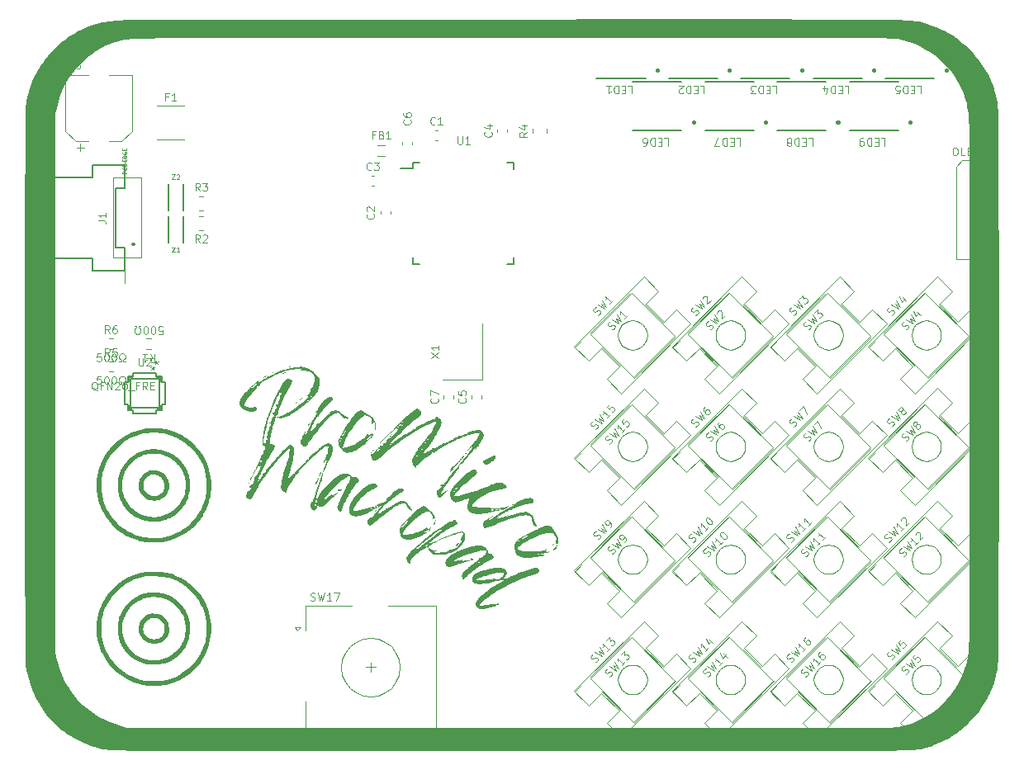
<source format=gbr>
%TF.GenerationSoftware,Flux,Pcbnew,7.0.11-7.0.11~ubuntu20.04.1*%
%TF.CreationDate,2024-08-19T17:50:01+00:00*%
%TF.ProjectId,input,696e7075-742e-46b6-9963-61645f706362,rev?*%
%TF.SameCoordinates,Original*%
%TF.FileFunction,Legend,Top*%
%TF.FilePolarity,Positive*%
%FSLAX46Y46*%
G04 Gerber Fmt 4.6, Leading zero omitted, Abs format (unit mm)*
G04 Filename: promicromacro*
G04 Build it with Flux! Visit our site at: https://www.flux.ai (PCBNEW 7.0.11-7.0.11~ubuntu20.04.1) date 2024-08-19 17:50:01*
%MOMM*%
%LPD*%
G01*
G04 APERTURE LIST*
%ADD10C,0.095000*%
%ADD11C,0.057000*%
%ADD12C,0.045667*%
%ADD13C,0.095323*%
%ADD14C,0.095200*%
%ADD15C,0.100000*%
%ADD16C,0.120000*%
%ADD17C,0.050000*%
%ADD18C,0.400000*%
%ADD19C,0.127000*%
%ADD20C,0.152400*%
%ADD21C,0.150000*%
%ADD22C,0.200000*%
%ADD23C,0.010000*%
G04 APERTURE END LIST*
D10*
X20209780Y-5766181D02*
X20317530Y-5712307D01*
X20317530Y-5712307D02*
X20452217Y-5577620D01*
X20452217Y-5577620D02*
X20479154Y-5496807D01*
X20479154Y-5496807D02*
X20479154Y-5442933D01*
X20479154Y-5442933D02*
X20452217Y-5362120D01*
X20452217Y-5362120D02*
X20398342Y-5308246D01*
X20398342Y-5308246D02*
X20317530Y-5281308D01*
X20317530Y-5281308D02*
X20263655Y-5281308D01*
X20263655Y-5281308D02*
X20182843Y-5308246D01*
X20182843Y-5308246D02*
X20048156Y-5389058D01*
X20048156Y-5389058D02*
X19967344Y-5415995D01*
X19967344Y-5415995D02*
X19913469Y-5415995D01*
X19913469Y-5415995D02*
X19832657Y-5389058D01*
X19832657Y-5389058D02*
X19778782Y-5335183D01*
X19778782Y-5335183D02*
X19751845Y-5254371D01*
X19751845Y-5254371D02*
X19751845Y-5200496D01*
X19751845Y-5200496D02*
X19778782Y-5119684D01*
X19778782Y-5119684D02*
X19913469Y-4984997D01*
X19913469Y-4984997D02*
X20021219Y-4931122D01*
X20182843Y-4715623D02*
X20883216Y-5146621D01*
X20883216Y-5146621D02*
X20586904Y-4634810D01*
X20586904Y-4634810D02*
X21098715Y-4931122D01*
X21098715Y-4931122D02*
X20667716Y-4230749D01*
X21125652Y-3772813D02*
X21017903Y-3880563D01*
X21017903Y-3880563D02*
X20990965Y-3961375D01*
X20990965Y-3961375D02*
X20990965Y-4015250D01*
X20990965Y-4015250D02*
X21017903Y-4149937D01*
X21017903Y-4149937D02*
X21098715Y-4284624D01*
X21098715Y-4284624D02*
X21314214Y-4500123D01*
X21314214Y-4500123D02*
X21395026Y-4527061D01*
X21395026Y-4527061D02*
X21448901Y-4527061D01*
X21448901Y-4527061D02*
X21529713Y-4500123D01*
X21529713Y-4500123D02*
X21637463Y-4392374D01*
X21637463Y-4392374D02*
X21664400Y-4311561D01*
X21664400Y-4311561D02*
X21664400Y-4257687D01*
X21664400Y-4257687D02*
X21637463Y-4176874D01*
X21637463Y-4176874D02*
X21502776Y-4042187D01*
X21502776Y-4042187D02*
X21421964Y-4015250D01*
X21421964Y-4015250D02*
X21368089Y-4015250D01*
X21368089Y-4015250D02*
X21287277Y-4042187D01*
X21287277Y-4042187D02*
X21179527Y-4149937D01*
X21179527Y-4149937D02*
X21152590Y-4230749D01*
X21152590Y-4230749D02*
X21152590Y-4284624D01*
X21152590Y-4284624D02*
X21179527Y-4365436D01*
X18724853Y-4281259D02*
X18832603Y-4227385D01*
X18832603Y-4227385D02*
X18967290Y-4092698D01*
X18967290Y-4092698D02*
X18994227Y-4011885D01*
X18994227Y-4011885D02*
X18994227Y-3958011D01*
X18994227Y-3958011D02*
X18967290Y-3877198D01*
X18967290Y-3877198D02*
X18913415Y-3823324D01*
X18913415Y-3823324D02*
X18832603Y-3796386D01*
X18832603Y-3796386D02*
X18778728Y-3796386D01*
X18778728Y-3796386D02*
X18697916Y-3823324D01*
X18697916Y-3823324D02*
X18563229Y-3904136D01*
X18563229Y-3904136D02*
X18482417Y-3931073D01*
X18482417Y-3931073D02*
X18428542Y-3931073D01*
X18428542Y-3931073D02*
X18347730Y-3904136D01*
X18347730Y-3904136D02*
X18293855Y-3850261D01*
X18293855Y-3850261D02*
X18266918Y-3769449D01*
X18266918Y-3769449D02*
X18266918Y-3715574D01*
X18266918Y-3715574D02*
X18293855Y-3634762D01*
X18293855Y-3634762D02*
X18428542Y-3500075D01*
X18428542Y-3500075D02*
X18536292Y-3446200D01*
X18697916Y-3230701D02*
X19398289Y-3661699D01*
X19398289Y-3661699D02*
X19101977Y-3149888D01*
X19101977Y-3149888D02*
X19613788Y-3446200D01*
X19613788Y-3446200D02*
X19182789Y-2745827D01*
X19640725Y-2287891D02*
X19532976Y-2395641D01*
X19532976Y-2395641D02*
X19506038Y-2476453D01*
X19506038Y-2476453D02*
X19506038Y-2530328D01*
X19506038Y-2530328D02*
X19532976Y-2665015D01*
X19532976Y-2665015D02*
X19613788Y-2799702D01*
X19613788Y-2799702D02*
X19829287Y-3015201D01*
X19829287Y-3015201D02*
X19910099Y-3042139D01*
X19910099Y-3042139D02*
X19963974Y-3042139D01*
X19963974Y-3042139D02*
X20044786Y-3015201D01*
X20044786Y-3015201D02*
X20152536Y-2907452D01*
X20152536Y-2907452D02*
X20179473Y-2826639D01*
X20179473Y-2826639D02*
X20179473Y-2772765D01*
X20179473Y-2772765D02*
X20152536Y-2691952D01*
X20152536Y-2691952D02*
X20017849Y-2557265D01*
X20017849Y-2557265D02*
X19937037Y-2530328D01*
X19937037Y-2530328D02*
X19883162Y-2530328D01*
X19883162Y-2530328D02*
X19802350Y-2557265D01*
X19802350Y-2557265D02*
X19694600Y-2665015D01*
X19694600Y-2665015D02*
X19667663Y-2745827D01*
X19667663Y-2745827D02*
X19667663Y-2799702D01*
X19667663Y-2799702D02*
X19694600Y-2880514D01*
X-10545344Y27178167D02*
X-10507249Y27140071D01*
X-10507249Y27140071D02*
X-10469153Y27025786D01*
X-10469153Y27025786D02*
X-10469153Y26949595D01*
X-10469153Y26949595D02*
X-10507249Y26835309D01*
X-10507249Y26835309D02*
X-10583439Y26759119D01*
X-10583439Y26759119D02*
X-10659629Y26721024D01*
X-10659629Y26721024D02*
X-10812010Y26682928D01*
X-10812010Y26682928D02*
X-10926296Y26682928D01*
X-10926296Y26682928D02*
X-11078677Y26721024D01*
X-11078677Y26721024D02*
X-11154868Y26759119D01*
X-11154868Y26759119D02*
X-11231058Y26835309D01*
X-11231058Y26835309D02*
X-11269153Y26949595D01*
X-11269153Y26949595D02*
X-11269153Y27025786D01*
X-11269153Y27025786D02*
X-11231058Y27140071D01*
X-11231058Y27140071D02*
X-11192963Y27178167D01*
X-11269153Y27863881D02*
X-11269153Y27711500D01*
X-11269153Y27711500D02*
X-11231058Y27635309D01*
X-11231058Y27635309D02*
X-11192963Y27597214D01*
X-11192963Y27597214D02*
X-11078677Y27521024D01*
X-11078677Y27521024D02*
X-10926296Y27482928D01*
X-10926296Y27482928D02*
X-10621534Y27482928D01*
X-10621534Y27482928D02*
X-10545344Y27521024D01*
X-10545344Y27521024D02*
X-10507249Y27559119D01*
X-10507249Y27559119D02*
X-10469153Y27635309D01*
X-10469153Y27635309D02*
X-10469153Y27787690D01*
X-10469153Y27787690D02*
X-10507249Y27863881D01*
X-10507249Y27863881D02*
X-10545344Y27901976D01*
X-10545344Y27901976D02*
X-10621534Y27940071D01*
X-10621534Y27940071D02*
X-10812010Y27940071D01*
X-10812010Y27940071D02*
X-10888201Y27901976D01*
X-10888201Y27901976D02*
X-10926296Y27863881D01*
X-10926296Y27863881D02*
X-10964391Y27787690D01*
X-10964391Y27787690D02*
X-10964391Y27635309D01*
X-10964391Y27635309D02*
X-10926296Y27559119D01*
X-10926296Y27559119D02*
X-10888201Y27521024D01*
X-10888201Y27521024D02*
X-10812010Y27482928D01*
X41407428Y30678555D02*
X41788380Y30678555D01*
X41788380Y30678555D02*
X41788380Y29878555D01*
X41140761Y30259507D02*
X40874095Y30259507D01*
X40759809Y30678555D02*
X41140761Y30678555D01*
X41140761Y30678555D02*
X41140761Y29878555D01*
X41140761Y29878555D02*
X40759809Y29878555D01*
X40416951Y30678555D02*
X40416951Y29878555D01*
X40416951Y29878555D02*
X40226475Y29878555D01*
X40226475Y29878555D02*
X40112189Y29916650D01*
X40112189Y29916650D02*
X40035999Y29992840D01*
X40035999Y29992840D02*
X39997904Y30069031D01*
X39997904Y30069031D02*
X39959808Y30221412D01*
X39959808Y30221412D02*
X39959808Y30335698D01*
X39959808Y30335698D02*
X39997904Y30488079D01*
X39997904Y30488079D02*
X40035999Y30564269D01*
X40035999Y30564269D02*
X40112189Y30640460D01*
X40112189Y30640460D02*
X40226475Y30678555D01*
X40226475Y30678555D02*
X40416951Y30678555D01*
X39235999Y29878555D02*
X39616951Y29878555D01*
X39616951Y29878555D02*
X39655047Y30259507D01*
X39655047Y30259507D02*
X39616951Y30221412D01*
X39616951Y30221412D02*
X39540761Y30183317D01*
X39540761Y30183317D02*
X39350285Y30183317D01*
X39350285Y30183317D02*
X39274094Y30221412D01*
X39274094Y30221412D02*
X39235999Y30259507D01*
X39235999Y30259507D02*
X39197904Y30335698D01*
X39197904Y30335698D02*
X39197904Y30526174D01*
X39197904Y30526174D02*
X39235999Y30602364D01*
X39235999Y30602364D02*
X39274094Y30640460D01*
X39274094Y30640460D02*
X39350285Y30678555D01*
X39350285Y30678555D02*
X39540761Y30678555D01*
X39540761Y30678555D02*
X39616951Y30640460D01*
X39616951Y30640460D02*
X39655047Y30602364D01*
X-36975500Y1905644D02*
X-36975500Y1715168D01*
X-37165976Y1791359D02*
X-36975500Y1715168D01*
X-36975500Y1715168D02*
X-36785023Y1791359D01*
X-37089785Y1562787D02*
X-36975500Y1715168D01*
X-36975500Y1715168D02*
X-36861214Y1562787D01*
X-36570400Y2485344D02*
X-36570400Y2294868D01*
X-36760876Y2371059D02*
X-36570400Y2294868D01*
X-36570400Y2294868D02*
X-36379923Y2371059D01*
X-36684685Y2142487D02*
X-36570400Y2294868D01*
X-36570400Y2294868D02*
X-36456114Y2142487D01*
X-42598571Y-595445D02*
X-42674761Y-557350D01*
X-42674761Y-557350D02*
X-42750952Y-481160D01*
X-42750952Y-481160D02*
X-42865238Y-366874D01*
X-42865238Y-366874D02*
X-42941428Y-328779D01*
X-42941428Y-328779D02*
X-43017619Y-328779D01*
X-42979523Y-519255D02*
X-43055714Y-481160D01*
X-43055714Y-481160D02*
X-43131904Y-404969D01*
X-43131904Y-404969D02*
X-43170000Y-252588D01*
X-43170000Y-252588D02*
X-43170000Y14078D01*
X-43170000Y14078D02*
X-43131904Y166459D01*
X-43131904Y166459D02*
X-43055714Y242649D01*
X-43055714Y242649D02*
X-42979523Y280744D01*
X-42979523Y280744D02*
X-42827142Y280744D01*
X-42827142Y280744D02*
X-42750952Y242649D01*
X-42750952Y242649D02*
X-42674761Y166459D01*
X-42674761Y166459D02*
X-42636666Y14078D01*
X-42636666Y14078D02*
X-42636666Y-252588D01*
X-42636666Y-252588D02*
X-42674761Y-404969D01*
X-42674761Y-404969D02*
X-42750952Y-481160D01*
X-42750952Y-481160D02*
X-42827142Y-519255D01*
X-42827142Y-519255D02*
X-42979523Y-519255D01*
X-42027143Y-100207D02*
X-42293809Y-100207D01*
X-42293809Y-519255D02*
X-42293809Y280744D01*
X-42293809Y280744D02*
X-41912857Y280744D01*
X-41608095Y-519255D02*
X-41608095Y280744D01*
X-41608095Y280744D02*
X-41150952Y-519255D01*
X-41150952Y-519255D02*
X-41150952Y280744D01*
X-40808096Y204554D02*
X-40770000Y242649D01*
X-40770000Y242649D02*
X-40693810Y280744D01*
X-40693810Y280744D02*
X-40503334Y280744D01*
X-40503334Y280744D02*
X-40427143Y242649D01*
X-40427143Y242649D02*
X-40389048Y204554D01*
X-40389048Y204554D02*
X-40350953Y128363D01*
X-40350953Y128363D02*
X-40350953Y52173D01*
X-40350953Y52173D02*
X-40389048Y-62112D01*
X-40389048Y-62112D02*
X-40846191Y-519255D01*
X-40846191Y-519255D02*
X-40350953Y-519255D01*
X-39855714Y280744D02*
X-39779524Y280744D01*
X-39779524Y280744D02*
X-39703333Y242649D01*
X-39703333Y242649D02*
X-39665238Y204554D01*
X-39665238Y204554D02*
X-39627143Y128363D01*
X-39627143Y128363D02*
X-39589048Y-24017D01*
X-39589048Y-24017D02*
X-39589048Y-214493D01*
X-39589048Y-214493D02*
X-39627143Y-366874D01*
X-39627143Y-366874D02*
X-39665238Y-443064D01*
X-39665238Y-443064D02*
X-39703333Y-481160D01*
X-39703333Y-481160D02*
X-39779524Y-519255D01*
X-39779524Y-519255D02*
X-39855714Y-519255D01*
X-39855714Y-519255D02*
X-39931905Y-481160D01*
X-39931905Y-481160D02*
X-39970000Y-443064D01*
X-39970000Y-443064D02*
X-40008095Y-366874D01*
X-40008095Y-366874D02*
X-40046191Y-214493D01*
X-40046191Y-214493D02*
X-40046191Y-24017D01*
X-40046191Y-24017D02*
X-40008095Y128363D01*
X-40008095Y128363D02*
X-39970000Y204554D01*
X-39970000Y204554D02*
X-39931905Y242649D01*
X-39931905Y242649D02*
X-39855714Y280744D01*
X-39436667Y-595445D02*
X-38827143Y-595445D01*
X-38370000Y-100207D02*
X-38636666Y-100207D01*
X-38636666Y-519255D02*
X-38636666Y280744D01*
X-38636666Y280744D02*
X-38255714Y280744D01*
X-37493809Y-519255D02*
X-37760476Y-138302D01*
X-37950952Y-519255D02*
X-37950952Y280744D01*
X-37950952Y280744D02*
X-37646190Y280744D01*
X-37646190Y280744D02*
X-37570000Y242649D01*
X-37570000Y242649D02*
X-37531905Y204554D01*
X-37531905Y204554D02*
X-37493809Y128363D01*
X-37493809Y128363D02*
X-37493809Y14078D01*
X-37493809Y14078D02*
X-37531905Y-62112D01*
X-37531905Y-62112D02*
X-37570000Y-100207D01*
X-37570000Y-100207D02*
X-37646190Y-138302D01*
X-37646190Y-138302D02*
X-37950952Y-138302D01*
X-37150952Y-100207D02*
X-36884286Y-100207D01*
X-36770000Y-519255D02*
X-37150952Y-519255D01*
X-37150952Y-519255D02*
X-37150952Y280744D01*
X-37150952Y280744D02*
X-36770000Y280744D01*
X-38374523Y2764244D02*
X-38374523Y2116625D01*
X-38374523Y2116625D02*
X-38336428Y2040435D01*
X-38336428Y2040435D02*
X-38298333Y2002340D01*
X-38298333Y2002340D02*
X-38222142Y1964244D01*
X-38222142Y1964244D02*
X-38069761Y1964244D01*
X-38069761Y1964244D02*
X-37993571Y2002340D01*
X-37993571Y2002340D02*
X-37955476Y2040435D01*
X-37955476Y2040435D02*
X-37917380Y2116625D01*
X-37917380Y2116625D02*
X-37917380Y2764244D01*
X-37574524Y2688054D02*
X-37536428Y2726149D01*
X-37536428Y2726149D02*
X-37460238Y2764244D01*
X-37460238Y2764244D02*
X-37269762Y2764244D01*
X-37269762Y2764244D02*
X-37193571Y2726149D01*
X-37193571Y2726149D02*
X-37155476Y2688054D01*
X-37155476Y2688054D02*
X-37117381Y2611863D01*
X-37117381Y2611863D02*
X-37117381Y2535673D01*
X-37117381Y2535673D02*
X-37155476Y2421387D01*
X-37155476Y2421387D02*
X-37612619Y1964244D01*
X-37612619Y1964244D02*
X-37117381Y1964244D01*
X-2226235Y25941462D02*
X-2188140Y25903366D01*
X-2188140Y25903366D02*
X-2150044Y25789081D01*
X-2150044Y25789081D02*
X-2150044Y25712890D01*
X-2150044Y25712890D02*
X-2188140Y25598604D01*
X-2188140Y25598604D02*
X-2264330Y25522414D01*
X-2264330Y25522414D02*
X-2340520Y25484319D01*
X-2340520Y25484319D02*
X-2492901Y25446223D01*
X-2492901Y25446223D02*
X-2607187Y25446223D01*
X-2607187Y25446223D02*
X-2759568Y25484319D01*
X-2759568Y25484319D02*
X-2835759Y25522414D01*
X-2835759Y25522414D02*
X-2911949Y25598604D01*
X-2911949Y25598604D02*
X-2950044Y25712890D01*
X-2950044Y25712890D02*
X-2950044Y25789081D01*
X-2950044Y25789081D02*
X-2911949Y25903366D01*
X-2911949Y25903366D02*
X-2873854Y25941462D01*
X-2683378Y26627176D02*
X-2150044Y26627176D01*
X-2988140Y26436700D02*
X-2416711Y26246223D01*
X-2416711Y26246223D02*
X-2416711Y26741462D01*
X-8415344Y2767870D02*
X-7615344Y3301204D01*
X-8415344Y3301204D02*
X-7615344Y2767870D01*
X-7615344Y4025013D02*
X-7615344Y3567870D01*
X-7615344Y3796442D02*
X-8415344Y3796442D01*
X-8415344Y3796442D02*
X-8301059Y3720251D01*
X-8301059Y3720251D02*
X-8224868Y3644061D01*
X-8224868Y3644061D02*
X-8186773Y3567870D01*
X29980907Y-29937755D02*
X30088656Y-29883880D01*
X30088656Y-29883880D02*
X30223343Y-29749193D01*
X30223343Y-29749193D02*
X30250281Y-29668381D01*
X30250281Y-29668381D02*
X30250281Y-29614506D01*
X30250281Y-29614506D02*
X30223343Y-29533694D01*
X30223343Y-29533694D02*
X30169468Y-29479819D01*
X30169468Y-29479819D02*
X30088656Y-29452882D01*
X30088656Y-29452882D02*
X30034781Y-29452882D01*
X30034781Y-29452882D02*
X29953969Y-29479819D01*
X29953969Y-29479819D02*
X29819282Y-29560631D01*
X29819282Y-29560631D02*
X29738470Y-29587569D01*
X29738470Y-29587569D02*
X29684595Y-29587569D01*
X29684595Y-29587569D02*
X29603783Y-29560631D01*
X29603783Y-29560631D02*
X29549908Y-29506757D01*
X29549908Y-29506757D02*
X29522971Y-29425944D01*
X29522971Y-29425944D02*
X29522971Y-29372070D01*
X29522971Y-29372070D02*
X29549908Y-29291257D01*
X29549908Y-29291257D02*
X29684595Y-29156570D01*
X29684595Y-29156570D02*
X29792345Y-29102696D01*
X29953969Y-28887196D02*
X30654342Y-29318195D01*
X30654342Y-29318195D02*
X30358030Y-28806384D01*
X30358030Y-28806384D02*
X30869841Y-29102695D01*
X30869841Y-29102695D02*
X30438843Y-28402323D01*
X31516339Y-28456198D02*
X31193090Y-28779446D01*
X31354714Y-28617822D02*
X30789029Y-28052137D01*
X30789029Y-28052137D02*
X30815966Y-28186824D01*
X30815966Y-28186824D02*
X30815966Y-28294573D01*
X30815966Y-28294573D02*
X30789029Y-28375385D01*
X31435527Y-27405639D02*
X31327777Y-27513388D01*
X31327777Y-27513388D02*
X31300840Y-27594201D01*
X31300840Y-27594201D02*
X31300840Y-27648075D01*
X31300840Y-27648075D02*
X31327777Y-27782762D01*
X31327777Y-27782762D02*
X31408589Y-27917449D01*
X31408589Y-27917449D02*
X31624089Y-28132949D01*
X31624089Y-28132949D02*
X31704901Y-28159886D01*
X31704901Y-28159886D02*
X31758776Y-28159886D01*
X31758776Y-28159886D02*
X31839588Y-28132949D01*
X31839588Y-28132949D02*
X31947337Y-28025199D01*
X31947337Y-28025199D02*
X31974275Y-27944387D01*
X31974275Y-27944387D02*
X31974275Y-27890512D01*
X31974275Y-27890512D02*
X31947337Y-27809700D01*
X31947337Y-27809700D02*
X31812650Y-27675013D01*
X31812650Y-27675013D02*
X31731838Y-27648075D01*
X31731838Y-27648075D02*
X31677963Y-27648075D01*
X31677963Y-27648075D02*
X31597151Y-27675013D01*
X31597151Y-27675013D02*
X31489402Y-27782762D01*
X31489402Y-27782762D02*
X31462464Y-27863575D01*
X31462464Y-27863575D02*
X31462464Y-27917449D01*
X31462464Y-27917449D02*
X31489402Y-27998262D01*
X28495980Y-28452833D02*
X28603729Y-28398958D01*
X28603729Y-28398958D02*
X28738416Y-28264271D01*
X28738416Y-28264271D02*
X28765354Y-28183459D01*
X28765354Y-28183459D02*
X28765354Y-28129584D01*
X28765354Y-28129584D02*
X28738416Y-28048772D01*
X28738416Y-28048772D02*
X28684541Y-27994897D01*
X28684541Y-27994897D02*
X28603729Y-27967960D01*
X28603729Y-27967960D02*
X28549854Y-27967960D01*
X28549854Y-27967960D02*
X28469042Y-27994897D01*
X28469042Y-27994897D02*
X28334355Y-28075709D01*
X28334355Y-28075709D02*
X28253543Y-28102647D01*
X28253543Y-28102647D02*
X28199668Y-28102647D01*
X28199668Y-28102647D02*
X28118856Y-28075709D01*
X28118856Y-28075709D02*
X28064981Y-28021835D01*
X28064981Y-28021835D02*
X28038044Y-27941022D01*
X28038044Y-27941022D02*
X28038044Y-27887148D01*
X28038044Y-27887148D02*
X28064981Y-27806335D01*
X28064981Y-27806335D02*
X28199668Y-27671648D01*
X28199668Y-27671648D02*
X28307418Y-27617774D01*
X28469042Y-27402274D02*
X29169415Y-27833273D01*
X29169415Y-27833273D02*
X28873103Y-27321462D01*
X28873103Y-27321462D02*
X29384914Y-27617773D01*
X29384914Y-27617773D02*
X28953916Y-26917401D01*
X30031412Y-26971276D02*
X29708163Y-27294524D01*
X29869787Y-27132900D02*
X29304102Y-26567215D01*
X29304102Y-26567215D02*
X29331039Y-26701902D01*
X29331039Y-26701902D02*
X29331039Y-26809651D01*
X29331039Y-26809651D02*
X29304102Y-26890463D01*
X29950600Y-25920717D02*
X29842850Y-26028466D01*
X29842850Y-26028466D02*
X29815913Y-26109279D01*
X29815913Y-26109279D02*
X29815913Y-26163153D01*
X29815913Y-26163153D02*
X29842850Y-26297840D01*
X29842850Y-26297840D02*
X29923662Y-26432527D01*
X29923662Y-26432527D02*
X30139162Y-26648027D01*
X30139162Y-26648027D02*
X30219974Y-26674964D01*
X30219974Y-26674964D02*
X30273849Y-26674964D01*
X30273849Y-26674964D02*
X30354661Y-26648027D01*
X30354661Y-26648027D02*
X30462410Y-26540277D01*
X30462410Y-26540277D02*
X30489348Y-26459465D01*
X30489348Y-26459465D02*
X30489348Y-26405590D01*
X30489348Y-26405590D02*
X30462410Y-26324778D01*
X30462410Y-26324778D02*
X30327723Y-26190091D01*
X30327723Y-26190091D02*
X30246911Y-26163153D01*
X30246911Y-26163153D02*
X30193036Y-26163153D01*
X30193036Y-26163153D02*
X30112224Y-26190091D01*
X30112224Y-26190091D02*
X30004475Y-26297840D01*
X30004475Y-26297840D02*
X29977537Y-26378653D01*
X29977537Y-26378653D02*
X29977537Y-26432527D01*
X29977537Y-26432527D02*
X30004475Y-26513340D01*
X10169180Y5669718D02*
X10276930Y5723592D01*
X10276930Y5723592D02*
X10411617Y5858279D01*
X10411617Y5858279D02*
X10438554Y5939092D01*
X10438554Y5939092D02*
X10438554Y5992966D01*
X10438554Y5992966D02*
X10411617Y6073779D01*
X10411617Y6073779D02*
X10357742Y6127653D01*
X10357742Y6127653D02*
X10276930Y6154591D01*
X10276930Y6154591D02*
X10223055Y6154591D01*
X10223055Y6154591D02*
X10142243Y6127653D01*
X10142243Y6127653D02*
X10007556Y6046841D01*
X10007556Y6046841D02*
X9926744Y6019904D01*
X9926744Y6019904D02*
X9872869Y6019904D01*
X9872869Y6019904D02*
X9792057Y6046841D01*
X9792057Y6046841D02*
X9738182Y6100716D01*
X9738182Y6100716D02*
X9711245Y6181528D01*
X9711245Y6181528D02*
X9711245Y6235403D01*
X9711245Y6235403D02*
X9738182Y6316215D01*
X9738182Y6316215D02*
X9872869Y6450902D01*
X9872869Y6450902D02*
X9980619Y6504777D01*
X10142243Y6720276D02*
X10842616Y6289278D01*
X10842616Y6289278D02*
X10546304Y6801089D01*
X10546304Y6801089D02*
X11058115Y6504777D01*
X11058115Y6504777D02*
X10627116Y7205150D01*
X11704613Y7151275D02*
X11381364Y6828026D01*
X11542988Y6989651D02*
X10977303Y7555336D01*
X10977303Y7555336D02*
X11004240Y7420649D01*
X11004240Y7420649D02*
X11004240Y7312899D01*
X11004240Y7312899D02*
X10977303Y7232087D01*
X8684253Y7154640D02*
X8792003Y7208514D01*
X8792003Y7208514D02*
X8926690Y7343201D01*
X8926690Y7343201D02*
X8953627Y7424014D01*
X8953627Y7424014D02*
X8953627Y7477888D01*
X8953627Y7477888D02*
X8926690Y7558701D01*
X8926690Y7558701D02*
X8872815Y7612575D01*
X8872815Y7612575D02*
X8792003Y7639513D01*
X8792003Y7639513D02*
X8738128Y7639513D01*
X8738128Y7639513D02*
X8657316Y7612575D01*
X8657316Y7612575D02*
X8522629Y7531763D01*
X8522629Y7531763D02*
X8441817Y7504826D01*
X8441817Y7504826D02*
X8387942Y7504826D01*
X8387942Y7504826D02*
X8307130Y7531763D01*
X8307130Y7531763D02*
X8253255Y7585638D01*
X8253255Y7585638D02*
X8226318Y7666450D01*
X8226318Y7666450D02*
X8226318Y7720325D01*
X8226318Y7720325D02*
X8253255Y7801137D01*
X8253255Y7801137D02*
X8387942Y7935824D01*
X8387942Y7935824D02*
X8495692Y7989699D01*
X8657316Y8205198D02*
X9357689Y7774200D01*
X9357689Y7774200D02*
X9061377Y8286011D01*
X9061377Y8286011D02*
X9573188Y7989699D01*
X9573188Y7989699D02*
X9142189Y8690072D01*
X10219686Y8636197D02*
X9896437Y8312948D01*
X10058061Y8474573D02*
X9492376Y9040258D01*
X9492376Y9040258D02*
X9519313Y8905571D01*
X9519313Y8905571D02*
X9519313Y8797821D01*
X9519313Y8797821D02*
X9492376Y8717009D01*
X-7759435Y-1381937D02*
X-7721340Y-1420033D01*
X-7721340Y-1420033D02*
X-7683244Y-1534318D01*
X-7683244Y-1534318D02*
X-7683244Y-1610509D01*
X-7683244Y-1610509D02*
X-7721340Y-1724795D01*
X-7721340Y-1724795D02*
X-7797530Y-1800985D01*
X-7797530Y-1800985D02*
X-7873720Y-1839080D01*
X-7873720Y-1839080D02*
X-8026101Y-1877176D01*
X-8026101Y-1877176D02*
X-8140387Y-1877176D01*
X-8140387Y-1877176D02*
X-8292768Y-1839080D01*
X-8292768Y-1839080D02*
X-8368959Y-1800985D01*
X-8368959Y-1800985D02*
X-8445149Y-1724795D01*
X-8445149Y-1724795D02*
X-8483244Y-1610509D01*
X-8483244Y-1610509D02*
X-8483244Y-1534318D01*
X-8483244Y-1534318D02*
X-8445149Y-1420033D01*
X-8445149Y-1420033D02*
X-8407054Y-1381937D01*
X-8483244Y-1115271D02*
X-8483244Y-581937D01*
X-8483244Y-581937D02*
X-7683244Y-924795D01*
D11*
X-34970263Y14111906D02*
X-34650263Y14111906D01*
X-34650263Y14111906D02*
X-34970263Y13631906D01*
X-34970263Y13631906D02*
X-34650263Y13631906D01*
X-34215977Y13631906D02*
X-34490263Y13631906D01*
X-34353120Y13631906D02*
X-34353120Y14111906D01*
X-34353120Y14111906D02*
X-34398834Y14043335D01*
X-34398834Y14043335D02*
X-34444549Y13997621D01*
X-34444549Y13997621D02*
X-34490263Y13974764D01*
D10*
X-4917535Y-1374537D02*
X-4879440Y-1412633D01*
X-4879440Y-1412633D02*
X-4841344Y-1526918D01*
X-4841344Y-1526918D02*
X-4841344Y-1603109D01*
X-4841344Y-1603109D02*
X-4879440Y-1717395D01*
X-4879440Y-1717395D02*
X-4955630Y-1793585D01*
X-4955630Y-1793585D02*
X-5031820Y-1831680D01*
X-5031820Y-1831680D02*
X-5184201Y-1869776D01*
X-5184201Y-1869776D02*
X-5298487Y-1869776D01*
X-5298487Y-1869776D02*
X-5450868Y-1831680D01*
X-5450868Y-1831680D02*
X-5527059Y-1793585D01*
X-5527059Y-1793585D02*
X-5603249Y-1717395D01*
X-5603249Y-1717395D02*
X-5641344Y-1603109D01*
X-5641344Y-1603109D02*
X-5641344Y-1526918D01*
X-5641344Y-1526918D02*
X-5603249Y-1412633D01*
X-5603249Y-1412633D02*
X-5565154Y-1374537D01*
X-5641344Y-650728D02*
X-5641344Y-1031680D01*
X-5641344Y-1031680D02*
X-5260392Y-1069776D01*
X-5260392Y-1069776D02*
X-5298487Y-1031680D01*
X-5298487Y-1031680D02*
X-5336582Y-955490D01*
X-5336582Y-955490D02*
X-5336582Y-765014D01*
X-5336582Y-765014D02*
X-5298487Y-688823D01*
X-5298487Y-688823D02*
X-5260392Y-650728D01*
X-5260392Y-650728D02*
X-5184201Y-612633D01*
X-5184201Y-612633D02*
X-4993725Y-612633D01*
X-4993725Y-612633D02*
X-4917535Y-650728D01*
X-4917535Y-650728D02*
X-4879440Y-688823D01*
X-4879440Y-688823D02*
X-4841344Y-765014D01*
X-4841344Y-765014D02*
X-4841344Y-955490D01*
X-4841344Y-955490D02*
X-4879440Y-1031680D01*
X-4879440Y-1031680D02*
X-4917535Y-1069776D01*
X37721728Y25326855D02*
X38102680Y25326855D01*
X38102680Y25326855D02*
X38102680Y24526855D01*
X37455061Y24907807D02*
X37188395Y24907807D01*
X37074109Y25326855D02*
X37455061Y25326855D01*
X37455061Y25326855D02*
X37455061Y24526855D01*
X37455061Y24526855D02*
X37074109Y24526855D01*
X36731251Y25326855D02*
X36731251Y24526855D01*
X36731251Y24526855D02*
X36540775Y24526855D01*
X36540775Y24526855D02*
X36426489Y24564950D01*
X36426489Y24564950D02*
X36350299Y24641140D01*
X36350299Y24641140D02*
X36312204Y24717331D01*
X36312204Y24717331D02*
X36274108Y24869712D01*
X36274108Y24869712D02*
X36274108Y24983998D01*
X36274108Y24983998D02*
X36312204Y25136379D01*
X36312204Y25136379D02*
X36350299Y25212569D01*
X36350299Y25212569D02*
X36426489Y25288760D01*
X36426489Y25288760D02*
X36540775Y25326855D01*
X36540775Y25326855D02*
X36731251Y25326855D01*
X35893156Y25326855D02*
X35740775Y25326855D01*
X35740775Y25326855D02*
X35664585Y25288760D01*
X35664585Y25288760D02*
X35626489Y25250664D01*
X35626489Y25250664D02*
X35550299Y25136379D01*
X35550299Y25136379D02*
X35512204Y24983998D01*
X35512204Y24983998D02*
X35512204Y24679236D01*
X35512204Y24679236D02*
X35550299Y24603045D01*
X35550299Y24603045D02*
X35588394Y24564950D01*
X35588394Y24564950D02*
X35664585Y24526855D01*
X35664585Y24526855D02*
X35816966Y24526855D01*
X35816966Y24526855D02*
X35893156Y24564950D01*
X35893156Y24564950D02*
X35931251Y24603045D01*
X35931251Y24603045D02*
X35969347Y24679236D01*
X35969347Y24679236D02*
X35969347Y24869712D01*
X35969347Y24869712D02*
X35931251Y24945902D01*
X35931251Y24945902D02*
X35893156Y24983998D01*
X35893156Y24983998D02*
X35816966Y25022093D01*
X35816966Y25022093D02*
X35664585Y25022093D01*
X35664585Y25022093D02*
X35588394Y24983998D01*
X35588394Y24983998D02*
X35550299Y24945902D01*
X35550299Y24945902D02*
X35512204Y24869712D01*
X-20759819Y-22102960D02*
X-20645533Y-22141055D01*
X-20645533Y-22141055D02*
X-20455057Y-22141055D01*
X-20455057Y-22141055D02*
X-20378866Y-22102960D01*
X-20378866Y-22102960D02*
X-20340771Y-22064864D01*
X-20340771Y-22064864D02*
X-20302676Y-21988674D01*
X-20302676Y-21988674D02*
X-20302676Y-21912483D01*
X-20302676Y-21912483D02*
X-20340771Y-21836293D01*
X-20340771Y-21836293D02*
X-20378866Y-21798198D01*
X-20378866Y-21798198D02*
X-20455057Y-21760102D01*
X-20455057Y-21760102D02*
X-20607438Y-21722007D01*
X-20607438Y-21722007D02*
X-20683628Y-21683912D01*
X-20683628Y-21683912D02*
X-20721723Y-21645817D01*
X-20721723Y-21645817D02*
X-20759819Y-21569626D01*
X-20759819Y-21569626D02*
X-20759819Y-21493436D01*
X-20759819Y-21493436D02*
X-20721723Y-21417245D01*
X-20721723Y-21417245D02*
X-20683628Y-21379150D01*
X-20683628Y-21379150D02*
X-20607438Y-21341055D01*
X-20607438Y-21341055D02*
X-20416961Y-21341055D01*
X-20416961Y-21341055D02*
X-20302676Y-21379150D01*
X-20036009Y-21341055D02*
X-19845533Y-22141055D01*
X-19845533Y-22141055D02*
X-19693152Y-21569626D01*
X-19693152Y-21569626D02*
X-19540771Y-22141055D01*
X-19540771Y-22141055D02*
X-19350295Y-21341055D01*
X-18626485Y-22141055D02*
X-19083628Y-22141055D01*
X-18855056Y-22141055D02*
X-18855056Y-21341055D01*
X-18855056Y-21341055D02*
X-18931247Y-21455340D01*
X-18931247Y-21455340D02*
X-19007437Y-21531531D01*
X-19007437Y-21531531D02*
X-19083628Y-21569626D01*
X-18359818Y-21341055D02*
X-17826484Y-21341055D01*
X-17826484Y-21341055D02*
X-18169342Y-22141055D01*
X-14513928Y22105735D02*
X-14552024Y22067640D01*
X-14552024Y22067640D02*
X-14666309Y22029544D01*
X-14666309Y22029544D02*
X-14742500Y22029544D01*
X-14742500Y22029544D02*
X-14856786Y22067640D01*
X-14856786Y22067640D02*
X-14932976Y22143830D01*
X-14932976Y22143830D02*
X-14971071Y22220020D01*
X-14971071Y22220020D02*
X-15009167Y22372401D01*
X-15009167Y22372401D02*
X-15009167Y22486687D01*
X-15009167Y22486687D02*
X-14971071Y22639068D01*
X-14971071Y22639068D02*
X-14932976Y22715259D01*
X-14932976Y22715259D02*
X-14856786Y22791449D01*
X-14856786Y22791449D02*
X-14742500Y22829544D01*
X-14742500Y22829544D02*
X-14666309Y22829544D01*
X-14666309Y22829544D02*
X-14552024Y22791449D01*
X-14552024Y22791449D02*
X-14513928Y22753354D01*
X-14247262Y22829544D02*
X-13752024Y22829544D01*
X-13752024Y22829544D02*
X-14018690Y22524782D01*
X-14018690Y22524782D02*
X-13904405Y22524782D01*
X-13904405Y22524782D02*
X-13828214Y22486687D01*
X-13828214Y22486687D02*
X-13790119Y22448592D01*
X-13790119Y22448592D02*
X-13752024Y22372401D01*
X-13752024Y22372401D02*
X-13752024Y22181925D01*
X-13752024Y22181925D02*
X-13790119Y22105735D01*
X-13790119Y22105735D02*
X-13828214Y22067640D01*
X-13828214Y22067640D02*
X-13904405Y22029544D01*
X-13904405Y22029544D02*
X-14132976Y22029544D01*
X-14132976Y22029544D02*
X-14209167Y22067640D01*
X-14209167Y22067640D02*
X-14247262Y22105735D01*
X30250280Y-5766181D02*
X30358030Y-5712307D01*
X30358030Y-5712307D02*
X30492717Y-5577620D01*
X30492717Y-5577620D02*
X30519654Y-5496807D01*
X30519654Y-5496807D02*
X30519654Y-5442933D01*
X30519654Y-5442933D02*
X30492717Y-5362120D01*
X30492717Y-5362120D02*
X30438842Y-5308246D01*
X30438842Y-5308246D02*
X30358030Y-5281308D01*
X30358030Y-5281308D02*
X30304155Y-5281308D01*
X30304155Y-5281308D02*
X30223343Y-5308246D01*
X30223343Y-5308246D02*
X30088656Y-5389058D01*
X30088656Y-5389058D02*
X30007844Y-5415995D01*
X30007844Y-5415995D02*
X29953969Y-5415995D01*
X29953969Y-5415995D02*
X29873157Y-5389058D01*
X29873157Y-5389058D02*
X29819282Y-5335183D01*
X29819282Y-5335183D02*
X29792345Y-5254371D01*
X29792345Y-5254371D02*
X29792345Y-5200496D01*
X29792345Y-5200496D02*
X29819282Y-5119684D01*
X29819282Y-5119684D02*
X29953969Y-4984997D01*
X29953969Y-4984997D02*
X30061719Y-4931122D01*
X30223343Y-4715623D02*
X30923716Y-5146621D01*
X30923716Y-5146621D02*
X30627404Y-4634810D01*
X30627404Y-4634810D02*
X31139215Y-4931122D01*
X31139215Y-4931122D02*
X30708216Y-4230749D01*
X30869841Y-4069125D02*
X31246965Y-3692001D01*
X31246965Y-3692001D02*
X31570213Y-4500123D01*
X28765353Y-4281259D02*
X28873103Y-4227385D01*
X28873103Y-4227385D02*
X29007790Y-4092698D01*
X29007790Y-4092698D02*
X29034727Y-4011885D01*
X29034727Y-4011885D02*
X29034727Y-3958011D01*
X29034727Y-3958011D02*
X29007790Y-3877198D01*
X29007790Y-3877198D02*
X28953915Y-3823324D01*
X28953915Y-3823324D02*
X28873103Y-3796386D01*
X28873103Y-3796386D02*
X28819228Y-3796386D01*
X28819228Y-3796386D02*
X28738416Y-3823324D01*
X28738416Y-3823324D02*
X28603729Y-3904136D01*
X28603729Y-3904136D02*
X28522917Y-3931073D01*
X28522917Y-3931073D02*
X28469042Y-3931073D01*
X28469042Y-3931073D02*
X28388230Y-3904136D01*
X28388230Y-3904136D02*
X28334355Y-3850261D01*
X28334355Y-3850261D02*
X28307418Y-3769449D01*
X28307418Y-3769449D02*
X28307418Y-3715574D01*
X28307418Y-3715574D02*
X28334355Y-3634762D01*
X28334355Y-3634762D02*
X28469042Y-3500075D01*
X28469042Y-3500075D02*
X28576792Y-3446200D01*
X28738416Y-3230701D02*
X29438789Y-3661699D01*
X29438789Y-3661699D02*
X29142477Y-3149888D01*
X29142477Y-3149888D02*
X29654288Y-3446200D01*
X29654288Y-3446200D02*
X29223289Y-2745827D01*
X29384914Y-2584203D02*
X29762038Y-2207079D01*
X29762038Y-2207079D02*
X30085286Y-3015201D01*
X-14303335Y17529065D02*
X-14265240Y17490969D01*
X-14265240Y17490969D02*
X-14227144Y17376684D01*
X-14227144Y17376684D02*
X-14227144Y17300493D01*
X-14227144Y17300493D02*
X-14265240Y17186207D01*
X-14265240Y17186207D02*
X-14341430Y17110017D01*
X-14341430Y17110017D02*
X-14417620Y17071922D01*
X-14417620Y17071922D02*
X-14570001Y17033826D01*
X-14570001Y17033826D02*
X-14684287Y17033826D01*
X-14684287Y17033826D02*
X-14836668Y17071922D01*
X-14836668Y17071922D02*
X-14912859Y17110017D01*
X-14912859Y17110017D02*
X-14989049Y17186207D01*
X-14989049Y17186207D02*
X-15027144Y17300493D01*
X-15027144Y17300493D02*
X-15027144Y17376684D01*
X-15027144Y17376684D02*
X-14989049Y17490969D01*
X-14989049Y17490969D02*
X-14950954Y17529065D01*
X-14950954Y17833826D02*
X-14989049Y17871922D01*
X-14989049Y17871922D02*
X-15027144Y17948112D01*
X-15027144Y17948112D02*
X-15027144Y18138588D01*
X-15027144Y18138588D02*
X-14989049Y18214779D01*
X-14989049Y18214779D02*
X-14950954Y18252874D01*
X-14950954Y18252874D02*
X-14874763Y18290969D01*
X-14874763Y18290969D02*
X-14798573Y18290969D01*
X-14798573Y18290969D02*
X-14684287Y18252874D01*
X-14684287Y18252874D02*
X-14227144Y17795731D01*
X-14227144Y17795731D02*
X-14227144Y18290969D01*
X29980907Y-17603855D02*
X30088656Y-17549980D01*
X30088656Y-17549980D02*
X30223343Y-17415293D01*
X30223343Y-17415293D02*
X30250281Y-17334481D01*
X30250281Y-17334481D02*
X30250281Y-17280606D01*
X30250281Y-17280606D02*
X30223343Y-17199794D01*
X30223343Y-17199794D02*
X30169468Y-17145919D01*
X30169468Y-17145919D02*
X30088656Y-17118982D01*
X30088656Y-17118982D02*
X30034781Y-17118982D01*
X30034781Y-17118982D02*
X29953969Y-17145919D01*
X29953969Y-17145919D02*
X29819282Y-17226731D01*
X29819282Y-17226731D02*
X29738470Y-17253669D01*
X29738470Y-17253669D02*
X29684595Y-17253669D01*
X29684595Y-17253669D02*
X29603783Y-17226731D01*
X29603783Y-17226731D02*
X29549908Y-17172857D01*
X29549908Y-17172857D02*
X29522971Y-17092044D01*
X29522971Y-17092044D02*
X29522971Y-17038170D01*
X29522971Y-17038170D02*
X29549908Y-16957357D01*
X29549908Y-16957357D02*
X29684595Y-16822670D01*
X29684595Y-16822670D02*
X29792345Y-16768796D01*
X29953969Y-16553296D02*
X30654342Y-16984295D01*
X30654342Y-16984295D02*
X30358030Y-16472484D01*
X30358030Y-16472484D02*
X30869841Y-16768795D01*
X30869841Y-16768795D02*
X30438843Y-16068423D01*
X31516339Y-16122298D02*
X31193090Y-16445546D01*
X31354714Y-16283922D02*
X30789029Y-15718237D01*
X30789029Y-15718237D02*
X30815966Y-15852924D01*
X30815966Y-15852924D02*
X30815966Y-15960673D01*
X30815966Y-15960673D02*
X30789029Y-16041485D01*
X32055087Y-15583549D02*
X31731838Y-15906798D01*
X31893463Y-15745174D02*
X31327777Y-15179488D01*
X31327777Y-15179488D02*
X31354715Y-15314175D01*
X31354715Y-15314175D02*
X31354715Y-15421925D01*
X31354715Y-15421925D02*
X31327777Y-15502737D01*
X28495980Y-16118933D02*
X28603729Y-16065058D01*
X28603729Y-16065058D02*
X28738416Y-15930371D01*
X28738416Y-15930371D02*
X28765354Y-15849559D01*
X28765354Y-15849559D02*
X28765354Y-15795684D01*
X28765354Y-15795684D02*
X28738416Y-15714872D01*
X28738416Y-15714872D02*
X28684541Y-15660997D01*
X28684541Y-15660997D02*
X28603729Y-15634060D01*
X28603729Y-15634060D02*
X28549854Y-15634060D01*
X28549854Y-15634060D02*
X28469042Y-15660997D01*
X28469042Y-15660997D02*
X28334355Y-15741809D01*
X28334355Y-15741809D02*
X28253543Y-15768747D01*
X28253543Y-15768747D02*
X28199668Y-15768747D01*
X28199668Y-15768747D02*
X28118856Y-15741809D01*
X28118856Y-15741809D02*
X28064981Y-15687935D01*
X28064981Y-15687935D02*
X28038044Y-15607122D01*
X28038044Y-15607122D02*
X28038044Y-15553248D01*
X28038044Y-15553248D02*
X28064981Y-15472435D01*
X28064981Y-15472435D02*
X28199668Y-15337748D01*
X28199668Y-15337748D02*
X28307418Y-15283874D01*
X28469042Y-15068374D02*
X29169415Y-15499373D01*
X29169415Y-15499373D02*
X28873103Y-14987562D01*
X28873103Y-14987562D02*
X29384914Y-15283873D01*
X29384914Y-15283873D02*
X28953916Y-14583501D01*
X30031412Y-14637376D02*
X29708163Y-14960624D01*
X29869787Y-14799000D02*
X29304102Y-14233315D01*
X29304102Y-14233315D02*
X29331039Y-14368002D01*
X29331039Y-14368002D02*
X29331039Y-14475751D01*
X29331039Y-14475751D02*
X29304102Y-14556563D01*
X30570160Y-14098627D02*
X30246911Y-14421876D01*
X30408536Y-14260252D02*
X29842850Y-13694566D01*
X29842850Y-13694566D02*
X29869788Y-13829253D01*
X29869788Y-13829253D02*
X29869788Y-13937003D01*
X29869788Y-13937003D02*
X29842850Y-14017815D01*
X40290880Y-29668381D02*
X40398630Y-29614507D01*
X40398630Y-29614507D02*
X40533317Y-29479820D01*
X40533317Y-29479820D02*
X40560254Y-29399007D01*
X40560254Y-29399007D02*
X40560254Y-29345133D01*
X40560254Y-29345133D02*
X40533317Y-29264320D01*
X40533317Y-29264320D02*
X40479442Y-29210446D01*
X40479442Y-29210446D02*
X40398630Y-29183508D01*
X40398630Y-29183508D02*
X40344755Y-29183508D01*
X40344755Y-29183508D02*
X40263943Y-29210446D01*
X40263943Y-29210446D02*
X40129256Y-29291258D01*
X40129256Y-29291258D02*
X40048444Y-29318195D01*
X40048444Y-29318195D02*
X39994569Y-29318195D01*
X39994569Y-29318195D02*
X39913757Y-29291258D01*
X39913757Y-29291258D02*
X39859882Y-29237383D01*
X39859882Y-29237383D02*
X39832945Y-29156571D01*
X39832945Y-29156571D02*
X39832945Y-29102696D01*
X39832945Y-29102696D02*
X39859882Y-29021884D01*
X39859882Y-29021884D02*
X39994569Y-28887197D01*
X39994569Y-28887197D02*
X40102319Y-28833322D01*
X40263943Y-28617823D02*
X40964316Y-29048821D01*
X40964316Y-29048821D02*
X40668004Y-28537010D01*
X40668004Y-28537010D02*
X41179815Y-28833322D01*
X41179815Y-28833322D02*
X40748816Y-28132949D01*
X41233690Y-27648076D02*
X40964316Y-27917450D01*
X40964316Y-27917450D02*
X41206752Y-28213761D01*
X41206752Y-28213761D02*
X41206752Y-28159887D01*
X41206752Y-28159887D02*
X41233690Y-28079074D01*
X41233690Y-28079074D02*
X41368377Y-27944387D01*
X41368377Y-27944387D02*
X41449189Y-27917450D01*
X41449189Y-27917450D02*
X41503064Y-27917450D01*
X41503064Y-27917450D02*
X41583876Y-27944387D01*
X41583876Y-27944387D02*
X41718563Y-28079074D01*
X41718563Y-28079074D02*
X41745500Y-28159887D01*
X41745500Y-28159887D02*
X41745500Y-28213761D01*
X41745500Y-28213761D02*
X41718563Y-28294574D01*
X41718563Y-28294574D02*
X41583876Y-28429261D01*
X41583876Y-28429261D02*
X41503064Y-28456198D01*
X41503064Y-28456198D02*
X41449189Y-28456198D01*
X38805953Y-28183459D02*
X38913703Y-28129585D01*
X38913703Y-28129585D02*
X39048390Y-27994898D01*
X39048390Y-27994898D02*
X39075327Y-27914085D01*
X39075327Y-27914085D02*
X39075327Y-27860211D01*
X39075327Y-27860211D02*
X39048390Y-27779398D01*
X39048390Y-27779398D02*
X38994515Y-27725524D01*
X38994515Y-27725524D02*
X38913703Y-27698586D01*
X38913703Y-27698586D02*
X38859828Y-27698586D01*
X38859828Y-27698586D02*
X38779016Y-27725524D01*
X38779016Y-27725524D02*
X38644329Y-27806336D01*
X38644329Y-27806336D02*
X38563517Y-27833273D01*
X38563517Y-27833273D02*
X38509642Y-27833273D01*
X38509642Y-27833273D02*
X38428830Y-27806336D01*
X38428830Y-27806336D02*
X38374955Y-27752461D01*
X38374955Y-27752461D02*
X38348018Y-27671649D01*
X38348018Y-27671649D02*
X38348018Y-27617774D01*
X38348018Y-27617774D02*
X38374955Y-27536962D01*
X38374955Y-27536962D02*
X38509642Y-27402275D01*
X38509642Y-27402275D02*
X38617392Y-27348400D01*
X38779016Y-27132901D02*
X39479389Y-27563899D01*
X39479389Y-27563899D02*
X39183077Y-27052088D01*
X39183077Y-27052088D02*
X39694888Y-27348400D01*
X39694888Y-27348400D02*
X39263889Y-26648027D01*
X39748763Y-26163154D02*
X39479389Y-26432528D01*
X39479389Y-26432528D02*
X39721825Y-26728839D01*
X39721825Y-26728839D02*
X39721825Y-26674965D01*
X39721825Y-26674965D02*
X39748763Y-26594152D01*
X39748763Y-26594152D02*
X39883450Y-26459465D01*
X39883450Y-26459465D02*
X39964262Y-26432528D01*
X39964262Y-26432528D02*
X40018137Y-26432528D01*
X40018137Y-26432528D02*
X40098949Y-26459465D01*
X40098949Y-26459465D02*
X40233636Y-26594152D01*
X40233636Y-26594152D02*
X40260573Y-26674965D01*
X40260573Y-26674965D02*
X40260573Y-26728839D01*
X40260573Y-26728839D02*
X40233636Y-26809652D01*
X40233636Y-26809652D02*
X40098949Y-26944339D01*
X40098949Y-26944339D02*
X40018137Y-26971276D01*
X40018137Y-26971276D02*
X39964262Y-26971276D01*
X10169180Y-17334481D02*
X10276930Y-17280607D01*
X10276930Y-17280607D02*
X10411617Y-17145920D01*
X10411617Y-17145920D02*
X10438554Y-17065107D01*
X10438554Y-17065107D02*
X10438554Y-17011233D01*
X10438554Y-17011233D02*
X10411617Y-16930420D01*
X10411617Y-16930420D02*
X10357742Y-16876546D01*
X10357742Y-16876546D02*
X10276930Y-16849608D01*
X10276930Y-16849608D02*
X10223055Y-16849608D01*
X10223055Y-16849608D02*
X10142243Y-16876546D01*
X10142243Y-16876546D02*
X10007556Y-16957358D01*
X10007556Y-16957358D02*
X9926744Y-16984295D01*
X9926744Y-16984295D02*
X9872869Y-16984295D01*
X9872869Y-16984295D02*
X9792057Y-16957358D01*
X9792057Y-16957358D02*
X9738182Y-16903483D01*
X9738182Y-16903483D02*
X9711245Y-16822671D01*
X9711245Y-16822671D02*
X9711245Y-16768796D01*
X9711245Y-16768796D02*
X9738182Y-16687984D01*
X9738182Y-16687984D02*
X9872869Y-16553297D01*
X9872869Y-16553297D02*
X9980619Y-16499422D01*
X10142243Y-16283923D02*
X10842616Y-16714921D01*
X10842616Y-16714921D02*
X10546304Y-16203110D01*
X10546304Y-16203110D02*
X11058115Y-16499422D01*
X11058115Y-16499422D02*
X10627116Y-15799049D01*
X11435239Y-16122298D02*
X11542988Y-16014548D01*
X11542988Y-16014548D02*
X11569926Y-15933736D01*
X11569926Y-15933736D02*
X11569926Y-15879861D01*
X11569926Y-15879861D02*
X11542988Y-15745174D01*
X11542988Y-15745174D02*
X11462176Y-15610487D01*
X11462176Y-15610487D02*
X11246677Y-15394988D01*
X11246677Y-15394988D02*
X11165865Y-15368051D01*
X11165865Y-15368051D02*
X11111990Y-15368051D01*
X11111990Y-15368051D02*
X11031178Y-15394988D01*
X11031178Y-15394988D02*
X10923428Y-15502738D01*
X10923428Y-15502738D02*
X10896491Y-15583550D01*
X10896491Y-15583550D02*
X10896491Y-15637425D01*
X10896491Y-15637425D02*
X10923428Y-15718237D01*
X10923428Y-15718237D02*
X11058115Y-15852924D01*
X11058115Y-15852924D02*
X11138927Y-15879861D01*
X11138927Y-15879861D02*
X11192802Y-15879861D01*
X11192802Y-15879861D02*
X11273614Y-15852924D01*
X11273614Y-15852924D02*
X11381364Y-15745174D01*
X11381364Y-15745174D02*
X11408301Y-15664362D01*
X11408301Y-15664362D02*
X11408301Y-15610487D01*
X11408301Y-15610487D02*
X11381364Y-15529675D01*
X8684253Y-15849559D02*
X8792003Y-15795685D01*
X8792003Y-15795685D02*
X8926690Y-15660998D01*
X8926690Y-15660998D02*
X8953627Y-15580185D01*
X8953627Y-15580185D02*
X8953627Y-15526311D01*
X8953627Y-15526311D02*
X8926690Y-15445498D01*
X8926690Y-15445498D02*
X8872815Y-15391624D01*
X8872815Y-15391624D02*
X8792003Y-15364686D01*
X8792003Y-15364686D02*
X8738128Y-15364686D01*
X8738128Y-15364686D02*
X8657316Y-15391624D01*
X8657316Y-15391624D02*
X8522629Y-15472436D01*
X8522629Y-15472436D02*
X8441817Y-15499373D01*
X8441817Y-15499373D02*
X8387942Y-15499373D01*
X8387942Y-15499373D02*
X8307130Y-15472436D01*
X8307130Y-15472436D02*
X8253255Y-15418561D01*
X8253255Y-15418561D02*
X8226318Y-15337749D01*
X8226318Y-15337749D02*
X8226318Y-15283874D01*
X8226318Y-15283874D02*
X8253255Y-15203062D01*
X8253255Y-15203062D02*
X8387942Y-15068375D01*
X8387942Y-15068375D02*
X8495692Y-15014500D01*
X8657316Y-14799001D02*
X9357689Y-15229999D01*
X9357689Y-15229999D02*
X9061377Y-14718188D01*
X9061377Y-14718188D02*
X9573188Y-15014500D01*
X9573188Y-15014500D02*
X9142189Y-14314127D01*
X9950312Y-14637376D02*
X10058061Y-14529626D01*
X10058061Y-14529626D02*
X10084999Y-14448814D01*
X10084999Y-14448814D02*
X10084999Y-14394939D01*
X10084999Y-14394939D02*
X10058061Y-14260252D01*
X10058061Y-14260252D02*
X9977249Y-14125565D01*
X9977249Y-14125565D02*
X9761750Y-13910066D01*
X9761750Y-13910066D02*
X9680938Y-13883129D01*
X9680938Y-13883129D02*
X9627063Y-13883129D01*
X9627063Y-13883129D02*
X9546251Y-13910066D01*
X9546251Y-13910066D02*
X9438501Y-14017816D01*
X9438501Y-14017816D02*
X9411564Y-14098628D01*
X9411564Y-14098628D02*
X9411564Y-14152503D01*
X9411564Y-14152503D02*
X9438501Y-14233315D01*
X9438501Y-14233315D02*
X9573188Y-14368002D01*
X9573188Y-14368002D02*
X9654000Y-14394939D01*
X9654000Y-14394939D02*
X9707875Y-14394939D01*
X9707875Y-14394939D02*
X9788687Y-14368002D01*
X9788687Y-14368002D02*
X9896437Y-14260252D01*
X9896437Y-14260252D02*
X9923374Y-14179440D01*
X9923374Y-14179440D02*
X9923374Y-14125565D01*
X9923374Y-14125565D02*
X9896437Y-14044753D01*
X-14190766Y25635392D02*
X-14457432Y25635392D01*
X-14457432Y25216344D02*
X-14457432Y26016344D01*
X-14457432Y26016344D02*
X-14076480Y26016344D01*
X-13505052Y25635392D02*
X-13390766Y25597297D01*
X-13390766Y25597297D02*
X-13352671Y25559201D01*
X-13352671Y25559201D02*
X-13314575Y25483011D01*
X-13314575Y25483011D02*
X-13314575Y25368725D01*
X-13314575Y25368725D02*
X-13352671Y25292535D01*
X-13352671Y25292535D02*
X-13390766Y25254440D01*
X-13390766Y25254440D02*
X-13466956Y25216344D01*
X-13466956Y25216344D02*
X-13771718Y25216344D01*
X-13771718Y25216344D02*
X-13771718Y26016344D01*
X-13771718Y26016344D02*
X-13505052Y26016344D01*
X-13505052Y26016344D02*
X-13428861Y25978249D01*
X-13428861Y25978249D02*
X-13390766Y25940154D01*
X-13390766Y25940154D02*
X-13352671Y25863963D01*
X-13352671Y25863963D02*
X-13352671Y25787773D01*
X-13352671Y25787773D02*
X-13390766Y25711582D01*
X-13390766Y25711582D02*
X-13428861Y25673487D01*
X-13428861Y25673487D02*
X-13505052Y25635392D01*
X-13505052Y25635392D02*
X-13771718Y25635392D01*
X-12552671Y25216344D02*
X-13009814Y25216344D01*
X-12781242Y25216344D02*
X-12781242Y26016344D01*
X-12781242Y26016344D02*
X-12857433Y25902059D01*
X-12857433Y25902059D02*
X-12933623Y25825868D01*
X-12933623Y25825868D02*
X-13009814Y25787773D01*
X19940407Y-17603855D02*
X20048156Y-17549980D01*
X20048156Y-17549980D02*
X20182843Y-17415293D01*
X20182843Y-17415293D02*
X20209781Y-17334481D01*
X20209781Y-17334481D02*
X20209781Y-17280606D01*
X20209781Y-17280606D02*
X20182843Y-17199794D01*
X20182843Y-17199794D02*
X20128968Y-17145919D01*
X20128968Y-17145919D02*
X20048156Y-17118982D01*
X20048156Y-17118982D02*
X19994281Y-17118982D01*
X19994281Y-17118982D02*
X19913469Y-17145919D01*
X19913469Y-17145919D02*
X19778782Y-17226731D01*
X19778782Y-17226731D02*
X19697970Y-17253669D01*
X19697970Y-17253669D02*
X19644095Y-17253669D01*
X19644095Y-17253669D02*
X19563283Y-17226731D01*
X19563283Y-17226731D02*
X19509408Y-17172857D01*
X19509408Y-17172857D02*
X19482471Y-17092044D01*
X19482471Y-17092044D02*
X19482471Y-17038170D01*
X19482471Y-17038170D02*
X19509408Y-16957357D01*
X19509408Y-16957357D02*
X19644095Y-16822670D01*
X19644095Y-16822670D02*
X19751845Y-16768796D01*
X19913469Y-16553296D02*
X20613842Y-16984295D01*
X20613842Y-16984295D02*
X20317530Y-16472484D01*
X20317530Y-16472484D02*
X20829341Y-16768795D01*
X20829341Y-16768795D02*
X20398343Y-16068423D01*
X21475839Y-16122298D02*
X21152590Y-16445546D01*
X21314214Y-16283922D02*
X20748529Y-15718237D01*
X20748529Y-15718237D02*
X20775466Y-15852924D01*
X20775466Y-15852924D02*
X20775466Y-15960673D01*
X20775466Y-15960673D02*
X20748529Y-16041485D01*
X21260340Y-15206426D02*
X21314215Y-15152551D01*
X21314215Y-15152551D02*
X21395027Y-15125614D01*
X21395027Y-15125614D02*
X21448902Y-15125614D01*
X21448902Y-15125614D02*
X21529714Y-15152551D01*
X21529714Y-15152551D02*
X21664401Y-15233363D01*
X21664401Y-15233363D02*
X21799088Y-15368050D01*
X21799088Y-15368050D02*
X21879900Y-15502737D01*
X21879900Y-15502737D02*
X21906837Y-15583549D01*
X21906837Y-15583549D02*
X21906837Y-15637424D01*
X21906837Y-15637424D02*
X21879900Y-15718236D01*
X21879900Y-15718236D02*
X21826025Y-15772111D01*
X21826025Y-15772111D02*
X21745213Y-15799049D01*
X21745213Y-15799049D02*
X21691338Y-15799049D01*
X21691338Y-15799049D02*
X21610526Y-15772111D01*
X21610526Y-15772111D02*
X21475839Y-15691299D01*
X21475839Y-15691299D02*
X21341152Y-15556612D01*
X21341152Y-15556612D02*
X21260340Y-15421925D01*
X21260340Y-15421925D02*
X21233402Y-15341113D01*
X21233402Y-15341113D02*
X21233402Y-15287238D01*
X21233402Y-15287238D02*
X21260340Y-15206426D01*
X18455480Y-16118933D02*
X18563229Y-16065058D01*
X18563229Y-16065058D02*
X18697916Y-15930371D01*
X18697916Y-15930371D02*
X18724854Y-15849559D01*
X18724854Y-15849559D02*
X18724854Y-15795684D01*
X18724854Y-15795684D02*
X18697916Y-15714872D01*
X18697916Y-15714872D02*
X18644041Y-15660997D01*
X18644041Y-15660997D02*
X18563229Y-15634060D01*
X18563229Y-15634060D02*
X18509354Y-15634060D01*
X18509354Y-15634060D02*
X18428542Y-15660997D01*
X18428542Y-15660997D02*
X18293855Y-15741809D01*
X18293855Y-15741809D02*
X18213043Y-15768747D01*
X18213043Y-15768747D02*
X18159168Y-15768747D01*
X18159168Y-15768747D02*
X18078356Y-15741809D01*
X18078356Y-15741809D02*
X18024481Y-15687935D01*
X18024481Y-15687935D02*
X17997544Y-15607122D01*
X17997544Y-15607122D02*
X17997544Y-15553248D01*
X17997544Y-15553248D02*
X18024481Y-15472435D01*
X18024481Y-15472435D02*
X18159168Y-15337748D01*
X18159168Y-15337748D02*
X18266918Y-15283874D01*
X18428542Y-15068374D02*
X19128915Y-15499373D01*
X19128915Y-15499373D02*
X18832603Y-14987562D01*
X18832603Y-14987562D02*
X19344414Y-15283873D01*
X19344414Y-15283873D02*
X18913416Y-14583501D01*
X19990912Y-14637376D02*
X19667663Y-14960624D01*
X19829287Y-14799000D02*
X19263602Y-14233315D01*
X19263602Y-14233315D02*
X19290539Y-14368002D01*
X19290539Y-14368002D02*
X19290539Y-14475751D01*
X19290539Y-14475751D02*
X19263602Y-14556563D01*
X19775413Y-13721504D02*
X19829288Y-13667629D01*
X19829288Y-13667629D02*
X19910100Y-13640692D01*
X19910100Y-13640692D02*
X19963975Y-13640692D01*
X19963975Y-13640692D02*
X20044787Y-13667629D01*
X20044787Y-13667629D02*
X20179474Y-13748441D01*
X20179474Y-13748441D02*
X20314161Y-13883128D01*
X20314161Y-13883128D02*
X20394973Y-14017815D01*
X20394973Y-14017815D02*
X20421910Y-14098627D01*
X20421910Y-14098627D02*
X20421910Y-14152502D01*
X20421910Y-14152502D02*
X20394973Y-14233314D01*
X20394973Y-14233314D02*
X20341098Y-14287189D01*
X20341098Y-14287189D02*
X20260286Y-14314127D01*
X20260286Y-14314127D02*
X20206411Y-14314127D01*
X20206411Y-14314127D02*
X20125599Y-14287189D01*
X20125599Y-14287189D02*
X19990912Y-14206377D01*
X19990912Y-14206377D02*
X19856225Y-14071690D01*
X19856225Y-14071690D02*
X19775413Y-13937003D01*
X19775413Y-13937003D02*
X19748475Y-13856191D01*
X19748475Y-13856191D02*
X19748475Y-13802316D01*
X19748475Y-13802316D02*
X19775413Y-13721504D01*
D12*
X-39646690Y21673989D02*
X-40031250Y21673989D01*
X-40031250Y21673989D02*
X-40031250Y21820488D01*
X-40031250Y21820488D02*
X-40012938Y21857113D01*
X-40012938Y21857113D02*
X-39994625Y21875426D01*
X-39994625Y21875426D02*
X-39958001Y21893738D01*
X-39958001Y21893738D02*
X-39903063Y21893738D01*
X-39903063Y21893738D02*
X-39866439Y21875426D01*
X-39866439Y21875426D02*
X-39848126Y21857113D01*
X-39848126Y21857113D02*
X-39829814Y21820488D01*
X-39829814Y21820488D02*
X-39829814Y21673989D01*
X-39683315Y22278298D02*
X-39665003Y22259986D01*
X-39665003Y22259986D02*
X-39646690Y22205048D01*
X-39646690Y22205048D02*
X-39646690Y22168424D01*
X-39646690Y22168424D02*
X-39665003Y22113487D01*
X-39665003Y22113487D02*
X-39701627Y22076862D01*
X-39701627Y22076862D02*
X-39738252Y22058549D01*
X-39738252Y22058549D02*
X-39811502Y22040237D01*
X-39811502Y22040237D02*
X-39866439Y22040237D01*
X-39866439Y22040237D02*
X-39939688Y22058549D01*
X-39939688Y22058549D02*
X-39976313Y22076862D01*
X-39976313Y22076862D02*
X-40012938Y22113487D01*
X-40012938Y22113487D02*
X-40031250Y22168424D01*
X-40031250Y22168424D02*
X-40031250Y22205048D01*
X-40031250Y22205048D02*
X-40012938Y22259986D01*
X-40012938Y22259986D02*
X-39994625Y22278298D01*
X-39848126Y22571296D02*
X-39829814Y22626233D01*
X-39829814Y22626233D02*
X-39811502Y22644546D01*
X-39811502Y22644546D02*
X-39774877Y22662858D01*
X-39774877Y22662858D02*
X-39719940Y22662858D01*
X-39719940Y22662858D02*
X-39683315Y22644546D01*
X-39683315Y22644546D02*
X-39665003Y22626233D01*
X-39665003Y22626233D02*
X-39646690Y22589608D01*
X-39646690Y22589608D02*
X-39646690Y22443109D01*
X-39646690Y22443109D02*
X-40031250Y22443109D01*
X-40031250Y22443109D02*
X-40031250Y22571296D01*
X-40031250Y22571296D02*
X-40012938Y22607921D01*
X-40012938Y22607921D02*
X-39994625Y22626233D01*
X-39994625Y22626233D02*
X-39958001Y22644546D01*
X-39958001Y22644546D02*
X-39921376Y22644546D01*
X-39921376Y22644546D02*
X-39884751Y22626233D01*
X-39884751Y22626233D02*
X-39866439Y22607921D01*
X-39866439Y22607921D02*
X-39848126Y22571296D01*
X-39848126Y22571296D02*
X-39848126Y22443109D01*
X-39848126Y22937543D02*
X-39848126Y23065730D01*
X-39646690Y23120667D02*
X-39646690Y22937543D01*
X-39646690Y22937543D02*
X-40031250Y22937543D01*
X-40031250Y22937543D02*
X-40031250Y23120667D01*
X-39646690Y23285478D02*
X-40031250Y23285478D01*
X-40031250Y23285478D02*
X-40031250Y23377040D01*
X-40031250Y23377040D02*
X-40012938Y23431977D01*
X-40012938Y23431977D02*
X-39976313Y23468602D01*
X-39976313Y23468602D02*
X-39939688Y23486915D01*
X-39939688Y23486915D02*
X-39866439Y23505227D01*
X-39866439Y23505227D02*
X-39811502Y23505227D01*
X-39811502Y23505227D02*
X-39738252Y23486915D01*
X-39738252Y23486915D02*
X-39701627Y23468602D01*
X-39701627Y23468602D02*
X-39665003Y23431977D01*
X-39665003Y23431977D02*
X-39646690Y23377040D01*
X-39646690Y23377040D02*
X-39646690Y23285478D01*
X-40012938Y23871475D02*
X-40031250Y23834850D01*
X-40031250Y23834850D02*
X-40031250Y23779913D01*
X-40031250Y23779913D02*
X-40012938Y23724976D01*
X-40012938Y23724976D02*
X-39976313Y23688351D01*
X-39976313Y23688351D02*
X-39939688Y23670038D01*
X-39939688Y23670038D02*
X-39866439Y23651726D01*
X-39866439Y23651726D02*
X-39811502Y23651726D01*
X-39811502Y23651726D02*
X-39738252Y23670038D01*
X-39738252Y23670038D02*
X-39701627Y23688351D01*
X-39701627Y23688351D02*
X-39665003Y23724976D01*
X-39665003Y23724976D02*
X-39646690Y23779913D01*
X-39646690Y23779913D02*
X-39646690Y23816537D01*
X-39646690Y23816537D02*
X-39665003Y23871475D01*
X-39665003Y23871475D02*
X-39683315Y23889787D01*
X-39683315Y23889787D02*
X-39811502Y23889787D01*
X-39811502Y23889787D02*
X-39811502Y23816537D01*
X-39848126Y24054598D02*
X-39848126Y24182785D01*
X-39646690Y24237722D02*
X-39646690Y24054598D01*
X-39646690Y24054598D02*
X-40031250Y24054598D01*
X-40031250Y24054598D02*
X-40031250Y24237722D01*
D13*
D14*
X-42536957Y16843965D02*
X-41964329Y16843965D01*
X-41964329Y16843965D02*
X-41849803Y16805790D01*
X-41849803Y16805790D02*
X-41773453Y16729439D01*
X-41773453Y16729439D02*
X-41735277Y16614914D01*
X-41735277Y16614914D02*
X-41735277Y16538563D01*
X-41735277Y17645645D02*
X-41735277Y17187542D01*
X-41735277Y17416594D02*
X-42536957Y17416594D01*
X-42536957Y17416594D02*
X-42422432Y17340243D01*
X-42422432Y17340243D02*
X-42346081Y17263893D01*
X-42346081Y17263893D02*
X-42307906Y17187542D01*
D10*
D11*
X-34970273Y21590506D02*
X-34650273Y21590506D01*
X-34650273Y21590506D02*
X-34970273Y21110506D01*
X-34970273Y21110506D02*
X-34650273Y21110506D01*
X-34490273Y21544792D02*
X-34467416Y21567649D01*
X-34467416Y21567649D02*
X-34421702Y21590506D01*
X-34421702Y21590506D02*
X-34307416Y21590506D01*
X-34307416Y21590506D02*
X-34261702Y21567649D01*
X-34261702Y21567649D02*
X-34238844Y21544792D01*
X-34238844Y21544792D02*
X-34215987Y21499078D01*
X-34215987Y21499078D02*
X-34215987Y21453364D01*
X-34215987Y21453364D02*
X-34238844Y21384792D01*
X-34238844Y21384792D02*
X-34513130Y21110506D01*
X-34513130Y21110506D02*
X-34215987Y21110506D01*
D10*
X-5685523Y25481244D02*
X-5685523Y24833625D01*
X-5685523Y24833625D02*
X-5647428Y24757435D01*
X-5647428Y24757435D02*
X-5609333Y24719340D01*
X-5609333Y24719340D02*
X-5533142Y24681244D01*
X-5533142Y24681244D02*
X-5380761Y24681244D01*
X-5380761Y24681244D02*
X-5304571Y24719340D01*
X-5304571Y24719340D02*
X-5266476Y24757435D01*
X-5266476Y24757435D02*
X-5228380Y24833625D01*
X-5228380Y24833625D02*
X-5228380Y25481244D01*
X-4428381Y24681244D02*
X-4885524Y24681244D01*
X-4656952Y24681244D02*
X-4656952Y25481244D01*
X-4656952Y25481244D02*
X-4733143Y25366959D01*
X-4733143Y25366959D02*
X-4809333Y25290768D01*
X-4809333Y25290768D02*
X-4885524Y25252673D01*
X40021507Y-17603855D02*
X40129256Y-17549980D01*
X40129256Y-17549980D02*
X40263943Y-17415293D01*
X40263943Y-17415293D02*
X40290881Y-17334481D01*
X40290881Y-17334481D02*
X40290881Y-17280606D01*
X40290881Y-17280606D02*
X40263943Y-17199794D01*
X40263943Y-17199794D02*
X40210068Y-17145919D01*
X40210068Y-17145919D02*
X40129256Y-17118982D01*
X40129256Y-17118982D02*
X40075381Y-17118982D01*
X40075381Y-17118982D02*
X39994569Y-17145919D01*
X39994569Y-17145919D02*
X39859882Y-17226731D01*
X39859882Y-17226731D02*
X39779070Y-17253669D01*
X39779070Y-17253669D02*
X39725195Y-17253669D01*
X39725195Y-17253669D02*
X39644383Y-17226731D01*
X39644383Y-17226731D02*
X39590508Y-17172857D01*
X39590508Y-17172857D02*
X39563571Y-17092044D01*
X39563571Y-17092044D02*
X39563571Y-17038170D01*
X39563571Y-17038170D02*
X39590508Y-16957357D01*
X39590508Y-16957357D02*
X39725195Y-16822670D01*
X39725195Y-16822670D02*
X39832945Y-16768796D01*
X39994569Y-16553296D02*
X40694942Y-16984295D01*
X40694942Y-16984295D02*
X40398630Y-16472484D01*
X40398630Y-16472484D02*
X40910441Y-16768795D01*
X40910441Y-16768795D02*
X40479443Y-16068423D01*
X41556939Y-16122298D02*
X41233690Y-16445546D01*
X41395314Y-16283922D02*
X40829629Y-15718237D01*
X40829629Y-15718237D02*
X40856566Y-15852924D01*
X40856566Y-15852924D02*
X40856566Y-15960673D01*
X40856566Y-15960673D02*
X40829629Y-16041485D01*
X41260628Y-15394988D02*
X41260628Y-15341113D01*
X41260628Y-15341113D02*
X41287565Y-15260301D01*
X41287565Y-15260301D02*
X41422252Y-15125614D01*
X41422252Y-15125614D02*
X41503064Y-15098676D01*
X41503064Y-15098676D02*
X41556939Y-15098676D01*
X41556939Y-15098676D02*
X41637751Y-15125614D01*
X41637751Y-15125614D02*
X41691626Y-15179488D01*
X41691626Y-15179488D02*
X41745501Y-15287238D01*
X41745501Y-15287238D02*
X41745501Y-15933736D01*
X41745501Y-15933736D02*
X42095687Y-15583549D01*
X38536580Y-16118933D02*
X38644329Y-16065058D01*
X38644329Y-16065058D02*
X38779016Y-15930371D01*
X38779016Y-15930371D02*
X38805954Y-15849559D01*
X38805954Y-15849559D02*
X38805954Y-15795684D01*
X38805954Y-15795684D02*
X38779016Y-15714872D01*
X38779016Y-15714872D02*
X38725141Y-15660997D01*
X38725141Y-15660997D02*
X38644329Y-15634060D01*
X38644329Y-15634060D02*
X38590454Y-15634060D01*
X38590454Y-15634060D02*
X38509642Y-15660997D01*
X38509642Y-15660997D02*
X38374955Y-15741809D01*
X38374955Y-15741809D02*
X38294143Y-15768747D01*
X38294143Y-15768747D02*
X38240268Y-15768747D01*
X38240268Y-15768747D02*
X38159456Y-15741809D01*
X38159456Y-15741809D02*
X38105581Y-15687935D01*
X38105581Y-15687935D02*
X38078644Y-15607122D01*
X38078644Y-15607122D02*
X38078644Y-15553248D01*
X38078644Y-15553248D02*
X38105581Y-15472435D01*
X38105581Y-15472435D02*
X38240268Y-15337748D01*
X38240268Y-15337748D02*
X38348018Y-15283874D01*
X38509642Y-15068374D02*
X39210015Y-15499373D01*
X39210015Y-15499373D02*
X38913703Y-14987562D01*
X38913703Y-14987562D02*
X39425514Y-15283873D01*
X39425514Y-15283873D02*
X38994516Y-14583501D01*
X40072012Y-14637376D02*
X39748763Y-14960624D01*
X39910387Y-14799000D02*
X39344702Y-14233315D01*
X39344702Y-14233315D02*
X39371639Y-14368002D01*
X39371639Y-14368002D02*
X39371639Y-14475751D01*
X39371639Y-14475751D02*
X39344702Y-14556563D01*
X39775701Y-13910066D02*
X39775701Y-13856191D01*
X39775701Y-13856191D02*
X39802638Y-13775379D01*
X39802638Y-13775379D02*
X39937325Y-13640692D01*
X39937325Y-13640692D02*
X40018137Y-13613754D01*
X40018137Y-13613754D02*
X40072012Y-13613754D01*
X40072012Y-13613754D02*
X40152824Y-13640692D01*
X40152824Y-13640692D02*
X40206699Y-13694566D01*
X40206699Y-13694566D02*
X40260574Y-13802316D01*
X40260574Y-13802316D02*
X40260574Y-14448814D01*
X40260574Y-14448814D02*
X40610760Y-14098627D01*
X30300028Y25326855D02*
X30680980Y25326855D01*
X30680980Y25326855D02*
X30680980Y24526855D01*
X30033361Y24907807D02*
X29766695Y24907807D01*
X29652409Y25326855D02*
X30033361Y25326855D01*
X30033361Y25326855D02*
X30033361Y24526855D01*
X30033361Y24526855D02*
X29652409Y24526855D01*
X29309551Y25326855D02*
X29309551Y24526855D01*
X29309551Y24526855D02*
X29119075Y24526855D01*
X29119075Y24526855D02*
X29004789Y24564950D01*
X29004789Y24564950D02*
X28928599Y24641140D01*
X28928599Y24641140D02*
X28890504Y24717331D01*
X28890504Y24717331D02*
X28852408Y24869712D01*
X28852408Y24869712D02*
X28852408Y24983998D01*
X28852408Y24983998D02*
X28890504Y25136379D01*
X28890504Y25136379D02*
X28928599Y25212569D01*
X28928599Y25212569D02*
X29004789Y25288760D01*
X29004789Y25288760D02*
X29119075Y25326855D01*
X29119075Y25326855D02*
X29309551Y25326855D01*
X28395266Y24869712D02*
X28471456Y24831617D01*
X28471456Y24831617D02*
X28509551Y24793521D01*
X28509551Y24793521D02*
X28547647Y24717331D01*
X28547647Y24717331D02*
X28547647Y24679236D01*
X28547647Y24679236D02*
X28509551Y24603045D01*
X28509551Y24603045D02*
X28471456Y24564950D01*
X28471456Y24564950D02*
X28395266Y24526855D01*
X28395266Y24526855D02*
X28242885Y24526855D01*
X28242885Y24526855D02*
X28166694Y24564950D01*
X28166694Y24564950D02*
X28128599Y24603045D01*
X28128599Y24603045D02*
X28090504Y24679236D01*
X28090504Y24679236D02*
X28090504Y24717331D01*
X28090504Y24717331D02*
X28128599Y24793521D01*
X28128599Y24793521D02*
X28166694Y24831617D01*
X28166694Y24831617D02*
X28242885Y24869712D01*
X28242885Y24869712D02*
X28395266Y24869712D01*
X28395266Y24869712D02*
X28471456Y24907807D01*
X28471456Y24907807D02*
X28509551Y24945902D01*
X28509551Y24945902D02*
X28547647Y25022093D01*
X28547647Y25022093D02*
X28547647Y25174474D01*
X28547647Y25174474D02*
X28509551Y25250664D01*
X28509551Y25250664D02*
X28471456Y25288760D01*
X28471456Y25288760D02*
X28395266Y25326855D01*
X28395266Y25326855D02*
X28242885Y25326855D01*
X28242885Y25326855D02*
X28166694Y25288760D01*
X28166694Y25288760D02*
X28128599Y25250664D01*
X28128599Y25250664D02*
X28090504Y25174474D01*
X28090504Y25174474D02*
X28090504Y25022093D01*
X28090504Y25022093D02*
X28128599Y24945902D01*
X28128599Y24945902D02*
X28166694Y24907807D01*
X28166694Y24907807D02*
X28242885Y24869712D01*
X9899807Y-6035555D02*
X10007556Y-5981680D01*
X10007556Y-5981680D02*
X10142243Y-5846993D01*
X10142243Y-5846993D02*
X10169181Y-5766181D01*
X10169181Y-5766181D02*
X10169181Y-5712306D01*
X10169181Y-5712306D02*
X10142243Y-5631494D01*
X10142243Y-5631494D02*
X10088368Y-5577619D01*
X10088368Y-5577619D02*
X10007556Y-5550682D01*
X10007556Y-5550682D02*
X9953681Y-5550682D01*
X9953681Y-5550682D02*
X9872869Y-5577619D01*
X9872869Y-5577619D02*
X9738182Y-5658431D01*
X9738182Y-5658431D02*
X9657370Y-5685369D01*
X9657370Y-5685369D02*
X9603495Y-5685369D01*
X9603495Y-5685369D02*
X9522683Y-5658431D01*
X9522683Y-5658431D02*
X9468808Y-5604557D01*
X9468808Y-5604557D02*
X9441871Y-5523744D01*
X9441871Y-5523744D02*
X9441871Y-5469870D01*
X9441871Y-5469870D02*
X9468808Y-5389057D01*
X9468808Y-5389057D02*
X9603495Y-5254370D01*
X9603495Y-5254370D02*
X9711245Y-5200496D01*
X9872869Y-4984996D02*
X10573242Y-5415995D01*
X10573242Y-5415995D02*
X10276930Y-4904184D01*
X10276930Y-4904184D02*
X10788741Y-5200495D01*
X10788741Y-5200495D02*
X10357743Y-4500123D01*
X11435239Y-4553998D02*
X11111990Y-4877246D01*
X11273614Y-4715622D02*
X10707929Y-4149937D01*
X10707929Y-4149937D02*
X10734866Y-4284624D01*
X10734866Y-4284624D02*
X10734866Y-4392373D01*
X10734866Y-4392373D02*
X10707929Y-4473185D01*
X11381364Y-3476501D02*
X11111990Y-3745875D01*
X11111990Y-3745875D02*
X11354427Y-4042187D01*
X11354427Y-4042187D02*
X11354427Y-3988312D01*
X11354427Y-3988312D02*
X11381364Y-3907500D01*
X11381364Y-3907500D02*
X11516051Y-3772813D01*
X11516051Y-3772813D02*
X11596863Y-3745875D01*
X11596863Y-3745875D02*
X11650738Y-3745875D01*
X11650738Y-3745875D02*
X11731550Y-3772813D01*
X11731550Y-3772813D02*
X11866237Y-3907500D01*
X11866237Y-3907500D02*
X11893175Y-3988312D01*
X11893175Y-3988312D02*
X11893175Y-4042187D01*
X11893175Y-4042187D02*
X11866237Y-4122999D01*
X11866237Y-4122999D02*
X11731550Y-4257686D01*
X11731550Y-4257686D02*
X11650738Y-4284623D01*
X11650738Y-4284623D02*
X11596863Y-4284623D01*
X8414880Y-4550633D02*
X8522629Y-4496758D01*
X8522629Y-4496758D02*
X8657316Y-4362071D01*
X8657316Y-4362071D02*
X8684254Y-4281259D01*
X8684254Y-4281259D02*
X8684254Y-4227384D01*
X8684254Y-4227384D02*
X8657316Y-4146572D01*
X8657316Y-4146572D02*
X8603441Y-4092697D01*
X8603441Y-4092697D02*
X8522629Y-4065760D01*
X8522629Y-4065760D02*
X8468754Y-4065760D01*
X8468754Y-4065760D02*
X8387942Y-4092697D01*
X8387942Y-4092697D02*
X8253255Y-4173509D01*
X8253255Y-4173509D02*
X8172443Y-4200447D01*
X8172443Y-4200447D02*
X8118568Y-4200447D01*
X8118568Y-4200447D02*
X8037756Y-4173509D01*
X8037756Y-4173509D02*
X7983881Y-4119635D01*
X7983881Y-4119635D02*
X7956944Y-4038822D01*
X7956944Y-4038822D02*
X7956944Y-3984948D01*
X7956944Y-3984948D02*
X7983881Y-3904135D01*
X7983881Y-3904135D02*
X8118568Y-3769448D01*
X8118568Y-3769448D02*
X8226318Y-3715574D01*
X8387942Y-3500074D02*
X9088315Y-3931073D01*
X9088315Y-3931073D02*
X8792003Y-3419262D01*
X8792003Y-3419262D02*
X9303814Y-3715573D01*
X9303814Y-3715573D02*
X8872816Y-3015201D01*
X9950312Y-3069076D02*
X9627063Y-3392324D01*
X9788687Y-3230700D02*
X9223002Y-2665015D01*
X9223002Y-2665015D02*
X9249939Y-2799702D01*
X9249939Y-2799702D02*
X9249939Y-2907451D01*
X9249939Y-2907451D02*
X9223002Y-2988263D01*
X9896437Y-1991579D02*
X9627063Y-2260953D01*
X9627063Y-2260953D02*
X9869500Y-2557265D01*
X9869500Y-2557265D02*
X9869500Y-2503390D01*
X9869500Y-2503390D02*
X9896437Y-2422578D01*
X9896437Y-2422578D02*
X10031124Y-2287891D01*
X10031124Y-2287891D02*
X10111936Y-2260953D01*
X10111936Y-2260953D02*
X10165811Y-2260953D01*
X10165811Y-2260953D02*
X10246623Y-2287891D01*
X10246623Y-2287891D02*
X10381310Y-2422578D01*
X10381310Y-2422578D02*
X10408248Y-2503390D01*
X10408248Y-2503390D02*
X10408248Y-2557265D01*
X10408248Y-2557265D02*
X10381310Y-2638077D01*
X10381310Y-2638077D02*
X10246623Y-2772764D01*
X10246623Y-2772764D02*
X10165811Y-2799701D01*
X10165811Y-2799701D02*
X10111936Y-2799701D01*
X26597528Y30678555D02*
X26978480Y30678555D01*
X26978480Y30678555D02*
X26978480Y29878555D01*
X26330861Y30259507D02*
X26064195Y30259507D01*
X25949909Y30678555D02*
X26330861Y30678555D01*
X26330861Y30678555D02*
X26330861Y29878555D01*
X26330861Y29878555D02*
X25949909Y29878555D01*
X25607051Y30678555D02*
X25607051Y29878555D01*
X25607051Y29878555D02*
X25416575Y29878555D01*
X25416575Y29878555D02*
X25302289Y29916650D01*
X25302289Y29916650D02*
X25226099Y29992840D01*
X25226099Y29992840D02*
X25188004Y30069031D01*
X25188004Y30069031D02*
X25149908Y30221412D01*
X25149908Y30221412D02*
X25149908Y30335698D01*
X25149908Y30335698D02*
X25188004Y30488079D01*
X25188004Y30488079D02*
X25226099Y30564269D01*
X25226099Y30564269D02*
X25302289Y30640460D01*
X25302289Y30640460D02*
X25416575Y30678555D01*
X25416575Y30678555D02*
X25607051Y30678555D01*
X24883242Y29878555D02*
X24388004Y29878555D01*
X24388004Y29878555D02*
X24654670Y30183317D01*
X24654670Y30183317D02*
X24540385Y30183317D01*
X24540385Y30183317D02*
X24464194Y30221412D01*
X24464194Y30221412D02*
X24426099Y30259507D01*
X24426099Y30259507D02*
X24388004Y30335698D01*
X24388004Y30335698D02*
X24388004Y30526174D01*
X24388004Y30526174D02*
X24426099Y30602364D01*
X24426099Y30602364D02*
X24464194Y30640460D01*
X24464194Y30640460D02*
X24540385Y30678555D01*
X24540385Y30678555D02*
X24768956Y30678555D01*
X24768956Y30678555D02*
X24845147Y30640460D01*
X24845147Y30640460D02*
X24883242Y30602364D01*
X40290880Y-5758781D02*
X40398630Y-5704907D01*
X40398630Y-5704907D02*
X40533317Y-5570220D01*
X40533317Y-5570220D02*
X40560254Y-5489407D01*
X40560254Y-5489407D02*
X40560254Y-5435533D01*
X40560254Y-5435533D02*
X40533317Y-5354720D01*
X40533317Y-5354720D02*
X40479442Y-5300846D01*
X40479442Y-5300846D02*
X40398630Y-5273908D01*
X40398630Y-5273908D02*
X40344755Y-5273908D01*
X40344755Y-5273908D02*
X40263943Y-5300846D01*
X40263943Y-5300846D02*
X40129256Y-5381658D01*
X40129256Y-5381658D02*
X40048444Y-5408595D01*
X40048444Y-5408595D02*
X39994569Y-5408595D01*
X39994569Y-5408595D02*
X39913757Y-5381658D01*
X39913757Y-5381658D02*
X39859882Y-5327783D01*
X39859882Y-5327783D02*
X39832945Y-5246971D01*
X39832945Y-5246971D02*
X39832945Y-5193096D01*
X39832945Y-5193096D02*
X39859882Y-5112284D01*
X39859882Y-5112284D02*
X39994569Y-4977597D01*
X39994569Y-4977597D02*
X40102319Y-4923722D01*
X40263943Y-4708223D02*
X40964316Y-5139221D01*
X40964316Y-5139221D02*
X40668004Y-4627410D01*
X40668004Y-4627410D02*
X41179815Y-4923722D01*
X41179815Y-4923722D02*
X40748816Y-4223349D01*
X41287565Y-4169474D02*
X41206752Y-4196412D01*
X41206752Y-4196412D02*
X41152878Y-4196412D01*
X41152878Y-4196412D02*
X41072065Y-4169474D01*
X41072065Y-4169474D02*
X41045128Y-4142537D01*
X41045128Y-4142537D02*
X41018191Y-4061725D01*
X41018191Y-4061725D02*
X41018191Y-4007850D01*
X41018191Y-4007850D02*
X41045128Y-3927038D01*
X41045128Y-3927038D02*
X41152878Y-3819288D01*
X41152878Y-3819288D02*
X41233690Y-3792351D01*
X41233690Y-3792351D02*
X41287565Y-3792351D01*
X41287565Y-3792351D02*
X41368377Y-3819288D01*
X41368377Y-3819288D02*
X41395314Y-3846225D01*
X41395314Y-3846225D02*
X41422252Y-3927038D01*
X41422252Y-3927038D02*
X41422252Y-3980912D01*
X41422252Y-3980912D02*
X41395314Y-4061725D01*
X41395314Y-4061725D02*
X41287565Y-4169474D01*
X41287565Y-4169474D02*
X41260627Y-4250287D01*
X41260627Y-4250287D02*
X41260627Y-4304161D01*
X41260627Y-4304161D02*
X41287565Y-4384974D01*
X41287565Y-4384974D02*
X41395314Y-4492723D01*
X41395314Y-4492723D02*
X41476126Y-4519661D01*
X41476126Y-4519661D02*
X41530001Y-4519661D01*
X41530001Y-4519661D02*
X41610813Y-4492723D01*
X41610813Y-4492723D02*
X41718563Y-4384974D01*
X41718563Y-4384974D02*
X41745500Y-4304161D01*
X41745500Y-4304161D02*
X41745500Y-4250287D01*
X41745500Y-4250287D02*
X41718563Y-4169474D01*
X41718563Y-4169474D02*
X41610813Y-4061725D01*
X41610813Y-4061725D02*
X41530001Y-4034787D01*
X41530001Y-4034787D02*
X41476126Y-4034787D01*
X41476126Y-4034787D02*
X41395314Y-4061725D01*
X38805953Y-4273859D02*
X38913703Y-4219985D01*
X38913703Y-4219985D02*
X39048390Y-4085298D01*
X39048390Y-4085298D02*
X39075327Y-4004485D01*
X39075327Y-4004485D02*
X39075327Y-3950611D01*
X39075327Y-3950611D02*
X39048390Y-3869798D01*
X39048390Y-3869798D02*
X38994515Y-3815924D01*
X38994515Y-3815924D02*
X38913703Y-3788986D01*
X38913703Y-3788986D02*
X38859828Y-3788986D01*
X38859828Y-3788986D02*
X38779016Y-3815924D01*
X38779016Y-3815924D02*
X38644329Y-3896736D01*
X38644329Y-3896736D02*
X38563517Y-3923673D01*
X38563517Y-3923673D02*
X38509642Y-3923673D01*
X38509642Y-3923673D02*
X38428830Y-3896736D01*
X38428830Y-3896736D02*
X38374955Y-3842861D01*
X38374955Y-3842861D02*
X38348018Y-3762049D01*
X38348018Y-3762049D02*
X38348018Y-3708174D01*
X38348018Y-3708174D02*
X38374955Y-3627362D01*
X38374955Y-3627362D02*
X38509642Y-3492675D01*
X38509642Y-3492675D02*
X38617392Y-3438800D01*
X38779016Y-3223301D02*
X39479389Y-3654299D01*
X39479389Y-3654299D02*
X39183077Y-3142488D01*
X39183077Y-3142488D02*
X39694888Y-3438800D01*
X39694888Y-3438800D02*
X39263889Y-2738427D01*
X39802638Y-2684552D02*
X39721825Y-2711490D01*
X39721825Y-2711490D02*
X39667951Y-2711490D01*
X39667951Y-2711490D02*
X39587138Y-2684552D01*
X39587138Y-2684552D02*
X39560201Y-2657615D01*
X39560201Y-2657615D02*
X39533264Y-2576803D01*
X39533264Y-2576803D02*
X39533264Y-2522928D01*
X39533264Y-2522928D02*
X39560201Y-2442116D01*
X39560201Y-2442116D02*
X39667951Y-2334366D01*
X39667951Y-2334366D02*
X39748763Y-2307429D01*
X39748763Y-2307429D02*
X39802638Y-2307429D01*
X39802638Y-2307429D02*
X39883450Y-2334366D01*
X39883450Y-2334366D02*
X39910387Y-2361303D01*
X39910387Y-2361303D02*
X39937325Y-2442116D01*
X39937325Y-2442116D02*
X39937325Y-2495990D01*
X39937325Y-2495990D02*
X39910387Y-2576803D01*
X39910387Y-2576803D02*
X39802638Y-2684552D01*
X39802638Y-2684552D02*
X39775700Y-2765365D01*
X39775700Y-2765365D02*
X39775700Y-2819239D01*
X39775700Y-2819239D02*
X39802638Y-2900052D01*
X39802638Y-2900052D02*
X39910387Y-3007801D01*
X39910387Y-3007801D02*
X39991199Y-3034739D01*
X39991199Y-3034739D02*
X40045074Y-3034739D01*
X40045074Y-3034739D02*
X40125886Y-3007801D01*
X40125886Y-3007801D02*
X40233636Y-2900052D01*
X40233636Y-2900052D02*
X40260573Y-2819239D01*
X40260573Y-2819239D02*
X40260573Y-2765365D01*
X40260573Y-2765365D02*
X40233636Y-2684552D01*
X40233636Y-2684552D02*
X40125886Y-2576803D01*
X40125886Y-2576803D02*
X40045074Y-2549865D01*
X40045074Y-2549865D02*
X39991199Y-2549865D01*
X39991199Y-2549865D02*
X39910387Y-2576803D01*
X-7988932Y26753035D02*
X-8027028Y26714940D01*
X-8027028Y26714940D02*
X-8141313Y26676844D01*
X-8141313Y26676844D02*
X-8217504Y26676844D01*
X-8217504Y26676844D02*
X-8331790Y26714940D01*
X-8331790Y26714940D02*
X-8407980Y26791130D01*
X-8407980Y26791130D02*
X-8446075Y26867320D01*
X-8446075Y26867320D02*
X-8484171Y27019701D01*
X-8484171Y27019701D02*
X-8484171Y27133987D01*
X-8484171Y27133987D02*
X-8446075Y27286368D01*
X-8446075Y27286368D02*
X-8407980Y27362559D01*
X-8407980Y27362559D02*
X-8331790Y27438749D01*
X-8331790Y27438749D02*
X-8217504Y27476844D01*
X-8217504Y27476844D02*
X-8141313Y27476844D01*
X-8141313Y27476844D02*
X-8027028Y27438749D01*
X-8027028Y27438749D02*
X-7988932Y27400654D01*
X-7227028Y26676844D02*
X-7684171Y26676844D01*
X-7455599Y26676844D02*
X-7455599Y27476844D01*
X-7455599Y27476844D02*
X-7531790Y27362559D01*
X-7531790Y27362559D02*
X-7607980Y27286368D01*
X-7607980Y27286368D02*
X-7684171Y27248273D01*
X11787628Y30678555D02*
X12168580Y30678555D01*
X12168580Y30678555D02*
X12168580Y29878555D01*
X11520961Y30259507D02*
X11254295Y30259507D01*
X11140009Y30678555D02*
X11520961Y30678555D01*
X11520961Y30678555D02*
X11520961Y29878555D01*
X11520961Y29878555D02*
X11140009Y29878555D01*
X10797151Y30678555D02*
X10797151Y29878555D01*
X10797151Y29878555D02*
X10606675Y29878555D01*
X10606675Y29878555D02*
X10492389Y29916650D01*
X10492389Y29916650D02*
X10416199Y29992840D01*
X10416199Y29992840D02*
X10378104Y30069031D01*
X10378104Y30069031D02*
X10340008Y30221412D01*
X10340008Y30221412D02*
X10340008Y30335698D01*
X10340008Y30335698D02*
X10378104Y30488079D01*
X10378104Y30488079D02*
X10416199Y30564269D01*
X10416199Y30564269D02*
X10492389Y30640460D01*
X10492389Y30640460D02*
X10606675Y30678555D01*
X10606675Y30678555D02*
X10797151Y30678555D01*
X9578104Y30678555D02*
X10035247Y30678555D01*
X9806675Y30678555D02*
X9806675Y29878555D01*
X9806675Y29878555D02*
X9882866Y29992840D01*
X9882866Y29992840D02*
X9959056Y30069031D01*
X9959056Y30069031D02*
X10035247Y30107126D01*
X-35368359Y29565392D02*
X-35635025Y29565392D01*
X-35635025Y29146344D02*
X-35635025Y29946344D01*
X-35635025Y29946344D02*
X-35254073Y29946344D01*
X-34530264Y29146344D02*
X-34987407Y29146344D01*
X-34758835Y29146344D02*
X-34758835Y29946344D01*
X-34758835Y29946344D02*
X-34835026Y29832059D01*
X-34835026Y29832059D02*
X-34911216Y29755868D01*
X-34911216Y29755868D02*
X-34987407Y29717773D01*
X-32095132Y14600544D02*
X-32361799Y14981497D01*
X-32552275Y14600544D02*
X-32552275Y15400544D01*
X-32552275Y15400544D02*
X-32247513Y15400544D01*
X-32247513Y15400544D02*
X-32171323Y15362449D01*
X-32171323Y15362449D02*
X-32133228Y15324354D01*
X-32133228Y15324354D02*
X-32095132Y15248163D01*
X-32095132Y15248163D02*
X-32095132Y15133878D01*
X-32095132Y15133878D02*
X-32133228Y15057687D01*
X-32133228Y15057687D02*
X-32171323Y15019592D01*
X-32171323Y15019592D02*
X-32247513Y14981497D01*
X-32247513Y14981497D02*
X-32552275Y14981497D01*
X-31790371Y15324354D02*
X-31752275Y15362449D01*
X-31752275Y15362449D02*
X-31676085Y15400544D01*
X-31676085Y15400544D02*
X-31485609Y15400544D01*
X-31485609Y15400544D02*
X-31409418Y15362449D01*
X-31409418Y15362449D02*
X-31371323Y15324354D01*
X-31371323Y15324354D02*
X-31333228Y15248163D01*
X-31333228Y15248163D02*
X-31333228Y15171973D01*
X-31333228Y15171973D02*
X-31371323Y15057687D01*
X-31371323Y15057687D02*
X-31828466Y14600544D01*
X-31828466Y14600544D02*
X-31333228Y14600544D01*
X40290880Y5669718D02*
X40398630Y5723592D01*
X40398630Y5723592D02*
X40533317Y5858279D01*
X40533317Y5858279D02*
X40560254Y5939092D01*
X40560254Y5939092D02*
X40560254Y5992966D01*
X40560254Y5992966D02*
X40533317Y6073779D01*
X40533317Y6073779D02*
X40479442Y6127653D01*
X40479442Y6127653D02*
X40398630Y6154591D01*
X40398630Y6154591D02*
X40344755Y6154591D01*
X40344755Y6154591D02*
X40263943Y6127653D01*
X40263943Y6127653D02*
X40129256Y6046841D01*
X40129256Y6046841D02*
X40048444Y6019904D01*
X40048444Y6019904D02*
X39994569Y6019904D01*
X39994569Y6019904D02*
X39913757Y6046841D01*
X39913757Y6046841D02*
X39859882Y6100716D01*
X39859882Y6100716D02*
X39832945Y6181528D01*
X39832945Y6181528D02*
X39832945Y6235403D01*
X39832945Y6235403D02*
X39859882Y6316215D01*
X39859882Y6316215D02*
X39994569Y6450902D01*
X39994569Y6450902D02*
X40102319Y6504777D01*
X40263943Y6720276D02*
X40964316Y6289278D01*
X40964316Y6289278D02*
X40668004Y6801089D01*
X40668004Y6801089D02*
X41179815Y6504777D01*
X41179815Y6504777D02*
X40748816Y7205150D01*
X41395314Y7474524D02*
X41772438Y7097400D01*
X41045128Y7555336D02*
X41314502Y7016588D01*
X41314502Y7016588D02*
X41664688Y7366774D01*
X38805953Y7154640D02*
X38913703Y7208514D01*
X38913703Y7208514D02*
X39048390Y7343201D01*
X39048390Y7343201D02*
X39075327Y7424014D01*
X39075327Y7424014D02*
X39075327Y7477888D01*
X39075327Y7477888D02*
X39048390Y7558701D01*
X39048390Y7558701D02*
X38994515Y7612575D01*
X38994515Y7612575D02*
X38913703Y7639513D01*
X38913703Y7639513D02*
X38859828Y7639513D01*
X38859828Y7639513D02*
X38779016Y7612575D01*
X38779016Y7612575D02*
X38644329Y7531763D01*
X38644329Y7531763D02*
X38563517Y7504826D01*
X38563517Y7504826D02*
X38509642Y7504826D01*
X38509642Y7504826D02*
X38428830Y7531763D01*
X38428830Y7531763D02*
X38374955Y7585638D01*
X38374955Y7585638D02*
X38348018Y7666450D01*
X38348018Y7666450D02*
X38348018Y7720325D01*
X38348018Y7720325D02*
X38374955Y7801137D01*
X38374955Y7801137D02*
X38509642Y7935824D01*
X38509642Y7935824D02*
X38617392Y7989699D01*
X38779016Y8205198D02*
X39479389Y7774200D01*
X39479389Y7774200D02*
X39183077Y8286011D01*
X39183077Y8286011D02*
X39694888Y7989699D01*
X39694888Y7989699D02*
X39263889Y8690072D01*
X39910387Y8959446D02*
X40287511Y8582322D01*
X39560201Y9040258D02*
X39829575Y8501510D01*
X39829575Y8501510D02*
X40179761Y8851696D01*
X-45131248Y32511826D02*
X-45169344Y32473731D01*
X-45169344Y32473731D02*
X-45283629Y32435635D01*
X-45283629Y32435635D02*
X-45359820Y32435635D01*
X-45359820Y32435635D02*
X-45474106Y32473731D01*
X-45474106Y32473731D02*
X-45550296Y32549921D01*
X-45550296Y32549921D02*
X-45588391Y32626111D01*
X-45588391Y32626111D02*
X-45626487Y32778492D01*
X-45626487Y32778492D02*
X-45626487Y32892778D01*
X-45626487Y32892778D02*
X-45588391Y33045159D01*
X-45588391Y33045159D02*
X-45550296Y33121350D01*
X-45550296Y33121350D02*
X-45474106Y33197540D01*
X-45474106Y33197540D02*
X-45359820Y33235635D01*
X-45359820Y33235635D02*
X-45283629Y33235635D01*
X-45283629Y33235635D02*
X-45169344Y33197540D01*
X-45169344Y33197540D02*
X-45131248Y33159445D01*
X-44674106Y32892778D02*
X-44750296Y32930873D01*
X-44750296Y32930873D02*
X-44788391Y32968969D01*
X-44788391Y32968969D02*
X-44826487Y33045159D01*
X-44826487Y33045159D02*
X-44826487Y33083254D01*
X-44826487Y33083254D02*
X-44788391Y33159445D01*
X-44788391Y33159445D02*
X-44750296Y33197540D01*
X-44750296Y33197540D02*
X-44674106Y33235635D01*
X-44674106Y33235635D02*
X-44521725Y33235635D01*
X-44521725Y33235635D02*
X-44445534Y33197540D01*
X-44445534Y33197540D02*
X-44407439Y33159445D01*
X-44407439Y33159445D02*
X-44369344Y33083254D01*
X-44369344Y33083254D02*
X-44369344Y33045159D01*
X-44369344Y33045159D02*
X-44407439Y32968969D01*
X-44407439Y32968969D02*
X-44445534Y32930873D01*
X-44445534Y32930873D02*
X-44521725Y32892778D01*
X-44521725Y32892778D02*
X-44674106Y32892778D01*
X-44674106Y32892778D02*
X-44750296Y32854683D01*
X-44750296Y32854683D02*
X-44788391Y32816588D01*
X-44788391Y32816588D02*
X-44826487Y32740397D01*
X-44826487Y32740397D02*
X-44826487Y32588016D01*
X-44826487Y32588016D02*
X-44788391Y32511826D01*
X-44788391Y32511826D02*
X-44750296Y32473731D01*
X-44750296Y32473731D02*
X-44674106Y32435635D01*
X-44674106Y32435635D02*
X-44521725Y32435635D01*
X-44521725Y32435635D02*
X-44445534Y32473731D01*
X-44445534Y32473731D02*
X-44407439Y32511826D01*
X-44407439Y32511826D02*
X-44369344Y32588016D01*
X-44369344Y32588016D02*
X-44369344Y32740397D01*
X-44369344Y32740397D02*
X-44407439Y32816588D01*
X-44407439Y32816588D02*
X-44445534Y32854683D01*
X-44445534Y32854683D02*
X-44521725Y32892778D01*
X1444755Y25900861D02*
X1063802Y25634194D01*
X1444755Y25443718D02*
X644755Y25443718D01*
X644755Y25443718D02*
X644755Y25748480D01*
X644755Y25748480D02*
X682850Y25824670D01*
X682850Y25824670D02*
X720945Y25862765D01*
X720945Y25862765D02*
X797136Y25900861D01*
X797136Y25900861D02*
X911421Y25900861D01*
X911421Y25900861D02*
X987612Y25862765D01*
X987612Y25862765D02*
X1025707Y25824670D01*
X1025707Y25824670D02*
X1063802Y25748480D01*
X1063802Y25748480D02*
X1063802Y25443718D01*
X911421Y26586575D02*
X1444755Y26586575D01*
X606660Y26396099D02*
X1178088Y26205622D01*
X1178088Y26205622D02*
X1178088Y26700861D01*
X34002428Y30678555D02*
X34383380Y30678555D01*
X34383380Y30678555D02*
X34383380Y29878555D01*
X33735761Y30259507D02*
X33469095Y30259507D01*
X33354809Y30678555D02*
X33735761Y30678555D01*
X33735761Y30678555D02*
X33735761Y29878555D01*
X33735761Y29878555D02*
X33354809Y29878555D01*
X33011951Y30678555D02*
X33011951Y29878555D01*
X33011951Y29878555D02*
X32821475Y29878555D01*
X32821475Y29878555D02*
X32707189Y29916650D01*
X32707189Y29916650D02*
X32630999Y29992840D01*
X32630999Y29992840D02*
X32592904Y30069031D01*
X32592904Y30069031D02*
X32554808Y30221412D01*
X32554808Y30221412D02*
X32554808Y30335698D01*
X32554808Y30335698D02*
X32592904Y30488079D01*
X32592904Y30488079D02*
X32630999Y30564269D01*
X32630999Y30564269D02*
X32707189Y30640460D01*
X32707189Y30640460D02*
X32821475Y30678555D01*
X32821475Y30678555D02*
X33011951Y30678555D01*
X31869094Y30145221D02*
X31869094Y30678555D01*
X32059570Y29840460D02*
X32250047Y30411888D01*
X32250047Y30411888D02*
X31754808Y30411888D01*
X22895028Y25326855D02*
X23275980Y25326855D01*
X23275980Y25326855D02*
X23275980Y24526855D01*
X22628361Y24907807D02*
X22361695Y24907807D01*
X22247409Y25326855D02*
X22628361Y25326855D01*
X22628361Y25326855D02*
X22628361Y24526855D01*
X22628361Y24526855D02*
X22247409Y24526855D01*
X21904551Y25326855D02*
X21904551Y24526855D01*
X21904551Y24526855D02*
X21714075Y24526855D01*
X21714075Y24526855D02*
X21599789Y24564950D01*
X21599789Y24564950D02*
X21523599Y24641140D01*
X21523599Y24641140D02*
X21485504Y24717331D01*
X21485504Y24717331D02*
X21447408Y24869712D01*
X21447408Y24869712D02*
X21447408Y24983998D01*
X21447408Y24983998D02*
X21485504Y25136379D01*
X21485504Y25136379D02*
X21523599Y25212569D01*
X21523599Y25212569D02*
X21599789Y25288760D01*
X21599789Y25288760D02*
X21714075Y25326855D01*
X21714075Y25326855D02*
X21904551Y25326855D01*
X21180742Y24526855D02*
X20647408Y24526855D01*
X20647408Y24526855D02*
X20990266Y25326855D01*
X15490128Y25326855D02*
X15871080Y25326855D01*
X15871080Y25326855D02*
X15871080Y24526855D01*
X15223461Y24907807D02*
X14956795Y24907807D01*
X14842509Y25326855D02*
X15223461Y25326855D01*
X15223461Y25326855D02*
X15223461Y24526855D01*
X15223461Y24526855D02*
X14842509Y24526855D01*
X14499651Y25326855D02*
X14499651Y24526855D01*
X14499651Y24526855D02*
X14309175Y24526855D01*
X14309175Y24526855D02*
X14194889Y24564950D01*
X14194889Y24564950D02*
X14118699Y24641140D01*
X14118699Y24641140D02*
X14080604Y24717331D01*
X14080604Y24717331D02*
X14042508Y24869712D01*
X14042508Y24869712D02*
X14042508Y24983998D01*
X14042508Y24983998D02*
X14080604Y25136379D01*
X14080604Y25136379D02*
X14118699Y25212569D01*
X14118699Y25212569D02*
X14194889Y25288760D01*
X14194889Y25288760D02*
X14309175Y25326855D01*
X14309175Y25326855D02*
X14499651Y25326855D01*
X13356794Y24526855D02*
X13509175Y24526855D01*
X13509175Y24526855D02*
X13585366Y24564950D01*
X13585366Y24564950D02*
X13623461Y24603045D01*
X13623461Y24603045D02*
X13699651Y24717331D01*
X13699651Y24717331D02*
X13737747Y24869712D01*
X13737747Y24869712D02*
X13737747Y25174474D01*
X13737747Y25174474D02*
X13699651Y25250664D01*
X13699651Y25250664D02*
X13661556Y25288760D01*
X13661556Y25288760D02*
X13585366Y25326855D01*
X13585366Y25326855D02*
X13432985Y25326855D01*
X13432985Y25326855D02*
X13356794Y25288760D01*
X13356794Y25288760D02*
X13318699Y25250664D01*
X13318699Y25250664D02*
X13280604Y25174474D01*
X13280604Y25174474D02*
X13280604Y24983998D01*
X13280604Y24983998D02*
X13318699Y24907807D01*
X13318699Y24907807D02*
X13356794Y24869712D01*
X13356794Y24869712D02*
X13432985Y24831617D01*
X13432985Y24831617D02*
X13585366Y24831617D01*
X13585366Y24831617D02*
X13661556Y24869712D01*
X13661556Y24869712D02*
X13699651Y24907807D01*
X13699651Y24907807D02*
X13737747Y24983998D01*
X19940407Y-29937755D02*
X20048156Y-29883880D01*
X20048156Y-29883880D02*
X20182843Y-29749193D01*
X20182843Y-29749193D02*
X20209781Y-29668381D01*
X20209781Y-29668381D02*
X20209781Y-29614506D01*
X20209781Y-29614506D02*
X20182843Y-29533694D01*
X20182843Y-29533694D02*
X20128968Y-29479819D01*
X20128968Y-29479819D02*
X20048156Y-29452882D01*
X20048156Y-29452882D02*
X19994281Y-29452882D01*
X19994281Y-29452882D02*
X19913469Y-29479819D01*
X19913469Y-29479819D02*
X19778782Y-29560631D01*
X19778782Y-29560631D02*
X19697970Y-29587569D01*
X19697970Y-29587569D02*
X19644095Y-29587569D01*
X19644095Y-29587569D02*
X19563283Y-29560631D01*
X19563283Y-29560631D02*
X19509408Y-29506757D01*
X19509408Y-29506757D02*
X19482471Y-29425944D01*
X19482471Y-29425944D02*
X19482471Y-29372070D01*
X19482471Y-29372070D02*
X19509408Y-29291257D01*
X19509408Y-29291257D02*
X19644095Y-29156570D01*
X19644095Y-29156570D02*
X19751845Y-29102696D01*
X19913469Y-28887196D02*
X20613842Y-29318195D01*
X20613842Y-29318195D02*
X20317530Y-28806384D01*
X20317530Y-28806384D02*
X20829341Y-29102695D01*
X20829341Y-29102695D02*
X20398343Y-28402323D01*
X21475839Y-28456198D02*
X21152590Y-28779446D01*
X21314214Y-28617822D02*
X20748529Y-28052137D01*
X20748529Y-28052137D02*
X20775466Y-28186824D01*
X20775466Y-28186824D02*
X20775466Y-28294573D01*
X20775466Y-28294573D02*
X20748529Y-28375385D01*
X21583589Y-27594201D02*
X21960712Y-27971324D01*
X21233402Y-27513388D02*
X21502776Y-28052136D01*
X21502776Y-28052136D02*
X21852963Y-27701950D01*
X18455480Y-28452833D02*
X18563229Y-28398958D01*
X18563229Y-28398958D02*
X18697916Y-28264271D01*
X18697916Y-28264271D02*
X18724854Y-28183459D01*
X18724854Y-28183459D02*
X18724854Y-28129584D01*
X18724854Y-28129584D02*
X18697916Y-28048772D01*
X18697916Y-28048772D02*
X18644041Y-27994897D01*
X18644041Y-27994897D02*
X18563229Y-27967960D01*
X18563229Y-27967960D02*
X18509354Y-27967960D01*
X18509354Y-27967960D02*
X18428542Y-27994897D01*
X18428542Y-27994897D02*
X18293855Y-28075709D01*
X18293855Y-28075709D02*
X18213043Y-28102647D01*
X18213043Y-28102647D02*
X18159168Y-28102647D01*
X18159168Y-28102647D02*
X18078356Y-28075709D01*
X18078356Y-28075709D02*
X18024481Y-28021835D01*
X18024481Y-28021835D02*
X17997544Y-27941022D01*
X17997544Y-27941022D02*
X17997544Y-27887148D01*
X17997544Y-27887148D02*
X18024481Y-27806335D01*
X18024481Y-27806335D02*
X18159168Y-27671648D01*
X18159168Y-27671648D02*
X18266918Y-27617774D01*
X18428542Y-27402274D02*
X19128915Y-27833273D01*
X19128915Y-27833273D02*
X18832603Y-27321462D01*
X18832603Y-27321462D02*
X19344414Y-27617773D01*
X19344414Y-27617773D02*
X18913416Y-26917401D01*
X19990912Y-26971276D02*
X19667663Y-27294524D01*
X19829287Y-27132900D02*
X19263602Y-26567215D01*
X19263602Y-26567215D02*
X19290539Y-26701902D01*
X19290539Y-26701902D02*
X19290539Y-26809651D01*
X19290539Y-26809651D02*
X19263602Y-26890463D01*
X20098662Y-26109279D02*
X20475785Y-26486402D01*
X19748475Y-26028466D02*
X20017849Y-26567214D01*
X20017849Y-26567214D02*
X20368036Y-26217028D01*
X-36336424Y5208455D02*
X-35955472Y5208455D01*
X-35955472Y5208455D02*
X-35917376Y5589407D01*
X-35917376Y5589407D02*
X-35955472Y5551312D01*
X-35955472Y5551312D02*
X-36031662Y5513217D01*
X-36031662Y5513217D02*
X-36222138Y5513217D01*
X-36222138Y5513217D02*
X-36298329Y5551312D01*
X-36298329Y5551312D02*
X-36336424Y5589407D01*
X-36336424Y5589407D02*
X-36374519Y5665598D01*
X-36374519Y5665598D02*
X-36374519Y5856074D01*
X-36374519Y5856074D02*
X-36336424Y5932264D01*
X-36336424Y5932264D02*
X-36298329Y5970360D01*
X-36298329Y5970360D02*
X-36222138Y6008455D01*
X-36222138Y6008455D02*
X-36031662Y6008455D01*
X-36031662Y6008455D02*
X-35955472Y5970360D01*
X-35955472Y5970360D02*
X-35917376Y5932264D01*
X-36869758Y5208455D02*
X-36945948Y5208455D01*
X-36945948Y5208455D02*
X-37022139Y5246550D01*
X-37022139Y5246550D02*
X-37060234Y5284645D01*
X-37060234Y5284645D02*
X-37098329Y5360836D01*
X-37098329Y5360836D02*
X-37136424Y5513217D01*
X-37136424Y5513217D02*
X-37136424Y5703693D01*
X-37136424Y5703693D02*
X-37098329Y5856074D01*
X-37098329Y5856074D02*
X-37060234Y5932264D01*
X-37060234Y5932264D02*
X-37022139Y5970360D01*
X-37022139Y5970360D02*
X-36945948Y6008455D01*
X-36945948Y6008455D02*
X-36869758Y6008455D01*
X-36869758Y6008455D02*
X-36793567Y5970360D01*
X-36793567Y5970360D02*
X-36755472Y5932264D01*
X-36755472Y5932264D02*
X-36717377Y5856074D01*
X-36717377Y5856074D02*
X-36679281Y5703693D01*
X-36679281Y5703693D02*
X-36679281Y5513217D01*
X-36679281Y5513217D02*
X-36717377Y5360836D01*
X-36717377Y5360836D02*
X-36755472Y5284645D01*
X-36755472Y5284645D02*
X-36793567Y5246550D01*
X-36793567Y5246550D02*
X-36869758Y5208455D01*
X-37631663Y5208455D02*
X-37707853Y5208455D01*
X-37707853Y5208455D02*
X-37784044Y5246550D01*
X-37784044Y5246550D02*
X-37822139Y5284645D01*
X-37822139Y5284645D02*
X-37860234Y5360836D01*
X-37860234Y5360836D02*
X-37898329Y5513217D01*
X-37898329Y5513217D02*
X-37898329Y5703693D01*
X-37898329Y5703693D02*
X-37860234Y5856074D01*
X-37860234Y5856074D02*
X-37822139Y5932264D01*
X-37822139Y5932264D02*
X-37784044Y5970360D01*
X-37784044Y5970360D02*
X-37707853Y6008455D01*
X-37707853Y6008455D02*
X-37631663Y6008455D01*
X-37631663Y6008455D02*
X-37555472Y5970360D01*
X-37555472Y5970360D02*
X-37517377Y5932264D01*
X-37517377Y5932264D02*
X-37479282Y5856074D01*
X-37479282Y5856074D02*
X-37441186Y5703693D01*
X-37441186Y5703693D02*
X-37441186Y5513217D01*
X-37441186Y5513217D02*
X-37479282Y5360836D01*
X-37479282Y5360836D02*
X-37517377Y5284645D01*
X-37517377Y5284645D02*
X-37555472Y5246550D01*
X-37555472Y5246550D02*
X-37631663Y5208455D01*
X-38203091Y6008455D02*
X-38393568Y6008455D01*
X-38393568Y6008455D02*
X-38393568Y5856074D01*
X-38393568Y5856074D02*
X-38317377Y5817979D01*
X-38317377Y5817979D02*
X-38241187Y5741788D01*
X-38241187Y5741788D02*
X-38203091Y5627502D01*
X-38203091Y5627502D02*
X-38203091Y5437026D01*
X-38203091Y5437026D02*
X-38241187Y5322740D01*
X-38241187Y5322740D02*
X-38317377Y5246550D01*
X-38317377Y5246550D02*
X-38431663Y5208455D01*
X-38431663Y5208455D02*
X-38584044Y5208455D01*
X-38584044Y5208455D02*
X-38698330Y5246550D01*
X-38698330Y5246550D02*
X-38774520Y5322740D01*
X-38774520Y5322740D02*
X-38812615Y5437026D01*
X-38812615Y5437026D02*
X-38812615Y5627502D01*
X-38812615Y5627502D02*
X-38774520Y5741788D01*
X-38774520Y5741788D02*
X-38698330Y5817979D01*
X-38698330Y5817979D02*
X-38622139Y5856074D01*
X-38622139Y5856074D02*
X-38622139Y6008455D01*
X-38622139Y6008455D02*
X-38812615Y6008455D01*
X-37231671Y3148455D02*
X-36965004Y2767502D01*
X-36774528Y3148455D02*
X-36774528Y2348455D01*
X-36774528Y2348455D02*
X-37079290Y2348455D01*
X-37079290Y2348455D02*
X-37155480Y2386550D01*
X-37155480Y2386550D02*
X-37193575Y2424645D01*
X-37193575Y2424645D02*
X-37231671Y2500836D01*
X-37231671Y2500836D02*
X-37231671Y2615121D01*
X-37231671Y2615121D02*
X-37193575Y2691312D01*
X-37193575Y2691312D02*
X-37155480Y2729407D01*
X-37155480Y2729407D02*
X-37079290Y2767502D01*
X-37079290Y2767502D02*
X-36774528Y2767502D01*
X-37993575Y3148455D02*
X-37536432Y3148455D01*
X-37765004Y3148455D02*
X-37765004Y2348455D01*
X-37765004Y2348455D02*
X-37688813Y2462740D01*
X-37688813Y2462740D02*
X-37612623Y2538931D01*
X-37612623Y2538931D02*
X-37536432Y2577026D01*
X45256943Y24342844D02*
X45409324Y24342844D01*
X45409324Y24342844D02*
X45485514Y24304749D01*
X45485514Y24304749D02*
X45561705Y24228559D01*
X45561705Y24228559D02*
X45599800Y24076178D01*
X45599800Y24076178D02*
X45599800Y23809511D01*
X45599800Y23809511D02*
X45561705Y23657130D01*
X45561705Y23657130D02*
X45485514Y23580940D01*
X45485514Y23580940D02*
X45409324Y23542844D01*
X45409324Y23542844D02*
X45256943Y23542844D01*
X45256943Y23542844D02*
X45180752Y23580940D01*
X45180752Y23580940D02*
X45104562Y23657130D01*
X45104562Y23657130D02*
X45066466Y23809511D01*
X45066466Y23809511D02*
X45066466Y24076178D01*
X45066466Y24076178D02*
X45104562Y24228559D01*
X45104562Y24228559D02*
X45180752Y24304749D01*
X45180752Y24304749D02*
X45256943Y24342844D01*
X46323609Y23542844D02*
X45942657Y23542844D01*
X45942657Y23542844D02*
X45942657Y24342844D01*
X46590276Y23961892D02*
X46856942Y23961892D01*
X46971228Y23542844D02*
X46590276Y23542844D01*
X46590276Y23542844D02*
X46590276Y24342844D01*
X46590276Y24342844D02*
X46971228Y24342844D01*
X47314086Y23542844D02*
X47314086Y24342844D01*
X47314086Y24342844D02*
X47504562Y24342844D01*
X47504562Y24342844D02*
X47618848Y24304749D01*
X47618848Y24304749D02*
X47695038Y24228559D01*
X47695038Y24228559D02*
X47733133Y24152368D01*
X47733133Y24152368D02*
X47771229Y23999987D01*
X47771229Y23999987D02*
X47771229Y23885701D01*
X47771229Y23885701D02*
X47733133Y23733320D01*
X47733133Y23733320D02*
X47695038Y23657130D01*
X47695038Y23657130D02*
X47618848Y23580940D01*
X47618848Y23580940D02*
X47504562Y23542844D01*
X47504562Y23542844D02*
X47314086Y23542844D01*
X48075990Y24266654D02*
X48114086Y24304749D01*
X48114086Y24304749D02*
X48190276Y24342844D01*
X48190276Y24342844D02*
X48380752Y24342844D01*
X48380752Y24342844D02*
X48456943Y24304749D01*
X48456943Y24304749D02*
X48495038Y24266654D01*
X48495038Y24266654D02*
X48533133Y24190463D01*
X48533133Y24190463D02*
X48533133Y24114273D01*
X48533133Y24114273D02*
X48495038Y23999987D01*
X48495038Y23999987D02*
X48037895Y23542844D01*
X48037895Y23542844D02*
X48533133Y23542844D01*
X9899807Y-29937755D02*
X10007556Y-29883880D01*
X10007556Y-29883880D02*
X10142243Y-29749193D01*
X10142243Y-29749193D02*
X10169181Y-29668381D01*
X10169181Y-29668381D02*
X10169181Y-29614506D01*
X10169181Y-29614506D02*
X10142243Y-29533694D01*
X10142243Y-29533694D02*
X10088368Y-29479819D01*
X10088368Y-29479819D02*
X10007556Y-29452882D01*
X10007556Y-29452882D02*
X9953681Y-29452882D01*
X9953681Y-29452882D02*
X9872869Y-29479819D01*
X9872869Y-29479819D02*
X9738182Y-29560631D01*
X9738182Y-29560631D02*
X9657370Y-29587569D01*
X9657370Y-29587569D02*
X9603495Y-29587569D01*
X9603495Y-29587569D02*
X9522683Y-29560631D01*
X9522683Y-29560631D02*
X9468808Y-29506757D01*
X9468808Y-29506757D02*
X9441871Y-29425944D01*
X9441871Y-29425944D02*
X9441871Y-29372070D01*
X9441871Y-29372070D02*
X9468808Y-29291257D01*
X9468808Y-29291257D02*
X9603495Y-29156570D01*
X9603495Y-29156570D02*
X9711245Y-29102696D01*
X9872869Y-28887196D02*
X10573242Y-29318195D01*
X10573242Y-29318195D02*
X10276930Y-28806384D01*
X10276930Y-28806384D02*
X10788741Y-29102695D01*
X10788741Y-29102695D02*
X10357743Y-28402323D01*
X11435239Y-28456198D02*
X11111990Y-28779446D01*
X11273614Y-28617822D02*
X10707929Y-28052137D01*
X10707929Y-28052137D02*
X10734866Y-28186824D01*
X10734866Y-28186824D02*
X10734866Y-28294573D01*
X10734866Y-28294573D02*
X10707929Y-28375385D01*
X11058115Y-27701950D02*
X11408302Y-27351764D01*
X11408302Y-27351764D02*
X11435239Y-27755825D01*
X11435239Y-27755825D02*
X11516051Y-27675013D01*
X11516051Y-27675013D02*
X11596863Y-27648075D01*
X11596863Y-27648075D02*
X11650738Y-27648075D01*
X11650738Y-27648075D02*
X11731550Y-27675013D01*
X11731550Y-27675013D02*
X11866237Y-27809700D01*
X11866237Y-27809700D02*
X11893175Y-27890512D01*
X11893175Y-27890512D02*
X11893175Y-27944387D01*
X11893175Y-27944387D02*
X11866237Y-28025199D01*
X11866237Y-28025199D02*
X11704613Y-28186823D01*
X11704613Y-28186823D02*
X11623801Y-28213761D01*
X11623801Y-28213761D02*
X11569926Y-28213761D01*
X8414880Y-28452833D02*
X8522629Y-28398958D01*
X8522629Y-28398958D02*
X8657316Y-28264271D01*
X8657316Y-28264271D02*
X8684254Y-28183459D01*
X8684254Y-28183459D02*
X8684254Y-28129584D01*
X8684254Y-28129584D02*
X8657316Y-28048772D01*
X8657316Y-28048772D02*
X8603441Y-27994897D01*
X8603441Y-27994897D02*
X8522629Y-27967960D01*
X8522629Y-27967960D02*
X8468754Y-27967960D01*
X8468754Y-27967960D02*
X8387942Y-27994897D01*
X8387942Y-27994897D02*
X8253255Y-28075709D01*
X8253255Y-28075709D02*
X8172443Y-28102647D01*
X8172443Y-28102647D02*
X8118568Y-28102647D01*
X8118568Y-28102647D02*
X8037756Y-28075709D01*
X8037756Y-28075709D02*
X7983881Y-28021835D01*
X7983881Y-28021835D02*
X7956944Y-27941022D01*
X7956944Y-27941022D02*
X7956944Y-27887148D01*
X7956944Y-27887148D02*
X7983881Y-27806335D01*
X7983881Y-27806335D02*
X8118568Y-27671648D01*
X8118568Y-27671648D02*
X8226318Y-27617774D01*
X8387942Y-27402274D02*
X9088315Y-27833273D01*
X9088315Y-27833273D02*
X8792003Y-27321462D01*
X8792003Y-27321462D02*
X9303814Y-27617773D01*
X9303814Y-27617773D02*
X8872816Y-26917401D01*
X9950312Y-26971276D02*
X9627063Y-27294524D01*
X9788687Y-27132900D02*
X9223002Y-26567215D01*
X9223002Y-26567215D02*
X9249939Y-26701902D01*
X9249939Y-26701902D02*
X9249939Y-26809651D01*
X9249939Y-26809651D02*
X9223002Y-26890463D01*
X9573188Y-26217028D02*
X9923375Y-25866842D01*
X9923375Y-25866842D02*
X9950312Y-26270903D01*
X9950312Y-26270903D02*
X10031124Y-26190091D01*
X10031124Y-26190091D02*
X10111936Y-26163153D01*
X10111936Y-26163153D02*
X10165811Y-26163153D01*
X10165811Y-26163153D02*
X10246623Y-26190091D01*
X10246623Y-26190091D02*
X10381310Y-26324778D01*
X10381310Y-26324778D02*
X10408248Y-26405590D01*
X10408248Y-26405590D02*
X10408248Y-26459465D01*
X10408248Y-26459465D02*
X10381310Y-26540277D01*
X10381310Y-26540277D02*
X10219686Y-26701901D01*
X10219686Y-26701901D02*
X10138874Y-26728839D01*
X10138874Y-26728839D02*
X10084999Y-26728839D01*
X-42245671Y880244D02*
X-42626623Y880244D01*
X-42626623Y880244D02*
X-42664719Y499292D01*
X-42664719Y499292D02*
X-42626623Y537387D01*
X-42626623Y537387D02*
X-42550433Y575482D01*
X-42550433Y575482D02*
X-42359957Y575482D01*
X-42359957Y575482D02*
X-42283766Y537387D01*
X-42283766Y537387D02*
X-42245671Y499292D01*
X-42245671Y499292D02*
X-42207576Y423101D01*
X-42207576Y423101D02*
X-42207576Y232625D01*
X-42207576Y232625D02*
X-42245671Y156435D01*
X-42245671Y156435D02*
X-42283766Y118340D01*
X-42283766Y118340D02*
X-42359957Y80244D01*
X-42359957Y80244D02*
X-42550433Y80244D01*
X-42550433Y80244D02*
X-42626623Y118340D01*
X-42626623Y118340D02*
X-42664719Y156435D01*
X-41712337Y880244D02*
X-41636147Y880244D01*
X-41636147Y880244D02*
X-41559956Y842149D01*
X-41559956Y842149D02*
X-41521861Y804054D01*
X-41521861Y804054D02*
X-41483766Y727863D01*
X-41483766Y727863D02*
X-41445671Y575482D01*
X-41445671Y575482D02*
X-41445671Y385006D01*
X-41445671Y385006D02*
X-41483766Y232625D01*
X-41483766Y232625D02*
X-41521861Y156435D01*
X-41521861Y156435D02*
X-41559956Y118340D01*
X-41559956Y118340D02*
X-41636147Y80244D01*
X-41636147Y80244D02*
X-41712337Y80244D01*
X-41712337Y80244D02*
X-41788528Y118340D01*
X-41788528Y118340D02*
X-41826623Y156435D01*
X-41826623Y156435D02*
X-41864718Y232625D01*
X-41864718Y232625D02*
X-41902814Y385006D01*
X-41902814Y385006D02*
X-41902814Y575482D01*
X-41902814Y575482D02*
X-41864718Y727863D01*
X-41864718Y727863D02*
X-41826623Y804054D01*
X-41826623Y804054D02*
X-41788528Y842149D01*
X-41788528Y842149D02*
X-41712337Y880244D01*
X-40950432Y880244D02*
X-40874242Y880244D01*
X-40874242Y880244D02*
X-40798051Y842149D01*
X-40798051Y842149D02*
X-40759956Y804054D01*
X-40759956Y804054D02*
X-40721861Y727863D01*
X-40721861Y727863D02*
X-40683766Y575482D01*
X-40683766Y575482D02*
X-40683766Y385006D01*
X-40683766Y385006D02*
X-40721861Y232625D01*
X-40721861Y232625D02*
X-40759956Y156435D01*
X-40759956Y156435D02*
X-40798051Y118340D01*
X-40798051Y118340D02*
X-40874242Y80244D01*
X-40874242Y80244D02*
X-40950432Y80244D01*
X-40950432Y80244D02*
X-41026623Y118340D01*
X-41026623Y118340D02*
X-41064718Y156435D01*
X-41064718Y156435D02*
X-41102813Y232625D01*
X-41102813Y232625D02*
X-41140909Y385006D01*
X-41140909Y385006D02*
X-41140909Y575482D01*
X-41140909Y575482D02*
X-41102813Y727863D01*
X-41102813Y727863D02*
X-41064718Y804054D01*
X-41064718Y804054D02*
X-41026623Y842149D01*
X-41026623Y842149D02*
X-40950432Y880244D01*
X-40379004Y80244D02*
X-40188527Y80244D01*
X-40188527Y80244D02*
X-40188527Y232625D01*
X-40188527Y232625D02*
X-40264718Y270720D01*
X-40264718Y270720D02*
X-40340908Y346911D01*
X-40340908Y346911D02*
X-40379004Y461197D01*
X-40379004Y461197D02*
X-40379004Y651673D01*
X-40379004Y651673D02*
X-40340908Y765959D01*
X-40340908Y765959D02*
X-40264718Y842149D01*
X-40264718Y842149D02*
X-40150432Y880244D01*
X-40150432Y880244D02*
X-39998051Y880244D01*
X-39998051Y880244D02*
X-39883765Y842149D01*
X-39883765Y842149D02*
X-39807575Y765959D01*
X-39807575Y765959D02*
X-39769480Y651673D01*
X-39769480Y651673D02*
X-39769480Y461197D01*
X-39769480Y461197D02*
X-39807575Y346911D01*
X-39807575Y346911D02*
X-39883765Y270720D01*
X-39883765Y270720D02*
X-39959956Y232625D01*
X-39959956Y232625D02*
X-39959956Y80244D01*
X-39959956Y80244D02*
X-39769480Y80244D01*
X-41350432Y2940244D02*
X-41617099Y3321197D01*
X-41807575Y2940244D02*
X-41807575Y3740244D01*
X-41807575Y3740244D02*
X-41502813Y3740244D01*
X-41502813Y3740244D02*
X-41426623Y3702149D01*
X-41426623Y3702149D02*
X-41388528Y3664054D01*
X-41388528Y3664054D02*
X-41350432Y3587863D01*
X-41350432Y3587863D02*
X-41350432Y3473578D01*
X-41350432Y3473578D02*
X-41388528Y3397387D01*
X-41388528Y3397387D02*
X-41426623Y3359292D01*
X-41426623Y3359292D02*
X-41502813Y3321197D01*
X-41502813Y3321197D02*
X-41807575Y3321197D01*
X-40626623Y3740244D02*
X-41007575Y3740244D01*
X-41007575Y3740244D02*
X-41045671Y3359292D01*
X-41045671Y3359292D02*
X-41007575Y3397387D01*
X-41007575Y3397387D02*
X-40931385Y3435482D01*
X-40931385Y3435482D02*
X-40740909Y3435482D01*
X-40740909Y3435482D02*
X-40664718Y3397387D01*
X-40664718Y3397387D02*
X-40626623Y3359292D01*
X-40626623Y3359292D02*
X-40588528Y3283101D01*
X-40588528Y3283101D02*
X-40588528Y3092625D01*
X-40588528Y3092625D02*
X-40626623Y3016435D01*
X-40626623Y3016435D02*
X-40664718Y2978340D01*
X-40664718Y2978340D02*
X-40740909Y2940244D01*
X-40740909Y2940244D02*
X-40931385Y2940244D01*
X-40931385Y2940244D02*
X-41007575Y2978340D01*
X-41007575Y2978340D02*
X-41045671Y3016435D01*
X-32095132Y19885644D02*
X-32361799Y20266597D01*
X-32552275Y19885644D02*
X-32552275Y20685644D01*
X-32552275Y20685644D02*
X-32247513Y20685644D01*
X-32247513Y20685644D02*
X-32171323Y20647549D01*
X-32171323Y20647549D02*
X-32133228Y20609454D01*
X-32133228Y20609454D02*
X-32095132Y20533263D01*
X-32095132Y20533263D02*
X-32095132Y20418978D01*
X-32095132Y20418978D02*
X-32133228Y20342787D01*
X-32133228Y20342787D02*
X-32171323Y20304692D01*
X-32171323Y20304692D02*
X-32247513Y20266597D01*
X-32247513Y20266597D02*
X-32552275Y20266597D01*
X-31828466Y20685644D02*
X-31333228Y20685644D01*
X-31333228Y20685644D02*
X-31599894Y20380882D01*
X-31599894Y20380882D02*
X-31485609Y20380882D01*
X-31485609Y20380882D02*
X-31409418Y20342787D01*
X-31409418Y20342787D02*
X-31371323Y20304692D01*
X-31371323Y20304692D02*
X-31333228Y20228501D01*
X-31333228Y20228501D02*
X-31333228Y20038025D01*
X-31333228Y20038025D02*
X-31371323Y19961835D01*
X-31371323Y19961835D02*
X-31409418Y19923740D01*
X-31409418Y19923740D02*
X-31485609Y19885644D01*
X-31485609Y19885644D02*
X-31714180Y19885644D01*
X-31714180Y19885644D02*
X-31790371Y19923740D01*
X-31790371Y19923740D02*
X-31828466Y19961835D01*
X19192528Y30678555D02*
X19573480Y30678555D01*
X19573480Y30678555D02*
X19573480Y29878555D01*
X18925861Y30259507D02*
X18659195Y30259507D01*
X18544909Y30678555D02*
X18925861Y30678555D01*
X18925861Y30678555D02*
X18925861Y29878555D01*
X18925861Y29878555D02*
X18544909Y29878555D01*
X18202051Y30678555D02*
X18202051Y29878555D01*
X18202051Y29878555D02*
X18011575Y29878555D01*
X18011575Y29878555D02*
X17897289Y29916650D01*
X17897289Y29916650D02*
X17821099Y29992840D01*
X17821099Y29992840D02*
X17783004Y30069031D01*
X17783004Y30069031D02*
X17744908Y30221412D01*
X17744908Y30221412D02*
X17744908Y30335698D01*
X17744908Y30335698D02*
X17783004Y30488079D01*
X17783004Y30488079D02*
X17821099Y30564269D01*
X17821099Y30564269D02*
X17897289Y30640460D01*
X17897289Y30640460D02*
X18011575Y30678555D01*
X18011575Y30678555D02*
X18202051Y30678555D01*
X17440147Y29954745D02*
X17402051Y29916650D01*
X17402051Y29916650D02*
X17325861Y29878555D01*
X17325861Y29878555D02*
X17135385Y29878555D01*
X17135385Y29878555D02*
X17059194Y29916650D01*
X17059194Y29916650D02*
X17021099Y29954745D01*
X17021099Y29954745D02*
X16983004Y30030936D01*
X16983004Y30030936D02*
X16983004Y30107126D01*
X16983004Y30107126D02*
X17021099Y30221412D01*
X17021099Y30221412D02*
X17478242Y30678555D01*
X17478242Y30678555D02*
X16983004Y30678555D01*
X20209780Y5669718D02*
X20317530Y5723592D01*
X20317530Y5723592D02*
X20452217Y5858279D01*
X20452217Y5858279D02*
X20479154Y5939092D01*
X20479154Y5939092D02*
X20479154Y5992966D01*
X20479154Y5992966D02*
X20452217Y6073779D01*
X20452217Y6073779D02*
X20398342Y6127653D01*
X20398342Y6127653D02*
X20317530Y6154591D01*
X20317530Y6154591D02*
X20263655Y6154591D01*
X20263655Y6154591D02*
X20182843Y6127653D01*
X20182843Y6127653D02*
X20048156Y6046841D01*
X20048156Y6046841D02*
X19967344Y6019904D01*
X19967344Y6019904D02*
X19913469Y6019904D01*
X19913469Y6019904D02*
X19832657Y6046841D01*
X19832657Y6046841D02*
X19778782Y6100716D01*
X19778782Y6100716D02*
X19751845Y6181528D01*
X19751845Y6181528D02*
X19751845Y6235403D01*
X19751845Y6235403D02*
X19778782Y6316215D01*
X19778782Y6316215D02*
X19913469Y6450902D01*
X19913469Y6450902D02*
X20021219Y6504777D01*
X20182843Y6720276D02*
X20883216Y6289278D01*
X20883216Y6289278D02*
X20586904Y6801089D01*
X20586904Y6801089D02*
X21098715Y6504777D01*
X21098715Y6504777D02*
X20667716Y7205150D01*
X20910153Y7339837D02*
X20910153Y7393712D01*
X20910153Y7393712D02*
X20937091Y7474524D01*
X20937091Y7474524D02*
X21071778Y7609211D01*
X21071778Y7609211D02*
X21152590Y7636148D01*
X21152590Y7636148D02*
X21206465Y7636148D01*
X21206465Y7636148D02*
X21287277Y7609211D01*
X21287277Y7609211D02*
X21341152Y7555336D01*
X21341152Y7555336D02*
X21395026Y7447587D01*
X21395026Y7447587D02*
X21395026Y6801089D01*
X21395026Y6801089D02*
X21745213Y7151275D01*
X18724853Y7154640D02*
X18832603Y7208514D01*
X18832603Y7208514D02*
X18967290Y7343201D01*
X18967290Y7343201D02*
X18994227Y7424014D01*
X18994227Y7424014D02*
X18994227Y7477888D01*
X18994227Y7477888D02*
X18967290Y7558701D01*
X18967290Y7558701D02*
X18913415Y7612575D01*
X18913415Y7612575D02*
X18832603Y7639513D01*
X18832603Y7639513D02*
X18778728Y7639513D01*
X18778728Y7639513D02*
X18697916Y7612575D01*
X18697916Y7612575D02*
X18563229Y7531763D01*
X18563229Y7531763D02*
X18482417Y7504826D01*
X18482417Y7504826D02*
X18428542Y7504826D01*
X18428542Y7504826D02*
X18347730Y7531763D01*
X18347730Y7531763D02*
X18293855Y7585638D01*
X18293855Y7585638D02*
X18266918Y7666450D01*
X18266918Y7666450D02*
X18266918Y7720325D01*
X18266918Y7720325D02*
X18293855Y7801137D01*
X18293855Y7801137D02*
X18428542Y7935824D01*
X18428542Y7935824D02*
X18536292Y7989699D01*
X18697916Y8205198D02*
X19398289Y7774200D01*
X19398289Y7774200D02*
X19101977Y8286011D01*
X19101977Y8286011D02*
X19613788Y7989699D01*
X19613788Y7989699D02*
X19182789Y8690072D01*
X19425226Y8824759D02*
X19425226Y8878634D01*
X19425226Y8878634D02*
X19452164Y8959446D01*
X19452164Y8959446D02*
X19586851Y9094133D01*
X19586851Y9094133D02*
X19667663Y9121070D01*
X19667663Y9121070D02*
X19721538Y9121070D01*
X19721538Y9121070D02*
X19802350Y9094133D01*
X19802350Y9094133D02*
X19856225Y9040258D01*
X19856225Y9040258D02*
X19910099Y8932509D01*
X19910099Y8932509D02*
X19910099Y8286011D01*
X19910099Y8286011D02*
X20260286Y8636197D01*
X30250280Y5669718D02*
X30358030Y5723592D01*
X30358030Y5723592D02*
X30492717Y5858279D01*
X30492717Y5858279D02*
X30519654Y5939092D01*
X30519654Y5939092D02*
X30519654Y5992966D01*
X30519654Y5992966D02*
X30492717Y6073779D01*
X30492717Y6073779D02*
X30438842Y6127653D01*
X30438842Y6127653D02*
X30358030Y6154591D01*
X30358030Y6154591D02*
X30304155Y6154591D01*
X30304155Y6154591D02*
X30223343Y6127653D01*
X30223343Y6127653D02*
X30088656Y6046841D01*
X30088656Y6046841D02*
X30007844Y6019904D01*
X30007844Y6019904D02*
X29953969Y6019904D01*
X29953969Y6019904D02*
X29873157Y6046841D01*
X29873157Y6046841D02*
X29819282Y6100716D01*
X29819282Y6100716D02*
X29792345Y6181528D01*
X29792345Y6181528D02*
X29792345Y6235403D01*
X29792345Y6235403D02*
X29819282Y6316215D01*
X29819282Y6316215D02*
X29953969Y6450902D01*
X29953969Y6450902D02*
X30061719Y6504777D01*
X30223343Y6720276D02*
X30923716Y6289278D01*
X30923716Y6289278D02*
X30627404Y6801089D01*
X30627404Y6801089D02*
X31139215Y6504777D01*
X31139215Y6504777D02*
X30708216Y7205150D01*
X30869841Y7366774D02*
X31220027Y7716961D01*
X31220027Y7716961D02*
X31246965Y7312899D01*
X31246965Y7312899D02*
X31327777Y7393712D01*
X31327777Y7393712D02*
X31408589Y7420649D01*
X31408589Y7420649D02*
X31462464Y7420649D01*
X31462464Y7420649D02*
X31543276Y7393712D01*
X31543276Y7393712D02*
X31677963Y7259025D01*
X31677963Y7259025D02*
X31704900Y7178212D01*
X31704900Y7178212D02*
X31704900Y7124338D01*
X31704900Y7124338D02*
X31677963Y7043525D01*
X31677963Y7043525D02*
X31516339Y6881901D01*
X31516339Y6881901D02*
X31435526Y6854964D01*
X31435526Y6854964D02*
X31381652Y6854964D01*
X28765353Y7154640D02*
X28873103Y7208514D01*
X28873103Y7208514D02*
X29007790Y7343201D01*
X29007790Y7343201D02*
X29034727Y7424014D01*
X29034727Y7424014D02*
X29034727Y7477888D01*
X29034727Y7477888D02*
X29007790Y7558701D01*
X29007790Y7558701D02*
X28953915Y7612575D01*
X28953915Y7612575D02*
X28873103Y7639513D01*
X28873103Y7639513D02*
X28819228Y7639513D01*
X28819228Y7639513D02*
X28738416Y7612575D01*
X28738416Y7612575D02*
X28603729Y7531763D01*
X28603729Y7531763D02*
X28522917Y7504826D01*
X28522917Y7504826D02*
X28469042Y7504826D01*
X28469042Y7504826D02*
X28388230Y7531763D01*
X28388230Y7531763D02*
X28334355Y7585638D01*
X28334355Y7585638D02*
X28307418Y7666450D01*
X28307418Y7666450D02*
X28307418Y7720325D01*
X28307418Y7720325D02*
X28334355Y7801137D01*
X28334355Y7801137D02*
X28469042Y7935824D01*
X28469042Y7935824D02*
X28576792Y7989699D01*
X28738416Y8205198D02*
X29438789Y7774200D01*
X29438789Y7774200D02*
X29142477Y8286011D01*
X29142477Y8286011D02*
X29654288Y7989699D01*
X29654288Y7989699D02*
X29223289Y8690072D01*
X29384914Y8851696D02*
X29735100Y9201883D01*
X29735100Y9201883D02*
X29762038Y8797821D01*
X29762038Y8797821D02*
X29842850Y8878634D01*
X29842850Y8878634D02*
X29923662Y8905571D01*
X29923662Y8905571D02*
X29977537Y8905571D01*
X29977537Y8905571D02*
X30058349Y8878634D01*
X30058349Y8878634D02*
X30193036Y8743947D01*
X30193036Y8743947D02*
X30219973Y8663134D01*
X30219973Y8663134D02*
X30219973Y8609260D01*
X30219973Y8609260D02*
X30193036Y8528447D01*
X30193036Y8528447D02*
X30031412Y8366823D01*
X30031412Y8366823D02*
X29950599Y8339886D01*
X29950599Y8339886D02*
X29896725Y8339886D01*
X-42245671Y3218144D02*
X-42626623Y3218144D01*
X-42626623Y3218144D02*
X-42664719Y2837192D01*
X-42664719Y2837192D02*
X-42626623Y2875287D01*
X-42626623Y2875287D02*
X-42550433Y2913382D01*
X-42550433Y2913382D02*
X-42359957Y2913382D01*
X-42359957Y2913382D02*
X-42283766Y2875287D01*
X-42283766Y2875287D02*
X-42245671Y2837192D01*
X-42245671Y2837192D02*
X-42207576Y2761001D01*
X-42207576Y2761001D02*
X-42207576Y2570525D01*
X-42207576Y2570525D02*
X-42245671Y2494335D01*
X-42245671Y2494335D02*
X-42283766Y2456240D01*
X-42283766Y2456240D02*
X-42359957Y2418144D01*
X-42359957Y2418144D02*
X-42550433Y2418144D01*
X-42550433Y2418144D02*
X-42626623Y2456240D01*
X-42626623Y2456240D02*
X-42664719Y2494335D01*
X-41712337Y3218144D02*
X-41636147Y3218144D01*
X-41636147Y3218144D02*
X-41559956Y3180049D01*
X-41559956Y3180049D02*
X-41521861Y3141954D01*
X-41521861Y3141954D02*
X-41483766Y3065763D01*
X-41483766Y3065763D02*
X-41445671Y2913382D01*
X-41445671Y2913382D02*
X-41445671Y2722906D01*
X-41445671Y2722906D02*
X-41483766Y2570525D01*
X-41483766Y2570525D02*
X-41521861Y2494335D01*
X-41521861Y2494335D02*
X-41559956Y2456240D01*
X-41559956Y2456240D02*
X-41636147Y2418144D01*
X-41636147Y2418144D02*
X-41712337Y2418144D01*
X-41712337Y2418144D02*
X-41788528Y2456240D01*
X-41788528Y2456240D02*
X-41826623Y2494335D01*
X-41826623Y2494335D02*
X-41864718Y2570525D01*
X-41864718Y2570525D02*
X-41902814Y2722906D01*
X-41902814Y2722906D02*
X-41902814Y2913382D01*
X-41902814Y2913382D02*
X-41864718Y3065763D01*
X-41864718Y3065763D02*
X-41826623Y3141954D01*
X-41826623Y3141954D02*
X-41788528Y3180049D01*
X-41788528Y3180049D02*
X-41712337Y3218144D01*
X-40950432Y3218144D02*
X-40874242Y3218144D01*
X-40874242Y3218144D02*
X-40798051Y3180049D01*
X-40798051Y3180049D02*
X-40759956Y3141954D01*
X-40759956Y3141954D02*
X-40721861Y3065763D01*
X-40721861Y3065763D02*
X-40683766Y2913382D01*
X-40683766Y2913382D02*
X-40683766Y2722906D01*
X-40683766Y2722906D02*
X-40721861Y2570525D01*
X-40721861Y2570525D02*
X-40759956Y2494335D01*
X-40759956Y2494335D02*
X-40798051Y2456240D01*
X-40798051Y2456240D02*
X-40874242Y2418144D01*
X-40874242Y2418144D02*
X-40950432Y2418144D01*
X-40950432Y2418144D02*
X-41026623Y2456240D01*
X-41026623Y2456240D02*
X-41064718Y2494335D01*
X-41064718Y2494335D02*
X-41102813Y2570525D01*
X-41102813Y2570525D02*
X-41140909Y2722906D01*
X-41140909Y2722906D02*
X-41140909Y2913382D01*
X-41140909Y2913382D02*
X-41102813Y3065763D01*
X-41102813Y3065763D02*
X-41064718Y3141954D01*
X-41064718Y3141954D02*
X-41026623Y3180049D01*
X-41026623Y3180049D02*
X-40950432Y3218144D01*
X-40379004Y2418144D02*
X-40188527Y2418144D01*
X-40188527Y2418144D02*
X-40188527Y2570525D01*
X-40188527Y2570525D02*
X-40264718Y2608620D01*
X-40264718Y2608620D02*
X-40340908Y2684811D01*
X-40340908Y2684811D02*
X-40379004Y2799097D01*
X-40379004Y2799097D02*
X-40379004Y2989573D01*
X-40379004Y2989573D02*
X-40340908Y3103859D01*
X-40340908Y3103859D02*
X-40264718Y3180049D01*
X-40264718Y3180049D02*
X-40150432Y3218144D01*
X-40150432Y3218144D02*
X-39998051Y3218144D01*
X-39998051Y3218144D02*
X-39883765Y3180049D01*
X-39883765Y3180049D02*
X-39807575Y3103859D01*
X-39807575Y3103859D02*
X-39769480Y2989573D01*
X-39769480Y2989573D02*
X-39769480Y2799097D01*
X-39769480Y2799097D02*
X-39807575Y2684811D01*
X-39807575Y2684811D02*
X-39883765Y2608620D01*
X-39883765Y2608620D02*
X-39959956Y2570525D01*
X-39959956Y2570525D02*
X-39959956Y2418144D01*
X-39959956Y2418144D02*
X-39769480Y2418144D01*
X-41350432Y5278144D02*
X-41617099Y5659097D01*
X-41807575Y5278144D02*
X-41807575Y6078144D01*
X-41807575Y6078144D02*
X-41502813Y6078144D01*
X-41502813Y6078144D02*
X-41426623Y6040049D01*
X-41426623Y6040049D02*
X-41388528Y6001954D01*
X-41388528Y6001954D02*
X-41350432Y5925763D01*
X-41350432Y5925763D02*
X-41350432Y5811478D01*
X-41350432Y5811478D02*
X-41388528Y5735287D01*
X-41388528Y5735287D02*
X-41426623Y5697192D01*
X-41426623Y5697192D02*
X-41502813Y5659097D01*
X-41502813Y5659097D02*
X-41807575Y5659097D01*
X-40664718Y6078144D02*
X-40817099Y6078144D01*
X-40817099Y6078144D02*
X-40893290Y6040049D01*
X-40893290Y6040049D02*
X-40931385Y6001954D01*
X-40931385Y6001954D02*
X-41007575Y5887668D01*
X-41007575Y5887668D02*
X-41045671Y5735287D01*
X-41045671Y5735287D02*
X-41045671Y5430525D01*
X-41045671Y5430525D02*
X-41007575Y5354335D01*
X-41007575Y5354335D02*
X-40969480Y5316240D01*
X-40969480Y5316240D02*
X-40893290Y5278144D01*
X-40893290Y5278144D02*
X-40740909Y5278144D01*
X-40740909Y5278144D02*
X-40664718Y5316240D01*
X-40664718Y5316240D02*
X-40626623Y5354335D01*
X-40626623Y5354335D02*
X-40588528Y5430525D01*
X-40588528Y5430525D02*
X-40588528Y5621001D01*
X-40588528Y5621001D02*
X-40626623Y5697192D01*
X-40626623Y5697192D02*
X-40664718Y5735287D01*
X-40664718Y5735287D02*
X-40740909Y5773382D01*
X-40740909Y5773382D02*
X-40893290Y5773382D01*
X-40893290Y5773382D02*
X-40969480Y5735287D01*
X-40969480Y5735287D02*
X-41007575Y5697192D01*
X-41007575Y5697192D02*
X-41045671Y5621001D01*
%TO.C,*%
G36*
X19606778Y37546539D02*
G01*
X19711379Y37545011D01*
X19779297Y37542573D01*
X19807700Y37539200D01*
X19901241Y37536963D01*
X20158834Y37534138D01*
X20569038Y37530778D01*
X21120407Y37526937D01*
X21801501Y37522668D01*
X22600875Y37518025D01*
X23507087Y37513061D01*
X24508693Y37507830D01*
X25594250Y37502384D01*
X26752316Y37496779D01*
X27971447Y37491066D01*
X29240200Y37485300D01*
X31882080Y37475956D01*
X34102572Y37466371D01*
X35942930Y37455342D01*
X37444407Y37441667D01*
X38648259Y37424141D01*
X39595738Y37401563D01*
X40328098Y37372728D01*
X40886593Y37336433D01*
X41312477Y37291477D01*
X41647003Y37236654D01*
X41931426Y37170763D01*
X42207000Y37092600D01*
X42672003Y36946781D01*
X43117169Y36789733D01*
X43544153Y36620494D01*
X43954615Y36438100D01*
X44350211Y36241590D01*
X44732600Y36030000D01*
X45103439Y35802369D01*
X45464385Y35557733D01*
X45817097Y35295131D01*
X46163231Y35013600D01*
X46504447Y34712177D01*
X46842400Y34389900D01*
X47034018Y34193804D01*
X47229967Y33977415D01*
X47427841Y33744183D01*
X47625233Y33497556D01*
X47819739Y33240982D01*
X48008950Y32977913D01*
X48190461Y32711795D01*
X48361867Y32446078D01*
X48520759Y32184211D01*
X48664733Y31929643D01*
X48791382Y31685823D01*
X48898300Y31456200D01*
X48930976Y31384948D01*
X48963358Y31314178D01*
X48995152Y31244691D01*
X49026063Y31177289D01*
X49055798Y31112775D01*
X49084063Y31051950D01*
X49110562Y30995617D01*
X49135004Y30944578D01*
X49157092Y30899634D01*
X49176534Y30861589D01*
X49193034Y30831243D01*
X49206300Y30809400D01*
X49215903Y30789553D01*
X49225372Y30768690D01*
X49234573Y30747078D01*
X49243374Y30724985D01*
X49251640Y30702678D01*
X49259238Y30680425D01*
X49266033Y30658492D01*
X49271893Y30637148D01*
X49276683Y30616659D01*
X49280270Y30597294D01*
X49282520Y30579318D01*
X49283300Y30563000D01*
X49284245Y30546107D01*
X49287007Y30522825D01*
X49291481Y30493820D01*
X49297559Y30459763D01*
X49305134Y30421321D01*
X49314100Y30379163D01*
X49324349Y30333956D01*
X49335774Y30286370D01*
X49348269Y30237073D01*
X49361726Y30186734D01*
X49376039Y30136020D01*
X49391100Y30085600D01*
X49450271Y29882321D01*
X49501288Y29700350D01*
X49544980Y29534689D01*
X49582174Y29380337D01*
X49613700Y29232295D01*
X49640388Y29085563D01*
X49663064Y28935141D01*
X49682559Y28776030D01*
X49699702Y28603230D01*
X49715320Y28411741D01*
X49730243Y28196565D01*
X49745300Y27952700D01*
X49768240Y26564285D01*
X49787008Y23378187D01*
X49801606Y18754328D01*
X49812033Y13052630D01*
X49818290Y6633013D01*
X49820375Y-144600D01*
X49818290Y-6920288D01*
X49812033Y-13334130D01*
X49801606Y-19026203D01*
X49787008Y-23636587D01*
X49768240Y-26805360D01*
X49745300Y-28172600D01*
X49735065Y-28319421D01*
X49723733Y-28466163D01*
X49711492Y-28611139D01*
X49698530Y-28752667D01*
X49685032Y-28889061D01*
X49671187Y-29018637D01*
X49657182Y-29139712D01*
X49643204Y-29250600D01*
X49629439Y-29349617D01*
X49616075Y-29435079D01*
X49603300Y-29505302D01*
X49591300Y-29558600D01*
X49533131Y-29777907D01*
X49481432Y-29971334D01*
X49435616Y-30140913D01*
X49395093Y-30288674D01*
X49359275Y-30416651D01*
X49327575Y-30526875D01*
X49299404Y-30621378D01*
X49274174Y-30702193D01*
X49251297Y-30771350D01*
X49230184Y-30830882D01*
X49210248Y-30882822D01*
X49190900Y-30929200D01*
X49178740Y-30957678D01*
X49165483Y-30988911D01*
X49151317Y-31022442D01*
X49136430Y-31057819D01*
X49121007Y-31094585D01*
X49105237Y-31132287D01*
X49089307Y-31170471D01*
X49073404Y-31208681D01*
X49057714Y-31246464D01*
X49042425Y-31283364D01*
X49027725Y-31318928D01*
X49013800Y-31352700D01*
X48899655Y-31620507D01*
X48773104Y-31888420D01*
X48634575Y-32155906D01*
X48484496Y-32422430D01*
X48323295Y-32687456D01*
X48151400Y-32950450D01*
X47969238Y-33210878D01*
X47777237Y-33468204D01*
X47575825Y-33721894D01*
X47365430Y-33971413D01*
X47146479Y-34216227D01*
X46919400Y-34455800D01*
X46714383Y-34661178D01*
X46527948Y-34844365D01*
X46356217Y-35008516D01*
X46195315Y-35156785D01*
X46041364Y-35292328D01*
X45890487Y-35418300D01*
X45738809Y-35537855D01*
X45582452Y-35654148D01*
X45417539Y-35770334D01*
X45240194Y-35889569D01*
X45046540Y-36015005D01*
X44832700Y-36149800D01*
X44641711Y-36268116D01*
X44455293Y-36377663D01*
X44269998Y-36479938D01*
X44082378Y-36576437D01*
X43888982Y-36668659D01*
X43686363Y-36758100D01*
X43471070Y-36846258D01*
X43239656Y-36934630D01*
X42988670Y-37024713D01*
X42714665Y-37118004D01*
X42414191Y-37216000D01*
X42083800Y-37320200D01*
X41868784Y-37382116D01*
X41561020Y-37433739D01*
X41008086Y-37476005D01*
X40057559Y-37509848D01*
X38557017Y-37536205D01*
X36354038Y-37556013D01*
X33296197Y-37570205D01*
X29231074Y-37579719D01*
X24006245Y-37585489D01*
X17469288Y-37588452D01*
X9467781Y-37589544D01*
X-150700Y-37589700D01*
X-9765799Y-37589544D01*
X-17764806Y-37588452D01*
X-24300066Y-37585489D01*
X-29523919Y-37579719D01*
X-33588708Y-37570205D01*
X-36646775Y-37556013D01*
X-38850463Y-37536205D01*
X-40352115Y-37509848D01*
X-41304072Y-37476005D01*
X-41858677Y-37433739D01*
X-42168272Y-37382116D01*
X-42385200Y-37320200D01*
X-42840066Y-37174555D01*
X-43263677Y-37028990D01*
X-43659430Y-36881661D01*
X-44030719Y-36730722D01*
X-44380939Y-36574329D01*
X-44713488Y-36410637D01*
X-45031759Y-36237802D01*
X-45339148Y-36053978D01*
X-45639052Y-35857320D01*
X-45934864Y-35645985D01*
X-46229982Y-35418126D01*
X-46527800Y-35171900D01*
X-46991961Y-34750953D01*
X-47428664Y-34298485D01*
X-47836439Y-33817302D01*
X-48213815Y-33310211D01*
X-48559321Y-32780021D01*
X-48871488Y-32229538D01*
X-49148843Y-31661569D01*
X-49389919Y-31078922D01*
X-49593242Y-30484405D01*
X-49757344Y-29880824D01*
X-49880753Y-29270986D01*
X-49962000Y-28657700D01*
X-49988620Y-27305191D01*
X-50010695Y-24092598D01*
X-50028172Y-19392194D01*
X-50040996Y-13576252D01*
X-50049115Y-7017046D01*
X-50052475Y-86850D01*
X-50052419Y178800D01*
X-46964775Y178800D01*
X-46962690Y-6540377D01*
X-46956433Y-12895515D01*
X-46946006Y-18522575D01*
X-46931408Y-23057519D01*
X-46912640Y-26136306D01*
X-46889700Y-27394900D01*
X-46826683Y-27826341D01*
X-46738481Y-28260508D01*
X-46626216Y-28694997D01*
X-46491011Y-29127400D01*
X-46333990Y-29555311D01*
X-46156275Y-29976325D01*
X-45958989Y-30388034D01*
X-45743256Y-30788033D01*
X-45510197Y-31173916D01*
X-45260936Y-31543275D01*
X-44996596Y-31893705D01*
X-44718300Y-32222800D01*
X-44396246Y-32561756D01*
X-44068149Y-32878548D01*
X-43732459Y-33174111D01*
X-43387626Y-33449381D01*
X-43032098Y-33705295D01*
X-42664325Y-33942788D01*
X-42282756Y-34162795D01*
X-41885841Y-34366252D01*
X-41472028Y-34554095D01*
X-41039768Y-34727261D01*
X-40587508Y-34886684D01*
X-40113700Y-35033300D01*
X-39536200Y-35202700D01*
X-343200Y-35218100D01*
X7836201Y-35223193D01*
X14809723Y-35226763D01*
X20674070Y-35228567D01*
X25525948Y-35228367D01*
X29462061Y-35225920D01*
X32579113Y-35220987D01*
X34973808Y-35213328D01*
X36742852Y-35202700D01*
X37982948Y-35188864D01*
X38790802Y-35171579D01*
X39263118Y-35150605D01*
X39496600Y-35125700D01*
X40198289Y-34961928D01*
X40884097Y-34738240D01*
X41550334Y-34457605D01*
X42193311Y-34122989D01*
X42809338Y-33737361D01*
X43394725Y-33303688D01*
X43945783Y-32824937D01*
X44458822Y-32304078D01*
X44930153Y-31744077D01*
X45356086Y-31147901D01*
X45732932Y-30518520D01*
X46057000Y-29858900D01*
X46151361Y-29635101D01*
X46238235Y-29413441D01*
X46317838Y-29192850D01*
X46390381Y-28972259D01*
X46456081Y-28750599D01*
X46515150Y-28526800D01*
X46567802Y-28299793D01*
X46614252Y-28068507D01*
X46654713Y-27831875D01*
X46689398Y-27588826D01*
X46718523Y-27338291D01*
X46742300Y-27079200D01*
X46765240Y-25778769D01*
X46784008Y-22709985D01*
X46798606Y-18226486D01*
X46809033Y-12681911D01*
X46815290Y-6429899D01*
X46817375Y175913D01*
X46815290Y6781884D01*
X46809033Y13034378D01*
X46798606Y18579755D01*
X46784008Y23064376D01*
X46765240Y26134604D01*
X46742300Y27436800D01*
X46704286Y27806052D01*
X46651861Y28170653D01*
X46585052Y28530441D01*
X46503885Y28885256D01*
X46408388Y29234937D01*
X46298588Y29579325D01*
X46174510Y29918259D01*
X46036181Y30251578D01*
X45883630Y30579122D01*
X45716881Y30900731D01*
X45535962Y31216243D01*
X45340900Y31525500D01*
X44981322Y32032898D01*
X44592681Y32511100D01*
X44176395Y32959144D01*
X43733881Y33376067D01*
X43266557Y33760906D01*
X42775838Y34112700D01*
X42263141Y34430485D01*
X41729885Y34713300D01*
X41177486Y34960181D01*
X40607361Y35170167D01*
X40020926Y35342294D01*
X39419600Y35475600D01*
X39190093Y35502283D01*
X38735334Y35524794D01*
X37955517Y35543456D01*
X36750837Y35558589D01*
X35021487Y35570513D01*
X32667662Y35579550D01*
X29589556Y35586020D01*
X25687363Y35590244D01*
X20861277Y35592544D01*
X15011491Y35593239D01*
X8038201Y35592651D01*
X-158400Y35591100D01*
X-9736808Y35589540D01*
X-17628488Y35587606D01*
X-24001450Y35583641D01*
X-29023704Y35575985D01*
X-32863259Y35562983D01*
X-35688125Y35542975D01*
X-37666312Y35514305D01*
X-38965830Y35475315D01*
X-39754688Y35424347D01*
X-40200895Y35359744D01*
X-40472463Y35279847D01*
X-40737400Y35183000D01*
X-41079743Y35062892D01*
X-41410615Y34933106D01*
X-41731061Y34792947D01*
X-42042122Y34641719D01*
X-42344842Y34478726D01*
X-42640263Y34303275D01*
X-42929427Y34114670D01*
X-43213378Y33912215D01*
X-43493158Y33695216D01*
X-43769810Y33462977D01*
X-44044376Y33214803D01*
X-44317900Y32950000D01*
X-44425468Y32838782D01*
X-44535496Y32721816D01*
X-44646594Y32600733D01*
X-44757370Y32477163D01*
X-44866436Y32352738D01*
X-44972400Y32229088D01*
X-45073872Y32107844D01*
X-45169463Y31990637D01*
X-45257781Y31879098D01*
X-45337437Y31774859D01*
X-45407040Y31679549D01*
X-45465200Y31594800D01*
X-45650570Y31296273D01*
X-45825246Y30990421D01*
X-45988800Y30678259D01*
X-46140804Y30360804D01*
X-46280830Y30039070D01*
X-46408450Y29714075D01*
X-46523237Y29386834D01*
X-46624763Y29058363D01*
X-46712600Y28729678D01*
X-46786320Y28401795D01*
X-46845496Y28075731D01*
X-46889700Y27752500D01*
X-46912640Y26493906D01*
X-46931408Y23415119D01*
X-46946006Y18880175D01*
X-46956433Y13253115D01*
X-46962690Y6897977D01*
X-46964775Y178800D01*
X-50052419Y178800D01*
X-50051022Y6842063D01*
X-50044704Y13397419D01*
X-50033466Y19206944D01*
X-50017255Y23898365D01*
X-49996017Y27099408D01*
X-49969700Y28437800D01*
X-49957700Y28549717D01*
X-49944925Y28661314D01*
X-49931561Y28771306D01*
X-49917796Y28878411D01*
X-49903818Y28981345D01*
X-49889813Y29078825D01*
X-49875968Y29169567D01*
X-49862470Y29252289D01*
X-49849508Y29325706D01*
X-49837267Y29388536D01*
X-49825935Y29439495D01*
X-49815700Y29477300D01*
X-49806766Y29513581D01*
X-49795559Y29556439D01*
X-49782373Y29605072D01*
X-49767504Y29658678D01*
X-49751244Y29716455D01*
X-49733888Y29777600D01*
X-49715729Y29841312D01*
X-49697063Y29906789D01*
X-49678183Y29973228D01*
X-49659383Y30039828D01*
X-49640957Y30105786D01*
X-49623200Y30170300D01*
X-49605438Y30234021D01*
X-49586981Y30297635D01*
X-49568097Y30360394D01*
X-49549052Y30421548D01*
X-49530114Y30480350D01*
X-49511550Y30536050D01*
X-49493628Y30587900D01*
X-49476615Y30635152D01*
X-49460778Y30677056D01*
X-49446385Y30712865D01*
X-49433703Y30741829D01*
X-49423000Y30763200D01*
X-49413549Y30782891D01*
X-49404499Y30803304D01*
X-49395930Y30824198D01*
X-49387922Y30845333D01*
X-49380556Y30866468D01*
X-49373913Y30887363D01*
X-49368071Y30907776D01*
X-49363111Y30927467D01*
X-49359114Y30946195D01*
X-49356160Y30963721D01*
X-49354328Y30979803D01*
X-49353700Y30994200D01*
X-49352604Y31009533D01*
X-49349422Y31028315D01*
X-49344316Y31050145D01*
X-49337444Y31074622D01*
X-49328969Y31101345D01*
X-49319050Y31129913D01*
X-49307848Y31159924D01*
X-49295522Y31190978D01*
X-49282234Y31222673D01*
X-49268144Y31254610D01*
X-49253413Y31286386D01*
X-49238200Y31317600D01*
X-49221102Y31351484D01*
X-49200876Y31391035D01*
X-49177923Y31435506D01*
X-49152644Y31484148D01*
X-49125440Y31536212D01*
X-49096713Y31590950D01*
X-49066862Y31647613D01*
X-49036289Y31705452D01*
X-49005395Y31763719D01*
X-48974582Y31821665D01*
X-48944250Y31878541D01*
X-48914800Y31933600D01*
X-48745917Y32240419D01*
X-48559602Y32547853D01*
X-48357031Y32854592D01*
X-48139381Y33159326D01*
X-47907829Y33460744D01*
X-47663550Y33757538D01*
X-47407721Y34048395D01*
X-47141519Y34332007D01*
X-46866119Y34607064D01*
X-46582698Y34872255D01*
X-46292433Y35126270D01*
X-45996500Y35367800D01*
X-45891957Y35446796D01*
X-45765892Y35535845D01*
X-45622448Y35632488D01*
X-45465770Y35734263D01*
X-45300002Y35838712D01*
X-45129288Y35943375D01*
X-44957771Y36045792D01*
X-44789596Y36143504D01*
X-44628908Y36234050D01*
X-44479850Y36314971D01*
X-44346566Y36383808D01*
X-44233200Y36438100D01*
X-44198964Y36452337D01*
X-44162082Y36467938D01*
X-44123114Y36484661D01*
X-44082622Y36502267D01*
X-44041168Y36520514D01*
X-43999313Y36539163D01*
X-43957618Y36557971D01*
X-43916644Y36576700D01*
X-43876955Y36595108D01*
X-43839110Y36612954D01*
X-43803671Y36629998D01*
X-43771200Y36646000D01*
X-43530468Y36747018D01*
X-43274978Y36841994D01*
X-43006013Y36930659D01*
X-42724856Y37012748D01*
X-42432790Y37087992D01*
X-42131100Y37156125D01*
X-41821068Y37216878D01*
X-41503978Y37269985D01*
X-41181113Y37315178D01*
X-40853756Y37352190D01*
X-40523190Y37380753D01*
X-40190700Y37400600D01*
X-39821350Y37406518D01*
X-38978663Y37412649D01*
X-37696862Y37418888D01*
X-36010170Y37425126D01*
X-33952809Y37431257D01*
X-31559000Y37437175D01*
X-28862966Y37442772D01*
X-25898930Y37447941D01*
X-22701112Y37452575D01*
X-19303737Y37456568D01*
X-15741025Y37459812D01*
X-12047200Y37462200D01*
X-8340662Y37466206D01*
X-4740934Y37470506D01*
X-1283923Y37475073D01*
X1994463Y37479881D01*
X5058319Y37484903D01*
X7871738Y37490113D01*
X10398812Y37495482D01*
X12603637Y37500985D01*
X14450305Y37506595D01*
X15902909Y37512286D01*
X16925543Y37518029D01*
X17482300Y37523800D01*
X17789507Y37529250D01*
X18085538Y37534031D01*
X18367559Y37538117D01*
X18632737Y37541481D01*
X18878237Y37544097D01*
X19101225Y37545938D01*
X19298867Y37546976D01*
X19468330Y37547185D01*
X19606778Y37546539D01*
G37*
G36*
X-22856195Y1865581D02*
G01*
X-22841459Y1863674D01*
X-22828862Y1860911D01*
X-22818538Y1857400D01*
X-22810619Y1853247D01*
X-22805241Y1848559D01*
X-22802536Y1843444D01*
X-22802638Y1838007D01*
X-22805682Y1832357D01*
X-22811800Y1826600D01*
X-22818502Y1821155D01*
X-22826915Y1816405D01*
X-22836825Y1812403D01*
X-22848019Y1809204D01*
X-22860281Y1806860D01*
X-22873400Y1805425D01*
X-22887160Y1804953D01*
X-22901348Y1805496D01*
X-22915750Y1807109D01*
X-22930152Y1809845D01*
X-22944340Y1813758D01*
X-22958100Y1818900D01*
X-22971749Y1824662D01*
X-22981949Y1830343D01*
X-22988780Y1835864D01*
X-22992322Y1841144D01*
X-22992656Y1846104D01*
X-22989863Y1850663D01*
X-22984021Y1854740D01*
X-22975211Y1858256D01*
X-22963514Y1861130D01*
X-22949010Y1863282D01*
X-22931778Y1864632D01*
X-22911900Y1865100D01*
X-22891549Y1866401D01*
X-22872937Y1866526D01*
X-22856195Y1865581D01*
G37*
G36*
X-21683398Y1863834D02*
G01*
X-21655909Y1860109D01*
X-21621308Y1854031D01*
X-21580370Y1845707D01*
X-21533872Y1835245D01*
X-21482588Y1822750D01*
X-21427293Y1808330D01*
X-21368763Y1792093D01*
X-21307773Y1774144D01*
X-21245100Y1754591D01*
X-21181517Y1733541D01*
X-21117800Y1711100D01*
X-21028925Y1680184D01*
X-20946439Y1648573D01*
X-20869355Y1615572D01*
X-20796681Y1580485D01*
X-20727430Y1542618D01*
X-20660613Y1501275D01*
X-20595238Y1455761D01*
X-20530319Y1405381D01*
X-20464864Y1349441D01*
X-20397886Y1287244D01*
X-20328394Y1218095D01*
X-20255400Y1141300D01*
X-19862700Y725500D01*
X-19862700Y201900D01*
X-19863564Y97999D01*
X-19866407Y4659D01*
X-19871603Y-79752D01*
X-19879526Y-156863D01*
X-19890550Y-228306D01*
X-19905050Y-295712D01*
X-19923400Y-360712D01*
X-19945974Y-424937D01*
X-19973147Y-490017D01*
X-20005293Y-557584D01*
X-20042786Y-629268D01*
X-20086000Y-706700D01*
X-20265613Y-969436D01*
X-20507789Y-1255111D01*
X-20800656Y-1554903D01*
X-21132344Y-1859989D01*
X-21490983Y-2161545D01*
X-21864700Y-2450750D01*
X-22241626Y-2718780D01*
X-22609889Y-2956811D01*
X-22957619Y-3156022D01*
X-23272944Y-3307589D01*
X-23543995Y-3402689D01*
X-23758900Y-3432500D01*
X-23790587Y-3431872D01*
X-23823744Y-3430040D01*
X-23857917Y-3427086D01*
X-23892652Y-3423089D01*
X-23927493Y-3418129D01*
X-23961988Y-3412287D01*
X-23995679Y-3405644D01*
X-24028115Y-3398278D01*
X-24058839Y-3390270D01*
X-24087398Y-3381701D01*
X-24113336Y-3372651D01*
X-24136200Y-3363200D01*
X-24167780Y-3348896D01*
X-24193130Y-3336678D01*
X-24212117Y-3326384D01*
X-24224607Y-3317856D01*
X-24230467Y-3310931D01*
X-24229563Y-3305450D01*
X-24221760Y-3301252D01*
X-24206926Y-3298178D01*
X-24184927Y-3296066D01*
X-24155628Y-3294756D01*
X-24118897Y-3294087D01*
X-24074600Y-3293900D01*
X-23940550Y-3272774D01*
X-23772838Y-3219217D01*
X-23576627Y-3136411D01*
X-23357074Y-3027537D01*
X-23119341Y-2895777D01*
X-22868588Y-2744312D01*
X-22609974Y-2576325D01*
X-22348659Y-2394996D01*
X-22089805Y-2203508D01*
X-21838570Y-2005041D01*
X-21605069Y-1806980D01*
X-21278426Y-1806980D01*
X-21271800Y-1823200D01*
X-21252002Y-1817661D01*
X-21223782Y-1801348D01*
X-21187702Y-1774714D01*
X-21144322Y-1738215D01*
X-21094205Y-1692304D01*
X-21037913Y-1637438D01*
X-20976005Y-1574068D01*
X-20909044Y-1502652D01*
X-20837592Y-1423642D01*
X-20762210Y-1337494D01*
X-20683459Y-1244662D01*
X-20601900Y-1145600D01*
X-20581857Y-1122861D01*
X-20564113Y-1101004D01*
X-20548722Y-1080270D01*
X-20535737Y-1060900D01*
X-20525212Y-1043134D01*
X-20517200Y-1027213D01*
X-20511755Y-1013377D01*
X-20508930Y-1001867D01*
X-20508778Y-992923D01*
X-20511354Y-986788D01*
X-20516710Y-983699D01*
X-20524900Y-983900D01*
X-20562388Y-1003649D01*
X-20621400Y-1051418D01*
X-20696827Y-1121538D01*
X-20783563Y-1208341D01*
X-20876502Y-1306159D01*
X-20970538Y-1409325D01*
X-21060562Y-1512170D01*
X-21141470Y-1609026D01*
X-21208155Y-1694225D01*
X-21255509Y-1762099D01*
X-21278426Y-1806980D01*
X-21605069Y-1806980D01*
X-21600115Y-1802778D01*
X-21379600Y-1599900D01*
X-21245536Y-1468541D01*
X-21122006Y-1342128D01*
X-21011203Y-1223683D01*
X-20915319Y-1116226D01*
X-20836545Y-1022779D01*
X-20777075Y-946363D01*
X-20739101Y-889998D01*
X-20724815Y-856707D01*
X-20736409Y-849511D01*
X-20776077Y-871430D01*
X-20846010Y-925486D01*
X-20948400Y-1014700D01*
X-21004840Y-1065788D01*
X-21050853Y-1107064D01*
X-21086278Y-1138020D01*
X-21110956Y-1158148D01*
X-21124725Y-1166940D01*
X-21127425Y-1163888D01*
X-21118896Y-1148483D01*
X-21098978Y-1120219D01*
X-21067509Y-1078586D01*
X-21024331Y-1023077D01*
X-20969281Y-953185D01*
X-20902200Y-868400D01*
X-20861806Y-816002D01*
X-20825450Y-766838D01*
X-20793317Y-721258D01*
X-20765596Y-679607D01*
X-20742474Y-642235D01*
X-20724138Y-609488D01*
X-20710774Y-581713D01*
X-20702570Y-559259D01*
X-20699714Y-542473D01*
X-20702392Y-531703D01*
X-20710792Y-527296D01*
X-20725100Y-529600D01*
X-20747710Y-537264D01*
X-20765454Y-540865D01*
X-20778278Y-540187D01*
X-20786130Y-535019D01*
X-20788955Y-525144D01*
X-20786700Y-510350D01*
X-20779312Y-490423D01*
X-20766737Y-465148D01*
X-20748922Y-434312D01*
X-20725813Y-397702D01*
X-20697357Y-355102D01*
X-20663500Y-306300D01*
X-20602885Y-211088D01*
X-20548178Y-114406D01*
X-20499514Y-16708D01*
X-20457026Y81552D01*
X-20420848Y179918D01*
X-20391112Y277938D01*
X-20367955Y375154D01*
X-20351507Y471115D01*
X-20341905Y565364D01*
X-20339280Y657448D01*
X-20343767Y746911D01*
X-20355500Y833300D01*
X-20384143Y930152D01*
X-20431288Y1020346D01*
X-20496506Y1103642D01*
X-20579370Y1179800D01*
X-20679453Y1248579D01*
X-20796325Y1309738D01*
X-20929560Y1363036D01*
X-21078730Y1408233D01*
X-21243406Y1445089D01*
X-21423162Y1473363D01*
X-21617569Y1492813D01*
X-21826200Y1503200D01*
X-22442200Y1518600D01*
X-21864700Y1572500D01*
X-21747048Y1583105D01*
X-21652415Y1591893D01*
X-21581364Y1598969D01*
X-21534456Y1604441D01*
X-21512251Y1608416D01*
X-21515312Y1611000D01*
X-21544201Y1612301D01*
X-21599478Y1612426D01*
X-21681705Y1611481D01*
X-21791443Y1609574D01*
X-21929254Y1606811D01*
X-22095700Y1603300D01*
X-22312860Y1594517D01*
X-22519485Y1579238D01*
X-22718197Y1556739D01*
X-22911615Y1526300D01*
X-23102359Y1487198D01*
X-23293050Y1438713D01*
X-23486308Y1380120D01*
X-23684752Y1310700D01*
X-23891003Y1229730D01*
X-24107681Y1136488D01*
X-24337407Y1030252D01*
X-24582800Y910300D01*
X-24761460Y816946D01*
X-24941135Y719155D01*
X-25118672Y618903D01*
X-25290915Y518170D01*
X-25454709Y418935D01*
X-25606900Y323175D01*
X-25744333Y232869D01*
X-25863852Y149996D01*
X-25962303Y76534D01*
X-26036531Y14462D01*
X-26083382Y-34242D01*
X-26099700Y-67600D01*
X-26098443Y-77880D01*
X-26094781Y-85674D01*
X-26088872Y-91061D01*
X-26080878Y-94122D01*
X-26070959Y-94938D01*
X-26059275Y-93588D01*
X-26045987Y-90152D01*
X-26031256Y-84711D01*
X-26015241Y-77345D01*
X-25998103Y-68135D01*
X-25980002Y-57160D01*
X-25961100Y-44500D01*
X-25936231Y-25094D01*
X-25915506Y-9244D01*
X-25898898Y3023D01*
X-25886381Y11681D01*
X-25877928Y16703D01*
X-25873512Y18063D01*
X-25873107Y15732D01*
X-25876685Y9685D01*
X-25884220Y-105D01*
X-25895686Y-13664D01*
X-25911054Y-31021D01*
X-25930300Y-52200D01*
X-25945009Y-67413D01*
X-25961991Y-82144D01*
X-25980952Y-96234D01*
X-26001596Y-109522D01*
X-26023631Y-121848D01*
X-26046763Y-133050D01*
X-26070696Y-142969D01*
X-26095137Y-151444D01*
X-26119792Y-158316D01*
X-26144367Y-163422D01*
X-26168568Y-166604D01*
X-26192100Y-167700D01*
X-26215008Y-168796D01*
X-26237409Y-171978D01*
X-26259114Y-177084D01*
X-26279937Y-183956D01*
X-26299691Y-192431D01*
X-26318188Y-202350D01*
X-26335241Y-213552D01*
X-26350663Y-225878D01*
X-26364267Y-239166D01*
X-26375866Y-253256D01*
X-26385273Y-267987D01*
X-26392300Y-283200D01*
X-26400766Y-306140D01*
X-26406773Y-324908D01*
X-26410106Y-339506D01*
X-26410552Y-349933D01*
X-26407896Y-356190D01*
X-26401925Y-358275D01*
X-26392425Y-356190D01*
X-26379181Y-349933D01*
X-26361981Y-339506D01*
X-26340610Y-324908D01*
X-26314854Y-306140D01*
X-26284500Y-283200D01*
X-26270308Y-273321D01*
X-26265927Y-274110D01*
X-26270905Y-285005D01*
X-26284785Y-305444D01*
X-26307114Y-334868D01*
X-26337437Y-372712D01*
X-26375300Y-418418D01*
X-26420248Y-471422D01*
X-26471827Y-531164D01*
X-26529581Y-597082D01*
X-26593057Y-668614D01*
X-26661800Y-745200D01*
X-26804508Y-905684D01*
X-26935934Y-1059510D01*
X-27055703Y-1206117D01*
X-27163441Y-1344944D01*
X-27258773Y-1475430D01*
X-27341325Y-1597013D01*
X-27410723Y-1709130D01*
X-27466593Y-1811222D01*
X-27508559Y-1902727D01*
X-27536249Y-1983082D01*
X-27549287Y-2051727D01*
X-27547300Y-2108100D01*
X-27525394Y-2149220D01*
X-27477929Y-2187453D01*
X-27409181Y-2222156D01*
X-27323430Y-2252689D01*
X-27224952Y-2278409D01*
X-27118025Y-2298675D01*
X-27006928Y-2312845D01*
X-26895937Y-2320278D01*
X-26789331Y-2320331D01*
X-26691388Y-2312364D01*
X-26606385Y-2295734D01*
X-26538600Y-2269800D01*
X-26510977Y-2257608D01*
X-26485734Y-2247983D01*
X-26462683Y-2240925D01*
X-26441637Y-2236433D01*
X-26422409Y-2234508D01*
X-26404813Y-2235150D01*
X-26388659Y-2238358D01*
X-26373763Y-2244133D01*
X-26359936Y-2252475D01*
X-26346991Y-2263383D01*
X-26334742Y-2276858D01*
X-26323000Y-2292900D01*
X-26282744Y-2366540D01*
X-26258263Y-2433496D01*
X-26249609Y-2493822D01*
X-26256837Y-2547570D01*
X-26279999Y-2594795D01*
X-26319150Y-2635550D01*
X-26374342Y-2669888D01*
X-26445630Y-2697863D01*
X-26533066Y-2719528D01*
X-26636704Y-2734937D01*
X-26756597Y-2744143D01*
X-26892800Y-2747200D01*
X-26976538Y-2745199D01*
X-27055142Y-2738894D01*
X-27129575Y-2727830D01*
X-27200800Y-2711552D01*
X-27269779Y-2689606D01*
X-27337475Y-2661538D01*
X-27404850Y-2626892D01*
X-27472867Y-2585215D01*
X-27542488Y-2536052D01*
X-27614675Y-2478948D01*
X-27690392Y-2413449D01*
X-27770600Y-2339100D01*
X-27853206Y-2254418D01*
X-27920037Y-2169201D01*
X-27971041Y-2082594D01*
X-28006163Y-1993741D01*
X-28025351Y-1901786D01*
X-28028550Y-1805875D01*
X-28015708Y-1705151D01*
X-27986770Y-1598759D01*
X-27941684Y-1485844D01*
X-27880396Y-1365549D01*
X-27802853Y-1237020D01*
X-27709000Y-1099400D01*
X-27666574Y-1041089D01*
X-27624336Y-985825D01*
X-27582792Y-934091D01*
X-27542452Y-886367D01*
X-27503823Y-843134D01*
X-27467412Y-804875D01*
X-27433729Y-772070D01*
X-27403281Y-745200D01*
X-27376577Y-724747D01*
X-27354123Y-711192D01*
X-27336428Y-705016D01*
X-27324000Y-706700D01*
X-27313920Y-712355D01*
X-27303039Y-714079D01*
X-27291516Y-712114D01*
X-27279511Y-706700D01*
X-27267186Y-698078D01*
X-27254700Y-686488D01*
X-27242214Y-672170D01*
X-27229889Y-655367D01*
X-27217884Y-636317D01*
X-27206361Y-615263D01*
X-27195480Y-592443D01*
X-27185400Y-568100D01*
X-27161413Y-521802D01*
X-27155387Y-513237D01*
X-27100700Y-513237D01*
X-27096520Y-512377D01*
X-27085870Y-505074D01*
X-27068697Y-491461D01*
X-27044946Y-471672D01*
X-27014565Y-445840D01*
X-26977500Y-414100D01*
X-26956053Y-397439D01*
X-26934259Y-382195D01*
X-26912411Y-368502D01*
X-26890804Y-356493D01*
X-26869731Y-346302D01*
X-26849488Y-338063D01*
X-26830367Y-331909D01*
X-26812663Y-327974D01*
X-26796670Y-326392D01*
X-26782683Y-327297D01*
X-26770995Y-330821D01*
X-26761900Y-337100D01*
X-26752012Y-342113D01*
X-26737980Y-341913D01*
X-26720152Y-336739D01*
X-26698874Y-326833D01*
X-26674495Y-312436D01*
X-26647363Y-293788D01*
X-26617824Y-271129D01*
X-26586226Y-244700D01*
X-26552917Y-214742D01*
X-26518245Y-181496D01*
X-26482557Y-145202D01*
X-26446200Y-106100D01*
X-26412562Y-67827D01*
X-26381142Y-30276D01*
X-26352236Y6152D01*
X-26326137Y41056D01*
X-26303140Y74035D01*
X-26283538Y104688D01*
X-26267625Y132613D01*
X-26255696Y157411D01*
X-26248045Y178680D01*
X-26244966Y196018D01*
X-26246753Y209025D01*
X-26253700Y217300D01*
X-26263258Y220865D01*
X-26276265Y220152D01*
X-26292320Y215375D01*
X-26311022Y206748D01*
X-26331970Y194485D01*
X-26354763Y178800D01*
X-26378999Y159906D01*
X-26404278Y138019D01*
X-26430198Y113350D01*
X-26456360Y86115D01*
X-26482361Y56527D01*
X-26507800Y24800D01*
X-26535013Y-5626D01*
X-26562520Y-35089D01*
X-26589973Y-63269D01*
X-26617026Y-89844D01*
X-26643330Y-114495D01*
X-26668538Y-136900D01*
X-26692301Y-156738D01*
X-26714274Y-173689D01*
X-26734108Y-187431D01*
X-26751455Y-197644D01*
X-26765968Y-204008D01*
X-26777300Y-206200D01*
X-26788012Y-207769D01*
X-26800756Y-212331D01*
X-26815319Y-219675D01*
X-26831485Y-229585D01*
X-26849042Y-241848D01*
X-26867775Y-256250D01*
X-26887471Y-272577D01*
X-26907915Y-290615D01*
X-26928894Y-310150D01*
X-26950194Y-330969D01*
X-26971600Y-352856D01*
X-26992900Y-375600D01*
X-27026418Y-416208D01*
X-27053787Y-449570D01*
X-27074953Y-475820D01*
X-27089863Y-495093D01*
X-27098463Y-507520D01*
X-27100700Y-513237D01*
X-27155387Y-513237D01*
X-27121198Y-464649D01*
X-27066170Y-397978D01*
X-26997748Y-323126D01*
X-26917348Y-241429D01*
X-26826388Y-154225D01*
X-26726283Y-62850D01*
X-26618452Y31359D01*
X-26504311Y127066D01*
X-26385277Y222932D01*
X-26262768Y317623D01*
X-26138200Y409800D01*
X-26106264Y434495D01*
X-26079701Y454645D01*
X-26058433Y470197D01*
X-26042378Y481096D01*
X-26031456Y487290D01*
X-26025588Y488725D01*
X-26024692Y485347D01*
X-26028689Y477104D01*
X-26037498Y463941D01*
X-26051040Y445805D01*
X-26069234Y422642D01*
X-26092000Y394400D01*
X-26125188Y347376D01*
X-26144474Y310163D01*
X-26150712Y282630D01*
X-26144759Y264641D01*
X-26127470Y256063D01*
X-26099700Y256763D01*
X-26062305Y266606D01*
X-26016141Y285459D01*
X-25962063Y313189D01*
X-25900926Y349662D01*
X-25833587Y394743D01*
X-25760900Y448300D01*
X-25726005Y474733D01*
X-25690923Y499990D01*
X-25656108Y523856D01*
X-25622015Y546119D01*
X-25589098Y566563D01*
X-25557812Y584975D01*
X-25528612Y601141D01*
X-25501952Y614848D01*
X-25478286Y625881D01*
X-25458069Y634027D01*
X-25441755Y639071D01*
X-25429800Y640800D01*
X-25417640Y641896D01*
X-25404383Y645078D01*
X-25390217Y650184D01*
X-25375330Y657056D01*
X-25359907Y665531D01*
X-25344138Y675450D01*
X-25328207Y686652D01*
X-25312304Y698978D01*
X-25296614Y712266D01*
X-25281325Y726356D01*
X-25266625Y741087D01*
X-25252700Y756300D01*
X-25238935Y771196D01*
X-25224716Y784997D01*
X-25210230Y797567D01*
X-25195663Y808774D01*
X-25181203Y818484D01*
X-25167038Y826563D01*
X-25153353Y832877D01*
X-25140337Y837293D01*
X-25128177Y839677D01*
X-25117059Y839895D01*
X-25107171Y837814D01*
X-25098700Y833300D01*
X-25088304Y828786D01*
X-25076491Y826705D01*
X-25063448Y826923D01*
X-25049363Y829307D01*
X-25034422Y833723D01*
X-25018813Y840038D01*
X-25002722Y848116D01*
X-24986337Y857826D01*
X-24969845Y869033D01*
X-24953434Y881603D01*
X-24937290Y895404D01*
X-24921600Y910300D01*
X-24903669Y925513D01*
X-24884669Y940244D01*
X-24864812Y954334D01*
X-24844315Y967622D01*
X-24823389Y979948D01*
X-24802250Y991150D01*
X-24781111Y1001069D01*
X-24760185Y1009544D01*
X-24739687Y1016416D01*
X-24719831Y1021522D01*
X-24700831Y1024704D01*
X-24682900Y1025800D01*
X-24666747Y1026740D01*
X-24649284Y1029472D01*
X-24630805Y1033861D01*
X-24611604Y1039774D01*
X-24591975Y1047077D01*
X-24572213Y1055638D01*
X-24552610Y1065320D01*
X-24533463Y1075993D01*
X-24515064Y1087520D01*
X-24497708Y1099770D01*
X-24481688Y1112608D01*
X-24467300Y1125900D01*
X-24392221Y1182607D01*
X-24281823Y1243967D01*
X-24140892Y1308534D01*
X-23974215Y1374867D01*
X-23786576Y1441520D01*
X-23582763Y1507050D01*
X-23367559Y1570014D01*
X-23145752Y1628967D01*
X-22922127Y1682466D01*
X-22701469Y1729067D01*
X-22488565Y1767326D01*
X-22288200Y1795800D01*
X-22224630Y1803487D01*
X-22161435Y1811093D01*
X-22099309Y1818539D01*
X-22038948Y1825744D01*
X-21981047Y1832629D01*
X-21926300Y1839113D01*
X-21875403Y1845115D01*
X-21829052Y1850556D01*
X-21787941Y1855355D01*
X-21752765Y1859432D01*
X-21724220Y1862707D01*
X-21703000Y1865100D01*
X-21683398Y1863834D01*
G37*
G36*
X-22702195Y1480581D02*
G01*
X-22687459Y1478674D01*
X-22674862Y1475911D01*
X-22664538Y1472400D01*
X-22656619Y1468247D01*
X-22651241Y1463559D01*
X-22648536Y1458444D01*
X-22648638Y1453007D01*
X-22651682Y1447357D01*
X-22657800Y1441600D01*
X-22664502Y1436155D01*
X-22672915Y1431405D01*
X-22682825Y1427403D01*
X-22694019Y1424204D01*
X-22706281Y1421860D01*
X-22719400Y1420425D01*
X-22733160Y1419953D01*
X-22747348Y1420496D01*
X-22761750Y1422109D01*
X-22776152Y1424845D01*
X-22790340Y1428758D01*
X-22804100Y1433900D01*
X-22817749Y1439662D01*
X-22827949Y1445343D01*
X-22834780Y1450864D01*
X-22838322Y1456144D01*
X-22838656Y1461104D01*
X-22835863Y1465663D01*
X-22830021Y1469740D01*
X-22821211Y1473256D01*
X-22809514Y1476130D01*
X-22795010Y1478282D01*
X-22777778Y1479632D01*
X-22757900Y1480100D01*
X-22737549Y1481401D01*
X-22718937Y1481526D01*
X-22702195Y1480581D01*
G37*
G36*
X-24527768Y1332708D02*
G01*
X-24508937Y1329558D01*
X-24495453Y1324536D01*
X-24487263Y1317830D01*
X-24484313Y1309626D01*
X-24486550Y1300113D01*
X-24493920Y1289476D01*
X-24506370Y1277904D01*
X-24523847Y1265583D01*
X-24546296Y1252700D01*
X-24573665Y1239444D01*
X-24605900Y1226000D01*
X-24620645Y1220871D01*
X-24634026Y1217052D01*
X-24645964Y1214570D01*
X-24656378Y1213452D01*
X-24665187Y1213724D01*
X-24672312Y1215413D01*
X-24677673Y1218545D01*
X-24681189Y1223148D01*
X-24682780Y1229248D01*
X-24682365Y1236873D01*
X-24679865Y1246048D01*
X-24675200Y1256800D01*
X-24668806Y1268020D01*
X-24661262Y1278545D01*
X-24652702Y1288322D01*
X-24643259Y1297296D01*
X-24633068Y1305415D01*
X-24622263Y1312625D01*
X-24610975Y1318872D01*
X-24599341Y1324104D01*
X-24587492Y1328266D01*
X-24575563Y1331305D01*
X-24563688Y1333167D01*
X-24552000Y1333800D01*
X-24527768Y1332708D01*
G37*
G36*
X-23237996Y1325008D02*
G01*
X-23230559Y1321858D01*
X-23228202Y1316836D01*
X-23230737Y1310130D01*
X-23237978Y1301926D01*
X-23249738Y1292413D01*
X-23265828Y1281776D01*
X-23286063Y1270204D01*
X-23310255Y1257883D01*
X-23338216Y1245000D01*
X-23369760Y1231744D01*
X-23404700Y1218300D01*
X-23488629Y1186685D01*
X-23562800Y1161085D01*
X-23626436Y1141420D01*
X-23678763Y1127611D01*
X-23719005Y1119577D01*
X-23746388Y1117238D01*
X-23760134Y1120513D01*
X-23759470Y1129322D01*
X-23743620Y1143586D01*
X-23711809Y1163224D01*
X-23663260Y1188155D01*
X-23597200Y1218300D01*
X-23564061Y1233361D01*
X-23530360Y1247674D01*
X-23496498Y1261131D01*
X-23462878Y1273626D01*
X-23429899Y1285051D01*
X-23397962Y1295300D01*
X-23367470Y1304266D01*
X-23338822Y1311841D01*
X-23312420Y1317919D01*
X-23288665Y1322393D01*
X-23267958Y1325155D01*
X-23250700Y1326100D01*
X-23237996Y1325008D01*
G37*
G36*
X-25257633Y938213D02*
G01*
X-25254375Y931831D01*
X-25252990Y922456D01*
X-25252700Y910300D01*
X-25254745Y905358D01*
X-25260721Y898358D01*
X-25270386Y889486D01*
X-25283500Y878930D01*
X-25299822Y866876D01*
X-25319113Y853513D01*
X-25341130Y839026D01*
X-25365633Y823604D01*
X-25392383Y807433D01*
X-25421138Y790700D01*
X-25451657Y773594D01*
X-25483700Y756300D01*
X-25551057Y723989D01*
X-25606757Y699940D01*
X-25650694Y683752D01*
X-25682759Y675022D01*
X-25702847Y673351D01*
X-25710850Y678337D01*
X-25706661Y689580D01*
X-25690174Y706678D01*
X-25661281Y729230D01*
X-25619876Y756835D01*
X-25565851Y789092D01*
X-25499100Y825600D01*
X-25444108Y855794D01*
X-25397966Y881069D01*
X-25359898Y901638D01*
X-25329130Y917715D01*
X-25304884Y929514D01*
X-25286387Y937250D01*
X-25272863Y941136D01*
X-25263537Y941385D01*
X-25257633Y938213D01*
G37*
G36*
X-23043370Y629393D02*
G01*
X-22999608Y621430D01*
X-22950150Y607612D01*
X-22893260Y588286D01*
X-22827200Y563800D01*
X-22786080Y547014D01*
X-22751056Y530897D01*
X-22721806Y514833D01*
X-22698011Y498207D01*
X-22679349Y480406D01*
X-22665500Y460813D01*
X-22656142Y438813D01*
X-22650956Y413793D01*
X-22649619Y385136D01*
X-22651811Y352228D01*
X-22657212Y314455D01*
X-22665500Y271200D01*
X-22675383Y238925D01*
X-22689384Y200367D01*
X-22707128Y156302D01*
X-22728241Y107504D01*
X-22752348Y54749D01*
X-22779075Y-1188D01*
X-22808048Y-59530D01*
X-22838893Y-119504D01*
X-22871234Y-180333D01*
X-22904699Y-241242D01*
X-22938912Y-301456D01*
X-22973500Y-360200D01*
X-23056159Y-500279D01*
X-23148390Y-666560D01*
X-23247572Y-853481D01*
X-23351085Y-1055481D01*
X-23456310Y-1267000D01*
X-23560625Y-1482475D01*
X-23661411Y-1696346D01*
X-23756048Y-1903052D01*
X-23841916Y-2097031D01*
X-23916394Y-2272723D01*
X-23976862Y-2424566D01*
X-24020700Y-2547000D01*
X-24038341Y-2604852D01*
X-24052748Y-2655620D01*
X-24063892Y-2699917D01*
X-24071748Y-2738359D01*
X-24076289Y-2771561D01*
X-24077488Y-2800137D01*
X-24075317Y-2824704D01*
X-24069752Y-2845874D01*
X-24060764Y-2864264D01*
X-24048327Y-2880488D01*
X-24032415Y-2895162D01*
X-24013000Y-2908900D01*
X-23995198Y-2919969D01*
X-23980311Y-2930075D01*
X-23968364Y-2939219D01*
X-23959385Y-2947400D01*
X-23953401Y-2954619D01*
X-23950437Y-2960875D01*
X-23950522Y-2966169D01*
X-23953681Y-2970500D01*
X-23959942Y-2973869D01*
X-23969331Y-2976275D01*
X-23981875Y-2977719D01*
X-23997600Y-2978200D01*
X-24030013Y-2983685D01*
X-24068255Y-2998983D01*
X-24110453Y-3022355D01*
X-24154737Y-3052063D01*
X-24199235Y-3086370D01*
X-24242075Y-3123538D01*
X-24281386Y-3161828D01*
X-24315296Y-3199504D01*
X-24341934Y-3234827D01*
X-24359429Y-3266059D01*
X-24365908Y-3291463D01*
X-24359500Y-3309300D01*
X-24355619Y-3320868D01*
X-24355400Y-3343451D01*
X-24358658Y-3376194D01*
X-24365204Y-3418241D01*
X-24374851Y-3468736D01*
X-24387413Y-3526825D01*
X-24402701Y-3591651D01*
X-24420530Y-3662359D01*
X-24440711Y-3738094D01*
X-24463058Y-3817999D01*
X-24487383Y-3901220D01*
X-24513500Y-3986900D01*
X-24565658Y-4165649D01*
X-24617628Y-4353006D01*
X-24668583Y-4545391D01*
X-24717693Y-4739219D01*
X-24764129Y-4930908D01*
X-24807062Y-5116875D01*
X-24845665Y-5293538D01*
X-24879107Y-5457315D01*
X-24906561Y-5604622D01*
X-24927197Y-5731877D01*
X-24940186Y-5835497D01*
X-24944700Y-5911900D01*
X-24943590Y-5932571D01*
X-24940315Y-5952147D01*
X-24934955Y-5970492D01*
X-24927589Y-5987474D01*
X-24918298Y-6002959D01*
X-24907163Y-6016813D01*
X-24894262Y-6028902D01*
X-24879678Y-6039093D01*
X-24863489Y-6047252D01*
X-24845776Y-6053245D01*
X-24826620Y-6056939D01*
X-24806100Y-6058200D01*
X-24787554Y-6059301D01*
X-24766816Y-6062513D01*
X-24744259Y-6067705D01*
X-24720259Y-6074741D01*
X-24695190Y-6083488D01*
X-24669425Y-6093813D01*
X-24643339Y-6105581D01*
X-24617307Y-6118659D01*
X-24591703Y-6132914D01*
X-24566901Y-6148212D01*
X-24543275Y-6164418D01*
X-24521200Y-6181400D01*
X-24485904Y-6208078D01*
X-24456998Y-6231200D01*
X-24434455Y-6252023D01*
X-24418248Y-6271804D01*
X-24408351Y-6291798D01*
X-24404738Y-6313263D01*
X-24407380Y-6337454D01*
X-24416252Y-6365630D01*
X-24431327Y-6399045D01*
X-24452577Y-6438958D01*
X-24479977Y-6486624D01*
X-24513500Y-6543300D01*
X-24672393Y-6818129D01*
X-24845242Y-7127502D01*
X-25026753Y-7461044D01*
X-25211633Y-7808381D01*
X-25394589Y-8159141D01*
X-25570325Y-8502950D01*
X-25733549Y-8829434D01*
X-25878967Y-9128219D01*
X-26001284Y-9388931D01*
X-26095208Y-9601198D01*
X-26155445Y-9754646D01*
X-26176700Y-9838900D01*
X-26175916Y-9848351D01*
X-26173634Y-9857401D01*
X-26169963Y-9865970D01*
X-26165007Y-9873978D01*
X-26158876Y-9881344D01*
X-26151675Y-9887987D01*
X-26143512Y-9893829D01*
X-26134493Y-9898789D01*
X-26124725Y-9902786D01*
X-26114316Y-9905740D01*
X-26103372Y-9907572D01*
X-26092000Y-9908200D01*
X-26082714Y-9907572D01*
X-26074176Y-9905740D01*
X-26066494Y-9902786D01*
X-26059774Y-9898789D01*
X-26054124Y-9893829D01*
X-26049650Y-9887987D01*
X-26046459Y-9881344D01*
X-26044659Y-9873978D01*
X-26044356Y-9865970D01*
X-26045657Y-9857401D01*
X-26048670Y-9848351D01*
X-26053500Y-9838900D01*
X-26060407Y-9829137D01*
X-26065763Y-9819187D01*
X-26069622Y-9809183D01*
X-26072037Y-9799259D01*
X-26073062Y-9789550D01*
X-26072750Y-9780188D01*
X-26071155Y-9771307D01*
X-26068330Y-9763041D01*
X-26064328Y-9755523D01*
X-26059204Y-9748888D01*
X-26053010Y-9743269D01*
X-26045800Y-9738800D01*
X-26019977Y-9722437D01*
X-25986161Y-9690675D01*
X-25946302Y-9646400D01*
X-25902352Y-9592500D01*
X-25856263Y-9531863D01*
X-25809988Y-9467375D01*
X-25765476Y-9401925D01*
X-25724681Y-9338400D01*
X-25689555Y-9279687D01*
X-25662048Y-9228675D01*
X-25644112Y-9188250D01*
X-25637700Y-9161300D01*
X-25636287Y-9151060D01*
X-25632175Y-9139697D01*
X-25625548Y-9127372D01*
X-25616596Y-9114244D01*
X-25605505Y-9100475D01*
X-25592463Y-9086225D01*
X-25577655Y-9071654D01*
X-25561270Y-9056922D01*
X-25543495Y-9042191D01*
X-25524517Y-9027619D01*
X-25504523Y-9013369D01*
X-25483700Y-8999600D01*
X-25462877Y-8985367D01*
X-25442883Y-8969798D01*
X-25423905Y-8953159D01*
X-25406130Y-8935719D01*
X-25389745Y-8917743D01*
X-25374938Y-8899500D01*
X-25361895Y-8881257D01*
X-25350804Y-8863281D01*
X-25341852Y-8845841D01*
X-25335225Y-8829202D01*
X-25331113Y-8813633D01*
X-25329700Y-8799400D01*
X-25329072Y-8784027D01*
X-25327240Y-8768814D01*
X-25324286Y-8753922D01*
X-25320289Y-8739511D01*
X-25315329Y-8725742D01*
X-25309488Y-8712775D01*
X-25302844Y-8700770D01*
X-25295478Y-8689889D01*
X-25287470Y-8680291D01*
X-25278901Y-8672136D01*
X-25269851Y-8665586D01*
X-25260400Y-8660800D01*
X-25248329Y-8651777D01*
X-25227996Y-8632888D01*
X-25200123Y-8604855D01*
X-25165433Y-8568400D01*
X-25124647Y-8524245D01*
X-25078488Y-8473113D01*
X-25027676Y-8415723D01*
X-24972933Y-8352800D01*
X-24914983Y-8285064D01*
X-24854546Y-8213238D01*
X-24792344Y-8138042D01*
X-24729100Y-8060200D01*
X-24660664Y-7976235D01*
X-24583299Y-7883207D01*
X-24498341Y-7782639D01*
X-24407126Y-7676056D01*
X-24310992Y-7564980D01*
X-24211275Y-7450938D01*
X-24109312Y-7335451D01*
X-24006441Y-7220044D01*
X-23903997Y-7106242D01*
X-23803318Y-6995568D01*
X-23705740Y-6889546D01*
X-23612600Y-6789700D01*
X-23468577Y-6637148D01*
X-23346558Y-6509327D01*
X-23243842Y-6404339D01*
X-23157730Y-6320285D01*
X-23085520Y-6255267D01*
X-23024512Y-6207388D01*
X-22972007Y-6174747D01*
X-22925304Y-6155448D01*
X-22881702Y-6147592D01*
X-22838500Y-6149281D01*
X-22793000Y-6158616D01*
X-22742500Y-6173700D01*
X-22660483Y-6209255D01*
X-22591352Y-6255370D01*
X-22534841Y-6313623D01*
X-22490681Y-6385593D01*
X-22458607Y-6472855D01*
X-22438350Y-6576988D01*
X-22429643Y-6699568D01*
X-22432219Y-6842174D01*
X-22445809Y-7006383D01*
X-22470148Y-7193772D01*
X-22504967Y-7405918D01*
X-22550000Y-7644400D01*
X-22574472Y-7763144D01*
X-22601405Y-7887235D01*
X-22630369Y-8014962D01*
X-22660937Y-8144615D01*
X-22692682Y-8274481D01*
X-22725175Y-8402850D01*
X-22757989Y-8528011D01*
X-22790696Y-8648252D01*
X-22822869Y-8761863D01*
X-22854079Y-8867131D01*
X-22883898Y-8962348D01*
X-22911900Y-9045800D01*
X-22963095Y-9199337D01*
X-23005120Y-9326351D01*
X-23038108Y-9428875D01*
X-23062193Y-9508941D01*
X-23077508Y-9568580D01*
X-23084188Y-9609825D01*
X-23082365Y-9634707D01*
X-23072174Y-9645259D01*
X-23053748Y-9643513D01*
X-23027222Y-9631499D01*
X-22992728Y-9611251D01*
X-22950400Y-9584800D01*
X-22929889Y-9571191D01*
X-22910795Y-9557422D01*
X-22893252Y-9543653D01*
X-22877393Y-9530044D01*
X-22863352Y-9516757D01*
X-22851263Y-9503950D01*
X-22841259Y-9491785D01*
X-22833474Y-9480422D01*
X-22828042Y-9470022D01*
X-22825097Y-9460744D01*
X-22824771Y-9452750D01*
X-22827200Y-9446200D01*
X-22828920Y-9428817D01*
X-22819785Y-9404670D01*
X-22801453Y-9375336D01*
X-22775581Y-9342393D01*
X-22743828Y-9307417D01*
X-22707850Y-9271987D01*
X-22669305Y-9237681D01*
X-22629852Y-9206074D01*
X-22591147Y-9178745D01*
X-22554848Y-9157272D01*
X-22522613Y-9143231D01*
X-22496100Y-9138200D01*
X-22486377Y-9133606D01*
X-22472857Y-9123905D01*
X-22455916Y-9109445D01*
X-22435926Y-9090574D01*
X-22413263Y-9067639D01*
X-22388300Y-9040987D01*
X-22361412Y-9010967D01*
X-22332974Y-8977926D01*
X-22303359Y-8942211D01*
X-22272943Y-8904170D01*
X-22242098Y-8864150D01*
X-22211200Y-8822500D01*
X-22126727Y-8715404D01*
X-22039768Y-8610607D01*
X-21951686Y-8509447D01*
X-21863844Y-8413259D01*
X-21777607Y-8323381D01*
X-21694337Y-8241150D01*
X-21615399Y-8167902D01*
X-21542156Y-8104974D01*
X-21475970Y-8053703D01*
X-21418207Y-8015426D01*
X-21370229Y-7991479D01*
X-21333400Y-7983200D01*
X-21318807Y-7982728D01*
X-21305844Y-7981346D01*
X-21294539Y-7979109D01*
X-21284919Y-7976070D01*
X-21277009Y-7972283D01*
X-21270837Y-7967800D01*
X-21266430Y-7962676D01*
X-21263815Y-7956963D01*
X-21263017Y-7950716D01*
X-21264064Y-7943987D01*
X-21266983Y-7936831D01*
X-21271800Y-7929300D01*
X-21284286Y-7908112D01*
X-21284419Y-7880426D01*
X-21273966Y-7848089D01*
X-21254689Y-7812944D01*
X-21228354Y-7776837D01*
X-21196725Y-7741613D01*
X-21161567Y-7709115D01*
X-21124644Y-7681189D01*
X-21087722Y-7659680D01*
X-21052564Y-7646432D01*
X-21020935Y-7643290D01*
X-20994600Y-7652100D01*
X-20985314Y-7656921D01*
X-20976776Y-7659871D01*
X-20969094Y-7661003D01*
X-20962374Y-7660370D01*
X-20956724Y-7658027D01*
X-20952250Y-7654025D01*
X-20949059Y-7648419D01*
X-20947259Y-7641263D01*
X-20946956Y-7632609D01*
X-20948257Y-7622512D01*
X-20951270Y-7611024D01*
X-20956100Y-7598200D01*
X-20954892Y-7561549D01*
X-20934248Y-7511611D01*
X-20897508Y-7451780D01*
X-20848015Y-7385452D01*
X-20789111Y-7316023D01*
X-20724138Y-7246888D01*
X-20656437Y-7181442D01*
X-20589352Y-7123081D01*
X-20526223Y-7075202D01*
X-20470394Y-7041198D01*
X-20425205Y-7024465D01*
X-20394000Y-7028400D01*
X-20384549Y-7033226D01*
X-20375499Y-7036207D01*
X-20366930Y-7037423D01*
X-20358922Y-7036956D01*
X-20351556Y-7034884D01*
X-20344913Y-7031288D01*
X-20339071Y-7026248D01*
X-20334111Y-7019844D01*
X-20330114Y-7012158D01*
X-20327160Y-7003268D01*
X-20325328Y-6993255D01*
X-20324700Y-6982200D01*
X-20322971Y-6970044D01*
X-20317927Y-6956819D01*
X-20309781Y-6942738D01*
X-20298748Y-6928015D01*
X-20285041Y-6912864D01*
X-20268875Y-6897500D01*
X-20250463Y-6882136D01*
X-20230019Y-6866985D01*
X-20207756Y-6852262D01*
X-20183890Y-6838181D01*
X-20158633Y-6824956D01*
X-20132200Y-6812800D01*
X-20105767Y-6800492D01*
X-20080510Y-6786848D01*
X-20056644Y-6772134D01*
X-20034381Y-6756619D01*
X-20013937Y-6740568D01*
X-19995525Y-6724250D01*
X-19979359Y-6707932D01*
X-19965652Y-6691881D01*
X-19954619Y-6676366D01*
X-19946473Y-6661652D01*
X-19941429Y-6648008D01*
X-19939700Y-6635700D01*
X-19924278Y-6593706D01*
X-19881130Y-6539094D01*
X-19814936Y-6474963D01*
X-19730374Y-6404415D01*
X-19632123Y-6330552D01*
X-19524863Y-6256475D01*
X-19413270Y-6185286D01*
X-19302026Y-6120085D01*
X-19195808Y-6063975D01*
X-19099295Y-6020056D01*
X-19017166Y-5991431D01*
X-18954100Y-5981200D01*
X-18896181Y-5986498D01*
X-18838529Y-6001769D01*
X-18782053Y-6026077D01*
X-18727663Y-6058485D01*
X-18676267Y-6098059D01*
X-18628775Y-6143862D01*
X-18586095Y-6194960D01*
X-18549137Y-6250415D01*
X-18518809Y-6309292D01*
X-18496021Y-6370656D01*
X-18481682Y-6433571D01*
X-18476700Y-6497100D01*
X-18480857Y-6585245D01*
X-18492635Y-6685714D01*
X-18510989Y-6795114D01*
X-18534878Y-6910048D01*
X-18563258Y-7027121D01*
X-18595087Y-7142938D01*
X-18629323Y-7254102D01*
X-18664922Y-7357219D01*
X-18700842Y-7448892D01*
X-18736040Y-7525727D01*
X-18769474Y-7584328D01*
X-18800100Y-7621300D01*
X-18844682Y-7682766D01*
X-18909718Y-7805031D01*
X-18990314Y-7975741D01*
X-19081578Y-8182544D01*
X-19178616Y-8413090D01*
X-19276538Y-8655025D01*
X-19370448Y-8895998D01*
X-19455456Y-9123656D01*
X-19526667Y-9325647D01*
X-19579190Y-9489619D01*
X-19608132Y-9603221D01*
X-19608600Y-9654100D01*
X-19603623Y-9661595D01*
X-19600223Y-9672352D01*
X-19598373Y-9686103D01*
X-19598048Y-9702581D01*
X-19599220Y-9721520D01*
X-19601862Y-9742650D01*
X-19605949Y-9765705D01*
X-19611452Y-9790419D01*
X-19618345Y-9816522D01*
X-19626602Y-9843748D01*
X-19636196Y-9871830D01*
X-19647100Y-9900500D01*
X-19725276Y-10114019D01*
X-19807944Y-10359327D01*
X-19892537Y-10626827D01*
X-19976489Y-10906919D01*
X-20057232Y-11190005D01*
X-20132200Y-11466488D01*
X-20198826Y-11726768D01*
X-20254544Y-11961248D01*
X-20296788Y-12160330D01*
X-20322989Y-12314414D01*
X-20330582Y-12413904D01*
X-20317000Y-12449200D01*
X-20290714Y-12445403D01*
X-20265845Y-12434228D01*
X-20242527Y-12415994D01*
X-20220893Y-12391022D01*
X-20201077Y-12359634D01*
X-20183212Y-12322150D01*
X-20167434Y-12278891D01*
X-20153874Y-12230178D01*
X-20142667Y-12176331D01*
X-20133947Y-12117672D01*
X-20127846Y-12054522D01*
X-20124500Y-11987200D01*
X-20087078Y-11786737D01*
X-19984902Y-11546197D01*
X-19827328Y-11275552D01*
X-19623715Y-10984774D01*
X-19383420Y-10683837D01*
X-19115800Y-10382712D01*
X-18830214Y-10091374D01*
X-18536019Y-9819793D01*
X-18242572Y-9577942D01*
X-17959231Y-9375795D01*
X-17695355Y-9223323D01*
X-17460300Y-9130500D01*
X-17366862Y-9111669D01*
X-17272327Y-9101126D01*
X-17178167Y-9098497D01*
X-17085852Y-9103407D01*
X-16996852Y-9115483D01*
X-16912638Y-9134350D01*
X-16834679Y-9159633D01*
X-16764448Y-9190959D01*
X-16703414Y-9227953D01*
X-16653048Y-9270241D01*
X-16614820Y-9317448D01*
X-16590200Y-9369200D01*
X-16580027Y-9396168D01*
X-16568490Y-9419393D01*
X-16555189Y-9438981D01*
X-16539722Y-9455041D01*
X-16521689Y-9467678D01*
X-16500688Y-9477000D01*
X-16476318Y-9483114D01*
X-16448178Y-9486126D01*
X-16415867Y-9486144D01*
X-16378985Y-9483274D01*
X-16337129Y-9477624D01*
X-16289900Y-9469300D01*
X-16237319Y-9462776D01*
X-16190727Y-9458819D01*
X-16149375Y-9457750D01*
X-16112515Y-9459889D01*
X-16079398Y-9465557D01*
X-16049275Y-9475075D01*
X-16021398Y-9488764D01*
X-15995019Y-9506944D01*
X-15969387Y-9529938D01*
X-15943756Y-9558064D01*
X-15917377Y-9591644D01*
X-15889500Y-9631000D01*
X-15859609Y-9678951D01*
X-15835814Y-9720085D01*
X-15818756Y-9756245D01*
X-15809078Y-9789278D01*
X-15807420Y-9821027D01*
X-15814425Y-9853337D01*
X-15830734Y-9888054D01*
X-15856989Y-9927022D01*
X-15893831Y-9972086D01*
X-15941903Y-10025090D01*
X-16001845Y-10087880D01*
X-16074300Y-10162300D01*
X-16169797Y-10269993D01*
X-16277459Y-10409128D01*
X-16394692Y-10575212D01*
X-16518904Y-10763756D01*
X-16647500Y-10970265D01*
X-16777887Y-11190250D01*
X-16907473Y-11419218D01*
X-17033663Y-11652678D01*
X-17153864Y-11886138D01*
X-17265483Y-12115106D01*
X-17365926Y-12335090D01*
X-17452600Y-12541600D01*
X-17479808Y-12613369D01*
X-17507284Y-12681982D01*
X-17534653Y-12746853D01*
X-17561541Y-12807393D01*
X-17587573Y-12863013D01*
X-17612375Y-12913125D01*
X-17635573Y-12957142D01*
X-17656793Y-12994474D01*
X-17675659Y-13024534D01*
X-17691799Y-13046734D01*
X-17704837Y-13060486D01*
X-17714400Y-13065200D01*
X-17742954Y-13058418D01*
X-17774075Y-13039177D01*
X-17806800Y-13009134D01*
X-17840167Y-12969948D01*
X-17873212Y-12923276D01*
X-17904975Y-12870775D01*
X-17934492Y-12814103D01*
X-17960800Y-12754919D01*
X-17982938Y-12694878D01*
X-17999942Y-12635640D01*
X-18010850Y-12578861D01*
X-18014700Y-12526200D01*
X-18010623Y-12491608D01*
X-17998765Y-12442605D01*
X-17979689Y-12380502D01*
X-17953956Y-12306607D01*
X-17922126Y-12222233D01*
X-17884763Y-12128687D01*
X-17842426Y-12027282D01*
X-17795678Y-11919326D01*
X-17745080Y-11806130D01*
X-17691193Y-11689003D01*
X-17634579Y-11569257D01*
X-17575800Y-11448200D01*
X-17515252Y-11328084D01*
X-17457163Y-11211069D01*
X-17402069Y-11098331D01*
X-17350504Y-10991048D01*
X-17342677Y-10974463D01*
X-17077733Y-10974463D01*
X-17077225Y-10980425D01*
X-17071905Y-10980291D01*
X-17061611Y-10974222D01*
X-17046184Y-10962378D01*
X-17025464Y-10944919D01*
X-16999289Y-10922007D01*
X-16967500Y-10893800D01*
X-16949065Y-10874577D01*
X-16932315Y-10855514D01*
X-16917330Y-10836772D01*
X-16904189Y-10818511D01*
X-16892973Y-10800892D01*
X-16883763Y-10784075D01*
X-16876637Y-10768220D01*
X-16871678Y-10753489D01*
X-16868964Y-10740041D01*
X-16868576Y-10728036D01*
X-16870595Y-10717636D01*
X-16875100Y-10709000D01*
X-16883415Y-10704963D01*
X-16892853Y-10704294D01*
X-16903253Y-10706834D01*
X-16914456Y-10712422D01*
X-16926300Y-10720898D01*
X-16938625Y-10732100D01*
X-16951271Y-10745869D01*
X-16964078Y-10762044D01*
X-16976884Y-10780466D01*
X-16989531Y-10800972D01*
X-17001856Y-10823404D01*
X-17013700Y-10847600D01*
X-17034848Y-10886448D01*
X-17051986Y-10918397D01*
X-17064953Y-10943609D01*
X-17073589Y-10962244D01*
X-17077733Y-10974463D01*
X-17342677Y-10974463D01*
X-17303003Y-10890396D01*
X-17260100Y-10797550D01*
X-17222331Y-10713688D01*
X-17190230Y-10639985D01*
X-17164331Y-10577619D01*
X-17145170Y-10527765D01*
X-17133282Y-10491600D01*
X-17129200Y-10470300D01*
X-17127948Y-10457667D01*
X-17124316Y-10443029D01*
X-17118492Y-10426627D01*
X-17110663Y-10408700D01*
X-17101016Y-10389490D01*
X-17089738Y-10369238D01*
X-17077016Y-10348183D01*
X-17063037Y-10326567D01*
X-17047989Y-10304630D01*
X-17032059Y-10282613D01*
X-17015433Y-10260756D01*
X-16998300Y-10239300D01*
X-16934231Y-10160714D01*
X-16877168Y-10073251D01*
X-16827697Y-9979906D01*
X-16786407Y-9883674D01*
X-16753887Y-9787549D01*
X-16730725Y-9694525D01*
X-16717508Y-9607597D01*
X-16714826Y-9529759D01*
X-16723266Y-9464006D01*
X-16743416Y-9413332D01*
X-16775864Y-9380732D01*
X-16821200Y-9369200D01*
X-16877622Y-9379525D01*
X-16953027Y-9409447D01*
X-17045222Y-9457389D01*
X-17152015Y-9521774D01*
X-17271213Y-9601024D01*
X-17400625Y-9693563D01*
X-17538058Y-9797811D01*
X-17681319Y-9912193D01*
X-17828216Y-10035130D01*
X-17976556Y-10165045D01*
X-18124149Y-10300361D01*
X-18268800Y-10439500D01*
X-18406790Y-10576598D01*
X-18545608Y-10720087D01*
X-18682555Y-10866730D01*
X-18814930Y-11013293D01*
X-18940032Y-11156540D01*
X-19055162Y-11293238D01*
X-19157620Y-11420149D01*
X-19244704Y-11534041D01*
X-19313714Y-11631677D01*
X-19361950Y-11709822D01*
X-19386713Y-11765241D01*
X-19385300Y-11794700D01*
X-19378794Y-11796496D01*
X-19367262Y-11794308D01*
X-19351131Y-11788323D01*
X-19330830Y-11778730D01*
X-19306785Y-11765714D01*
X-19279425Y-11749463D01*
X-19249178Y-11730163D01*
X-19216470Y-11708004D01*
X-19181731Y-11683170D01*
X-19145388Y-11655850D01*
X-19107868Y-11626231D01*
X-19069600Y-11594500D01*
X-19031644Y-11562929D01*
X-18995024Y-11533791D01*
X-18960116Y-11507273D01*
X-18927293Y-11483563D01*
X-18896929Y-11462847D01*
X-18869400Y-11445313D01*
X-18845079Y-11431147D01*
X-18824341Y-11420537D01*
X-18807559Y-11413670D01*
X-18795109Y-11410734D01*
X-18787365Y-11411915D01*
X-18784700Y-11417400D01*
X-18783599Y-11423670D01*
X-18780387Y-11427132D01*
X-18775195Y-11427867D01*
X-18768159Y-11425956D01*
X-18759412Y-11421477D01*
X-18749088Y-11414513D01*
X-18737319Y-11405141D01*
X-18724241Y-11393444D01*
X-18709986Y-11379502D01*
X-18694688Y-11363393D01*
X-18678482Y-11345199D01*
X-18661500Y-11325000D01*
X-18646608Y-11306882D01*
X-18632839Y-11291063D01*
X-18620353Y-11277597D01*
X-18609311Y-11266537D01*
X-18599873Y-11257937D01*
X-18592200Y-11251850D01*
X-18586452Y-11248330D01*
X-18582789Y-11247430D01*
X-18581372Y-11249203D01*
X-18582361Y-11253704D01*
X-18585917Y-11260985D01*
X-18592200Y-11271100D01*
X-18606317Y-11302546D01*
X-18614017Y-11327602D01*
X-18615300Y-11346295D01*
X-18610167Y-11358652D01*
X-18598617Y-11364699D01*
X-18580650Y-11364462D01*
X-18556267Y-11357970D01*
X-18525467Y-11345248D01*
X-18488250Y-11326323D01*
X-18444617Y-11301223D01*
X-18394567Y-11269973D01*
X-18338100Y-11232600D01*
X-18244185Y-11169534D01*
X-18162996Y-11118847D01*
X-18095069Y-11080405D01*
X-18040937Y-11054074D01*
X-18001136Y-11039721D01*
X-17976200Y-11037212D01*
X-17966664Y-11046414D01*
X-17973063Y-11067193D01*
X-17995931Y-11099414D01*
X-18035804Y-11142945D01*
X-18093215Y-11197651D01*
X-18168700Y-11263400D01*
X-18220506Y-11307523D01*
X-18278995Y-11358438D01*
X-18343153Y-11415234D01*
X-18411963Y-11477004D01*
X-18484409Y-11542837D01*
X-18559475Y-11611825D01*
X-18636145Y-11683059D01*
X-18713404Y-11755630D01*
X-18790234Y-11828628D01*
X-18865621Y-11901145D01*
X-18938548Y-11972272D01*
X-19008000Y-12041100D01*
X-19123656Y-12149858D01*
X-19231906Y-12245114D01*
X-19332723Y-12326842D01*
X-19426081Y-12395015D01*
X-19511953Y-12449605D01*
X-19590312Y-12490588D01*
X-19661132Y-12517934D01*
X-19724385Y-12531619D01*
X-19780045Y-12531614D01*
X-19828086Y-12517894D01*
X-19868479Y-12490432D01*
X-19901200Y-12449200D01*
X-19921163Y-12421586D01*
X-19942195Y-12400255D01*
X-19963763Y-12385073D01*
X-19985330Y-12375907D01*
X-20006362Y-12372623D01*
X-20026325Y-12375087D01*
X-20044684Y-12383166D01*
X-20060904Y-12396726D01*
X-20074450Y-12415633D01*
X-20084788Y-12439753D01*
X-20091383Y-12468954D01*
X-20093700Y-12503100D01*
X-20099484Y-12555231D01*
X-20112380Y-12607014D01*
X-20131478Y-12657461D01*
X-20155870Y-12705581D01*
X-20184647Y-12750387D01*
X-20216900Y-12790887D01*
X-20251719Y-12826095D01*
X-20288196Y-12855019D01*
X-20325422Y-12876670D01*
X-20362487Y-12890061D01*
X-20398483Y-12894200D01*
X-20432500Y-12888100D01*
X-20484880Y-12862277D01*
X-20533919Y-12827819D01*
X-20579161Y-12785714D01*
X-20620152Y-12736952D01*
X-20656437Y-12682522D01*
X-20687562Y-12623412D01*
X-20713073Y-12560614D01*
X-20732515Y-12495115D01*
X-20745433Y-12427905D01*
X-20751373Y-12359973D01*
X-20749880Y-12292308D01*
X-20740500Y-12225900D01*
X-20731022Y-12184348D01*
X-20721785Y-12148223D01*
X-20712708Y-12117498D01*
X-20703711Y-12092148D01*
X-20694714Y-12072145D01*
X-20685638Y-12057462D01*
X-20676400Y-12048074D01*
X-20666922Y-12043952D01*
X-20657123Y-12045070D01*
X-20646924Y-12051402D01*
X-20636243Y-12062921D01*
X-20625000Y-12079600D01*
X-20613931Y-12095152D01*
X-20603825Y-12107120D01*
X-20594681Y-12115453D01*
X-20586500Y-12120096D01*
X-20579281Y-12120996D01*
X-20573025Y-12118100D01*
X-20567731Y-12111354D01*
X-20563400Y-12100704D01*
X-20560031Y-12086097D01*
X-20557625Y-12067480D01*
X-20556181Y-12044798D01*
X-20555700Y-12018000D01*
X-20555223Y-11996553D01*
X-20553811Y-11974759D01*
X-20551489Y-11952911D01*
X-20548285Y-11931304D01*
X-20544226Y-11910231D01*
X-20539338Y-11889988D01*
X-20533647Y-11870867D01*
X-20527181Y-11853163D01*
X-20519967Y-11837170D01*
X-20512031Y-11823183D01*
X-20503400Y-11811495D01*
X-20494100Y-11802400D01*
X-20486565Y-11794250D01*
X-20479377Y-11785325D01*
X-20472564Y-11775811D01*
X-20466152Y-11765896D01*
X-20460167Y-11755768D01*
X-20454637Y-11745612D01*
X-20449589Y-11735618D01*
X-20445048Y-11725970D01*
X-20441042Y-11716858D01*
X-20437598Y-11708467D01*
X-20434741Y-11700985D01*
X-20432500Y-11694600D01*
X-20431564Y-11685033D01*
X-20428864Y-11671963D01*
X-20424559Y-11655739D01*
X-20418811Y-11636707D01*
X-20411780Y-11615216D01*
X-20403625Y-11591612D01*
X-20394508Y-11566244D01*
X-20384589Y-11539459D01*
X-20374028Y-11511605D01*
X-20362986Y-11483028D01*
X-20351623Y-11454077D01*
X-20340100Y-11425100D01*
X-20326959Y-11394033D01*
X-20314540Y-11362644D01*
X-20302923Y-11331256D01*
X-20292189Y-11300189D01*
X-20282417Y-11269763D01*
X-20273688Y-11240300D01*
X-20266081Y-11212120D01*
X-20259678Y-11185544D01*
X-20254558Y-11160894D01*
X-20250801Y-11138489D01*
X-20248489Y-11118651D01*
X-20247700Y-11101700D01*
X-20245659Y-11082762D01*
X-20239715Y-11053504D01*
X-20230134Y-11014834D01*
X-20217185Y-10967663D01*
X-20201135Y-10912898D01*
X-20182250Y-10851450D01*
X-20160799Y-10784227D01*
X-20137048Y-10712137D01*
X-20111266Y-10636091D01*
X-20083719Y-10556996D01*
X-20054674Y-10475763D01*
X-20024400Y-10393300D01*
X-19951366Y-10197699D01*
X-19868760Y-9973864D01*
X-19779203Y-9729175D01*
X-19685315Y-9471011D01*
X-19589715Y-9206751D01*
X-19495025Y-8943775D01*
X-19403864Y-8689461D01*
X-19318852Y-8451189D01*
X-19242609Y-8236337D01*
X-19177756Y-8052286D01*
X-19126913Y-7906414D01*
X-19092700Y-7806100D01*
X-19072964Y-7734822D01*
X-19063148Y-7678622D01*
X-19062261Y-7637181D01*
X-19069315Y-7610178D01*
X-19083320Y-7597291D01*
X-19103288Y-7598200D01*
X-19128228Y-7612584D01*
X-19157152Y-7640122D01*
X-19189070Y-7680494D01*
X-19222994Y-7733378D01*
X-19257934Y-7798453D01*
X-19292900Y-7875400D01*
X-19308429Y-7912893D01*
X-19324092Y-7948194D01*
X-19339702Y-7981034D01*
X-19355070Y-8011148D01*
X-19370011Y-8038267D01*
X-19384337Y-8062125D01*
X-19397862Y-8082453D01*
X-19410396Y-8098985D01*
X-19421755Y-8111453D01*
X-19431750Y-8119590D01*
X-19440194Y-8123128D01*
X-19446900Y-8121800D01*
X-19448259Y-8094244D01*
X-19434673Y-8034819D01*
X-19408520Y-7949513D01*
X-19372181Y-7844315D01*
X-19328036Y-7725214D01*
X-19278463Y-7598200D01*
X-19225841Y-7469261D01*
X-19172552Y-7344385D01*
X-19120973Y-7229562D01*
X-19073486Y-7130781D01*
X-19032468Y-7054031D01*
X-19000300Y-7005300D01*
X-18991165Y-6991531D01*
X-18983046Y-6977281D01*
X-18975997Y-6962709D01*
X-18970070Y-6947978D01*
X-18965320Y-6933246D01*
X-18961800Y-6918675D01*
X-18959563Y-6904425D01*
X-18958663Y-6890656D01*
X-18959153Y-6877528D01*
X-18961087Y-6865203D01*
X-18964518Y-6853840D01*
X-18969500Y-6843600D01*
X-18972864Y-6833253D01*
X-18975239Y-6817933D01*
X-18976598Y-6798122D01*
X-18976915Y-6774300D01*
X-18976162Y-6746949D01*
X-18974312Y-6716550D01*
X-18971340Y-6683584D01*
X-18967219Y-6648533D01*
X-18961920Y-6611878D01*
X-18955419Y-6574100D01*
X-18947688Y-6535680D01*
X-18938700Y-6497100D01*
X-18927591Y-6434631D01*
X-18921054Y-6378499D01*
X-18918848Y-6329264D01*
X-18920733Y-6287489D01*
X-18926468Y-6253735D01*
X-18935812Y-6228563D01*
X-18948526Y-6212534D01*
X-18964367Y-6206211D01*
X-18983095Y-6210155D01*
X-19004471Y-6224926D01*
X-19028253Y-6251088D01*
X-19054200Y-6289200D01*
X-19061374Y-6298803D01*
X-19071169Y-6308272D01*
X-19083316Y-6317473D01*
X-19097548Y-6326274D01*
X-19113599Y-6334540D01*
X-19131200Y-6342138D01*
X-19150085Y-6348933D01*
X-19169985Y-6354793D01*
X-19190634Y-6359583D01*
X-19211765Y-6363170D01*
X-19233109Y-6365420D01*
X-19254400Y-6366200D01*
X-19273454Y-6366824D01*
X-19291973Y-6368624D01*
X-19309744Y-6371494D01*
X-19326552Y-6375326D01*
X-19342184Y-6380014D01*
X-19356425Y-6385450D01*
X-19369062Y-6391528D01*
X-19379881Y-6398141D01*
X-19388669Y-6405181D01*
X-19395210Y-6412543D01*
X-19399292Y-6420118D01*
X-19400700Y-6427800D01*
X-19402269Y-6438031D01*
X-19406831Y-6449331D01*
X-19414175Y-6461487D01*
X-19424085Y-6474285D01*
X-19436348Y-6487511D01*
X-19450750Y-6500950D01*
X-19467077Y-6514389D01*
X-19485115Y-6527615D01*
X-19504650Y-6540413D01*
X-19525469Y-6552569D01*
X-19547356Y-6563869D01*
X-19570100Y-6574100D01*
X-19703250Y-6657686D01*
X-19890327Y-6803888D01*
X-20118845Y-7000247D01*
X-20376319Y-7234304D01*
X-20650261Y-7493599D01*
X-20928188Y-7765675D01*
X-21197612Y-8038071D01*
X-21446048Y-8298330D01*
X-21661011Y-8533991D01*
X-21830014Y-8732595D01*
X-21940573Y-8881685D01*
X-21980200Y-8968800D01*
X-21981769Y-8986566D01*
X-21986331Y-9005054D01*
X-21993675Y-9024023D01*
X-22003585Y-9043233D01*
X-22015848Y-9062443D01*
X-22030250Y-9081413D01*
X-22046577Y-9099901D01*
X-22064615Y-9117667D01*
X-22084150Y-9134470D01*
X-22104969Y-9150071D01*
X-22126856Y-9164228D01*
X-22149600Y-9176700D01*
X-22174113Y-9187247D01*
X-22197475Y-9199479D01*
X-22219502Y-9213155D01*
X-22240004Y-9228033D01*
X-22258795Y-9243874D01*
X-22275688Y-9260438D01*
X-22290495Y-9277482D01*
X-22303030Y-9294767D01*
X-22313105Y-9312052D01*
X-22320533Y-9329096D01*
X-22325127Y-9345659D01*
X-22326700Y-9361500D01*
X-22328424Y-9378442D01*
X-22333438Y-9398218D01*
X-22341498Y-9420453D01*
X-22352367Y-9444774D01*
X-22365802Y-9470806D01*
X-22381563Y-9498175D01*
X-22399409Y-9526506D01*
X-22419100Y-9555426D01*
X-22440395Y-9584559D01*
X-22463054Y-9613532D01*
X-22486836Y-9641971D01*
X-22511500Y-9669500D01*
X-22581041Y-9749191D01*
X-22657158Y-9846956D01*
X-22737447Y-9958731D01*
X-22819500Y-10080452D01*
X-22900911Y-10208054D01*
X-22979275Y-10337475D01*
X-23052184Y-10464650D01*
X-23117233Y-10585515D01*
X-23172016Y-10696006D01*
X-23214125Y-10792060D01*
X-23241155Y-10869613D01*
X-23250700Y-10924600D01*
X-23253111Y-10968233D01*
X-23260361Y-11002883D01*
X-23272477Y-11028550D01*
X-23289485Y-11045233D01*
X-23311413Y-11052933D01*
X-23338288Y-11051650D01*
X-23370135Y-11041383D01*
X-23406981Y-11022133D01*
X-23448855Y-10993900D01*
X-23495781Y-10956683D01*
X-23547787Y-10910483D01*
X-23604900Y-10855300D01*
X-23649255Y-10809915D01*
X-23686392Y-10768782D01*
X-23716791Y-10730055D01*
X-23740933Y-10691889D01*
X-23759301Y-10652440D01*
X-23772375Y-10609863D01*
X-23780636Y-10562312D01*
X-23784567Y-10507944D01*
X-23784647Y-10444914D01*
X-23781358Y-10371376D01*
X-23775182Y-10285487D01*
X-23766600Y-10185400D01*
X-23746499Y-10041921D01*
X-23711025Y-9856332D01*
X-23662770Y-9637858D01*
X-23604330Y-9395722D01*
X-23590863Y-9343400D01*
X-23324567Y-9343400D01*
X-23322887Y-9355725D01*
X-23317839Y-9360671D01*
X-23309448Y-9358078D01*
X-23297742Y-9347784D01*
X-23282748Y-9329631D01*
X-23264491Y-9303456D01*
X-23243000Y-9269100D01*
X-23231945Y-9249734D01*
X-23221932Y-9230315D01*
X-23213042Y-9211109D01*
X-23205356Y-9192385D01*
X-23198952Y-9174410D01*
X-23193913Y-9157450D01*
X-23190316Y-9141774D01*
X-23188244Y-9127648D01*
X-23187777Y-9115341D01*
X-23188993Y-9105119D01*
X-23191974Y-9097249D01*
X-23196800Y-9092000D01*
X-23201113Y-9087491D01*
X-23206282Y-9085441D01*
X-23212200Y-9085744D01*
X-23218759Y-9088293D01*
X-23225853Y-9092980D01*
X-23233375Y-9099700D01*
X-23241218Y-9108345D01*
X-23249274Y-9118807D01*
X-23257438Y-9130981D01*
X-23265601Y-9144759D01*
X-23273657Y-9160034D01*
X-23281500Y-9176700D01*
X-23297065Y-9223515D01*
X-23309127Y-9263753D01*
X-23317714Y-9297253D01*
X-23322852Y-9323856D01*
X-23324567Y-9343400D01*
X-23590863Y-9343400D01*
X-23538296Y-9139149D01*
X-23467263Y-8877362D01*
X-23393823Y-8619586D01*
X-23320688Y-8375437D01*
X-23167426Y-8375437D01*
X-23167301Y-8394049D01*
X-23166000Y-8414400D01*
X-23165532Y-8434278D01*
X-23164182Y-8451510D01*
X-23162030Y-8466014D01*
X-23159156Y-8477711D01*
X-23155640Y-8486521D01*
X-23151562Y-8492363D01*
X-23147004Y-8495156D01*
X-23142044Y-8494822D01*
X-23136764Y-8491280D01*
X-23131243Y-8484449D01*
X-23125562Y-8474249D01*
X-23119800Y-8460600D01*
X-23114658Y-8446840D01*
X-23110745Y-8432652D01*
X-23108009Y-8418250D01*
X-23106396Y-8403848D01*
X-23105853Y-8389660D01*
X-23106325Y-8375900D01*
X-23107760Y-8362781D01*
X-23110104Y-8350519D01*
X-23113303Y-8339325D01*
X-23117305Y-8329415D01*
X-23122055Y-8321002D01*
X-23127500Y-8314300D01*
X-23133257Y-8308182D01*
X-23138907Y-8305138D01*
X-23144344Y-8305036D01*
X-23149459Y-8307741D01*
X-23154147Y-8313119D01*
X-23158300Y-8321037D01*
X-23161811Y-8331362D01*
X-23164574Y-8343959D01*
X-23166481Y-8358695D01*
X-23167426Y-8375437D01*
X-23320688Y-8375437D01*
X-23320570Y-8375044D01*
X-23250098Y-8152961D01*
X-23185000Y-7962560D01*
X-23127870Y-7813065D01*
X-23081300Y-7713700D01*
X-23069621Y-7690364D01*
X-23057808Y-7663044D01*
X-23046048Y-7632248D01*
X-23034530Y-7598485D01*
X-23023439Y-7562262D01*
X-23012963Y-7524087D01*
X-23003288Y-7484469D01*
X-22994604Y-7443915D01*
X-22987095Y-7402933D01*
X-22980950Y-7362031D01*
X-22976356Y-7321717D01*
X-22973500Y-7282500D01*
X-22971107Y-7242494D01*
X-22967832Y-7199868D01*
X-22963755Y-7155209D01*
X-22958956Y-7109107D01*
X-22953515Y-7062150D01*
X-22947512Y-7014925D01*
X-22941029Y-6968021D01*
X-22934144Y-6922026D01*
X-22926939Y-6877528D01*
X-22919493Y-6835116D01*
X-22911887Y-6795377D01*
X-22904200Y-6758900D01*
X-22897302Y-6725088D01*
X-22892008Y-6693094D01*
X-22888319Y-6663131D01*
X-22886233Y-6635415D01*
X-22885752Y-6610158D01*
X-22886875Y-6587575D01*
X-22889602Y-6567879D01*
X-22893933Y-6551285D01*
X-22899869Y-6538006D01*
X-22907408Y-6528256D01*
X-22916552Y-6522250D01*
X-22927300Y-6520200D01*
X-22970653Y-6541856D01*
X-23047613Y-6603617D01*
X-23153608Y-6700669D01*
X-23284067Y-6828200D01*
X-23434417Y-6981398D01*
X-23600088Y-7155450D01*
X-23776506Y-7345544D01*
X-23959100Y-7546867D01*
X-24143298Y-7754606D01*
X-24324529Y-7963950D01*
X-24498220Y-8170085D01*
X-24659800Y-8368200D01*
X-24819094Y-8569193D01*
X-24983842Y-8785212D01*
X-25152119Y-9013316D01*
X-25322000Y-9250563D01*
X-25491560Y-9494013D01*
X-25658875Y-9740725D01*
X-25822019Y-9987758D01*
X-25979067Y-10232170D01*
X-26128094Y-10471022D01*
X-26267175Y-10701371D01*
X-26394385Y-10920278D01*
X-26507800Y-11124800D01*
X-26550386Y-11202647D01*
X-26593106Y-11277873D01*
X-26635452Y-11349784D01*
X-26676915Y-11417685D01*
X-26716988Y-11480880D01*
X-26755163Y-11538675D01*
X-26790931Y-11590374D01*
X-26823785Y-11635281D01*
X-26853217Y-11672703D01*
X-26878719Y-11701944D01*
X-26899783Y-11722308D01*
X-26915900Y-11733100D01*
X-26949859Y-11739410D01*
X-26992508Y-11736094D01*
X-27041627Y-11724438D01*
X-27094996Y-11705722D01*
X-27150398Y-11681232D01*
X-27205613Y-11652250D01*
X-27258421Y-11620060D01*
X-27306604Y-11585944D01*
X-27347942Y-11551187D01*
X-27380217Y-11517072D01*
X-27401209Y-11484882D01*
X-27408700Y-11455900D01*
X-27403821Y-11406166D01*
X-27390199Y-11347423D01*
X-27369358Y-11282530D01*
X-27342822Y-11214348D01*
X-27312116Y-11145739D01*
X-27278763Y-11079562D01*
X-27244286Y-11018680D01*
X-27210211Y-10965952D01*
X-27178061Y-10924239D01*
X-27149360Y-10896402D01*
X-27125631Y-10885302D01*
X-27108400Y-10893800D01*
X-27098142Y-10906486D01*
X-27086655Y-10913799D01*
X-27073991Y-10915817D01*
X-27060204Y-10912622D01*
X-27045347Y-10904294D01*
X-27029475Y-10890913D01*
X-27012640Y-10872558D01*
X-26994896Y-10849311D01*
X-26976297Y-10821252D01*
X-26956895Y-10788460D01*
X-26936745Y-10751016D01*
X-26915900Y-10709000D01*
X-26899083Y-10670727D01*
X-26883389Y-10633176D01*
X-26868978Y-10596748D01*
X-26856011Y-10561844D01*
X-26844648Y-10528865D01*
X-26835050Y-10498212D01*
X-26827377Y-10470287D01*
X-26821789Y-10445489D01*
X-26818447Y-10424220D01*
X-26817511Y-10406882D01*
X-26819142Y-10393875D01*
X-26823500Y-10385600D01*
X-26829582Y-10381242D01*
X-26836226Y-10379611D01*
X-26843352Y-10380547D01*
X-26850878Y-10383889D01*
X-26858725Y-10389477D01*
X-26866812Y-10397150D01*
X-26875061Y-10406748D01*
X-26883389Y-10418111D01*
X-26891717Y-10431078D01*
X-26899965Y-10445489D01*
X-26908053Y-10461183D01*
X-26915900Y-10478000D01*
X-26922290Y-10494982D01*
X-26929803Y-10511188D01*
X-26938278Y-10526486D01*
X-26947556Y-10540741D01*
X-26957475Y-10553819D01*
X-26967875Y-10565587D01*
X-26978596Y-10575912D01*
X-26989478Y-10584659D01*
X-27000359Y-10591695D01*
X-27011081Y-10596887D01*
X-27021481Y-10600099D01*
X-27031400Y-10601200D01*
X-27039915Y-10599471D01*
X-27046265Y-10594427D01*
X-27050530Y-10586281D01*
X-27052789Y-10575248D01*
X-27053123Y-10561541D01*
X-27051612Y-10545375D01*
X-27048337Y-10526963D01*
X-27043378Y-10506519D01*
X-27036814Y-10484256D01*
X-27028726Y-10460390D01*
X-27019195Y-10435133D01*
X-27008300Y-10408700D01*
X-26995988Y-10382432D01*
X-26982313Y-10357688D01*
X-26967514Y-10334708D01*
X-26951833Y-10313733D01*
X-26935511Y-10295005D01*
X-26918788Y-10278763D01*
X-26901904Y-10265247D01*
X-26885100Y-10254700D01*
X-26868617Y-10247361D01*
X-26852696Y-10243471D01*
X-26837577Y-10243270D01*
X-26823500Y-10247000D01*
X-26791849Y-10246461D01*
X-26755733Y-10224078D01*
X-26716783Y-10183355D01*
X-26676630Y-10127793D01*
X-26636904Y-10060894D01*
X-26599238Y-9986162D01*
X-26565260Y-9907099D01*
X-26536604Y-9827207D01*
X-26514898Y-9749989D01*
X-26501775Y-9678947D01*
X-26498866Y-9617583D01*
X-26507800Y-9569400D01*
X-26514390Y-9552418D01*
X-26518815Y-9536212D01*
X-26521155Y-9520914D01*
X-26521489Y-9506659D01*
X-26519898Y-9493581D01*
X-26516463Y-9481813D01*
X-26511262Y-9471488D01*
X-26504378Y-9462741D01*
X-26495889Y-9455705D01*
X-26485876Y-9450513D01*
X-26474420Y-9447301D01*
X-26461600Y-9446200D01*
X-26446106Y-9441499D01*
X-26426843Y-9427841D01*
X-26404211Y-9405895D01*
X-26378611Y-9376330D01*
X-26350445Y-9339813D01*
X-26320113Y-9297013D01*
X-26288016Y-9248598D01*
X-26254556Y-9195237D01*
X-26220133Y-9137598D01*
X-26185149Y-9076350D01*
X-26150004Y-9012162D01*
X-26115100Y-8945700D01*
X-26055741Y-8823587D01*
X-26004698Y-8715056D01*
X-25961942Y-8619894D01*
X-25927448Y-8537885D01*
X-25901189Y-8468817D01*
X-25883137Y-8412475D01*
X-25873267Y-8368646D01*
X-25871552Y-8337115D01*
X-25877964Y-8317669D01*
X-25892477Y-8310094D01*
X-25915065Y-8314175D01*
X-25945700Y-8329700D01*
X-25970088Y-8343367D01*
X-25989369Y-8349841D01*
X-26003570Y-8349311D01*
X-26012719Y-8341963D01*
X-26016840Y-8327984D01*
X-26015963Y-8307562D01*
X-26010112Y-8280884D01*
X-25999315Y-8248137D01*
X-25983598Y-8209508D01*
X-25962989Y-8165184D01*
X-25937514Y-8115352D01*
X-25907200Y-8060200D01*
X-25892134Y-8034707D01*
X-25877790Y-8012182D01*
X-25864248Y-7992705D01*
X-25851589Y-7976356D01*
X-25839892Y-7963215D01*
X-25829238Y-7953363D01*
X-25819706Y-7946879D01*
X-25811378Y-7943844D01*
X-25804333Y-7944339D01*
X-25798651Y-7948443D01*
X-25794414Y-7956237D01*
X-25791700Y-7967800D01*
X-25790916Y-7980620D01*
X-25788634Y-7992076D01*
X-25784963Y-8002089D01*
X-25780007Y-8010578D01*
X-25773876Y-8017462D01*
X-25766675Y-8022662D01*
X-25758512Y-8026098D01*
X-25749493Y-8027689D01*
X-25739725Y-8027355D01*
X-25729316Y-8025015D01*
X-25718372Y-8020590D01*
X-25707000Y-8014000D01*
X-25693039Y-8006140D01*
X-25681939Y-7997958D01*
X-25673673Y-7989456D01*
X-25668215Y-7980633D01*
X-25665537Y-7971490D01*
X-25665613Y-7962025D01*
X-25668415Y-7952240D01*
X-25673919Y-7942133D01*
X-25682095Y-7931706D01*
X-25692919Y-7920958D01*
X-25706363Y-7909890D01*
X-25722400Y-7898500D01*
X-25741806Y-7886883D01*
X-25757656Y-7874865D01*
X-25769923Y-7862045D01*
X-25778581Y-7848022D01*
X-25783603Y-7832395D01*
X-25784963Y-7814762D01*
X-25782632Y-7794724D01*
X-25776585Y-7771878D01*
X-25766795Y-7745823D01*
X-25753236Y-7716160D01*
X-25735879Y-7682486D01*
X-25714700Y-7644400D01*
X-25701724Y-7617499D01*
X-25689818Y-7590892D01*
X-25679087Y-7564873D01*
X-25669641Y-7539737D01*
X-25661584Y-7515777D01*
X-25655025Y-7493288D01*
X-25650070Y-7472563D01*
X-25646826Y-7453896D01*
X-25645400Y-7437583D01*
X-25645899Y-7423916D01*
X-25648430Y-7413191D01*
X-25653100Y-7405700D01*
X-25665301Y-7413436D01*
X-25689746Y-7447052D01*
X-25725528Y-7504838D01*
X-25771737Y-7585081D01*
X-25827464Y-7686073D01*
X-25891800Y-7806100D01*
X-25963836Y-7943452D01*
X-26042663Y-8096419D01*
X-26127372Y-8263288D01*
X-26217054Y-8442348D01*
X-26310799Y-8631889D01*
X-26407700Y-8830200D01*
X-26506365Y-9026893D01*
X-26601555Y-9215378D01*
X-26692359Y-9393864D01*
X-26777870Y-9560559D01*
X-26857179Y-9713673D01*
X-26929375Y-9851413D01*
X-26993551Y-9971988D01*
X-27048796Y-10073607D01*
X-27094203Y-10154480D01*
X-27128862Y-10212813D01*
X-27151864Y-10246817D01*
X-27162300Y-10254700D01*
X-27157666Y-10233748D01*
X-27136776Y-10180124D01*
X-27100700Y-10096128D01*
X-27050507Y-9984059D01*
X-26987268Y-9846217D01*
X-26912050Y-9684900D01*
X-26825924Y-9502408D01*
X-26729959Y-9301041D01*
X-26625225Y-9083097D01*
X-26512791Y-8850876D01*
X-26393726Y-8606677D01*
X-26269100Y-8352800D01*
X-26102445Y-8012837D01*
X-25956109Y-7711454D01*
X-25829238Y-7446486D01*
X-25720974Y-7215767D01*
X-25630463Y-7017131D01*
X-25556850Y-6848412D01*
X-25499278Y-6707446D01*
X-25456893Y-6592067D01*
X-25428838Y-6500108D01*
X-25414257Y-6429404D01*
X-25412297Y-6377790D01*
X-25422100Y-6343100D01*
X-25432180Y-6324665D01*
X-25443061Y-6307915D01*
X-25454584Y-6292930D01*
X-25466589Y-6279789D01*
X-25478914Y-6268573D01*
X-25491400Y-6259363D01*
X-25503886Y-6252237D01*
X-25516211Y-6247278D01*
X-25528216Y-6244564D01*
X-25539739Y-6244176D01*
X-25550620Y-6246195D01*
X-25560700Y-6250700D01*
X-25592779Y-6259866D01*
X-25619698Y-6245745D01*
X-25641430Y-6209433D01*
X-25657948Y-6152026D01*
X-25669226Y-6074620D01*
X-25675238Y-5978312D01*
X-25675693Y-5905840D01*
X-25566332Y-5905840D01*
X-25531486Y-6061453D01*
X-25445200Y-6089000D01*
X-25428370Y-6079576D01*
X-25412582Y-6066863D01*
X-25397917Y-6051102D01*
X-25384456Y-6032533D01*
X-25372277Y-6011398D01*
X-25361462Y-5987938D01*
X-25352091Y-5962391D01*
X-25344244Y-5935000D01*
X-25338002Y-5906005D01*
X-25333443Y-5875646D01*
X-25330649Y-5844164D01*
X-25329700Y-5811800D01*
X-25329072Y-5781847D01*
X-25327240Y-5753765D01*
X-25324286Y-5727822D01*
X-25320289Y-5704285D01*
X-25315329Y-5683422D01*
X-25309488Y-5665500D01*
X-25302844Y-5650786D01*
X-25295478Y-5639548D01*
X-25287470Y-5632053D01*
X-25278901Y-5628569D01*
X-25269851Y-5629362D01*
X-25260400Y-5634700D01*
X-25250476Y-5639677D01*
X-25240045Y-5643077D01*
X-25229239Y-5644927D01*
X-25218193Y-5645252D01*
X-25207039Y-5644080D01*
X-25195913Y-5641438D01*
X-25184946Y-5637351D01*
X-25174274Y-5631848D01*
X-25164030Y-5624955D01*
X-25154347Y-5616698D01*
X-25145359Y-5607104D01*
X-25137200Y-5596200D01*
X-25132218Y-5586597D01*
X-25128787Y-5577128D01*
X-25126853Y-5567927D01*
X-25126363Y-5559126D01*
X-25127263Y-5550860D01*
X-25129500Y-5543263D01*
X-25133020Y-5536467D01*
X-25137770Y-5530607D01*
X-25143697Y-5525817D01*
X-25150746Y-5522230D01*
X-25158865Y-5519980D01*
X-25168000Y-5519200D01*
X-25192709Y-5513559D01*
X-25212952Y-5497811D01*
X-25228758Y-5473722D01*
X-25240152Y-5443056D01*
X-25247161Y-5407577D01*
X-25249812Y-5369050D01*
X-25248133Y-5329240D01*
X-25242148Y-5289911D01*
X-25231886Y-5252828D01*
X-25217373Y-5219756D01*
X-25198635Y-5192458D01*
X-25175700Y-5172700D01*
X-25164792Y-5164069D01*
X-25155167Y-5153700D01*
X-25146825Y-5141780D01*
X-25139767Y-5128496D01*
X-25133992Y-5114037D01*
X-25129500Y-5098587D01*
X-25126292Y-5082336D01*
X-25124367Y-5065470D01*
X-25123725Y-5048177D01*
X-25124367Y-5030642D01*
X-25126292Y-5013054D01*
X-25129500Y-4995600D01*
X-25134165Y-4974808D01*
X-25136665Y-4951182D01*
X-25137080Y-4925097D01*
X-25135489Y-4896926D01*
X-25131973Y-4867044D01*
X-25126613Y-4835825D01*
X-25119487Y-4803644D01*
X-25110678Y-4770874D01*
X-25100264Y-4737891D01*
X-25088326Y-4705068D01*
X-25074945Y-4672779D01*
X-25060200Y-4641400D01*
X-25045304Y-4612271D01*
X-25031503Y-4582901D01*
X-25018933Y-4553692D01*
X-25007726Y-4525044D01*
X-24998016Y-4497359D01*
X-24989938Y-4471038D01*
X-24983623Y-4446480D01*
X-24979207Y-4424089D01*
X-24976823Y-4404264D01*
X-24976605Y-4387407D01*
X-24978686Y-4373919D01*
X-24983200Y-4364200D01*
X-24988182Y-4354588D01*
X-24991613Y-4345057D01*
X-24993547Y-4335686D01*
X-24994037Y-4326556D01*
X-24993137Y-4317746D01*
X-24990900Y-4309338D01*
X-24987380Y-4301410D01*
X-24982630Y-4294044D01*
X-24976703Y-4287320D01*
X-24969654Y-4281318D01*
X-24961535Y-4276118D01*
X-24952400Y-4271800D01*
X-24944094Y-4268003D01*
X-24934719Y-4260678D01*
X-24924488Y-4250144D01*
X-24913615Y-4236722D01*
X-24902314Y-4220734D01*
X-24890800Y-4202500D01*
X-24879286Y-4182341D01*
X-24867985Y-4160578D01*
X-24857113Y-4137531D01*
X-24846881Y-4113522D01*
X-24837506Y-4088872D01*
X-24829200Y-4063900D01*
X-24818809Y-4026474D01*
X-24810877Y-3994850D01*
X-24805619Y-3968733D01*
X-24803248Y-3947830D01*
X-24803979Y-3931846D01*
X-24808025Y-3920487D01*
X-24815600Y-3913460D01*
X-24826919Y-3910470D01*
X-24842194Y-3911223D01*
X-24861640Y-3915425D01*
X-24885471Y-3922782D01*
X-24913900Y-3933000D01*
X-24943893Y-3941636D01*
X-24968406Y-3948186D01*
X-24987411Y-3952491D01*
X-25000881Y-3954389D01*
X-25008791Y-3953720D01*
X-25011113Y-3950325D01*
X-25007820Y-3944042D01*
X-24998885Y-3934711D01*
X-24984283Y-3922172D01*
X-24963986Y-3906264D01*
X-24937967Y-3886827D01*
X-24906200Y-3863700D01*
X-24885537Y-3845310D01*
X-24866025Y-3825022D01*
X-24847848Y-3803183D01*
X-24831196Y-3780141D01*
X-24816255Y-3756243D01*
X-24803213Y-3731837D01*
X-24792255Y-3707271D01*
X-24783570Y-3682893D01*
X-24777345Y-3659048D01*
X-24773767Y-3636087D01*
X-24773023Y-3614355D01*
X-24775300Y-3594200D01*
X-24778205Y-3573377D01*
X-24779293Y-3553383D01*
X-24778669Y-3534405D01*
X-24776441Y-3516630D01*
X-24772716Y-3500245D01*
X-24767600Y-3485438D01*
X-24761201Y-3472395D01*
X-24753626Y-3461304D01*
X-24744981Y-3452352D01*
X-24735374Y-3445725D01*
X-24724911Y-3441613D01*
X-24713700Y-3440200D01*
X-24702801Y-3439411D01*
X-24693238Y-3437099D01*
X-24685066Y-3433342D01*
X-24678337Y-3428222D01*
X-24673106Y-3421819D01*
X-24669425Y-3414213D01*
X-24667348Y-3405483D01*
X-24666930Y-3395711D01*
X-24668222Y-3384977D01*
X-24671279Y-3373360D01*
X-24676154Y-3360941D01*
X-24682900Y-3347800D01*
X-24691246Y-3335127D01*
X-24697052Y-3324058D01*
X-24700345Y-3314594D01*
X-24701152Y-3306733D01*
X-24699499Y-3300477D01*
X-24695413Y-3295825D01*
X-24688920Y-3292777D01*
X-24680048Y-3291333D01*
X-24668823Y-3291494D01*
X-24655273Y-3293258D01*
X-24639423Y-3296627D01*
X-24621300Y-3301600D01*
X-24589542Y-3309336D01*
X-24563586Y-3306377D01*
X-24543458Y-3293900D01*
X-24529185Y-3273081D01*
X-24520795Y-3245098D01*
X-24518313Y-3211125D01*
X-24521766Y-3172340D01*
X-24531181Y-3129919D01*
X-24546586Y-3085037D01*
X-24568006Y-3038873D01*
X-24595468Y-2992602D01*
X-24629000Y-2947400D01*
X-24650171Y-2922353D01*
X-24667464Y-2901022D01*
X-24680855Y-2883273D01*
X-24690315Y-2868974D01*
X-24695818Y-2857990D01*
X-24697337Y-2850188D01*
X-24694847Y-2845433D01*
X-24688319Y-2843593D01*
X-24677727Y-2844533D01*
X-24663044Y-2848120D01*
X-24644244Y-2854220D01*
X-24621300Y-2862700D01*
X-24595865Y-2868711D01*
X-24569895Y-2867798D01*
X-24543819Y-2860414D01*
X-24518063Y-2847015D01*
X-24493056Y-2828054D01*
X-24469225Y-2803987D01*
X-24446998Y-2775268D01*
X-24426804Y-2742352D01*
X-24409069Y-2705692D01*
X-24394221Y-2665744D01*
X-24382689Y-2622962D01*
X-24374900Y-2577800D01*
X-24372654Y-2571415D01*
X-24369767Y-2563933D01*
X-24366238Y-2555542D01*
X-24362067Y-2546430D01*
X-24357254Y-2536782D01*
X-24351800Y-2526788D01*
X-24345704Y-2516632D01*
X-24338967Y-2506504D01*
X-24331587Y-2496589D01*
X-24323567Y-2487075D01*
X-24314904Y-2478150D01*
X-24305600Y-2470000D01*
X-24285035Y-2442141D01*
X-24269417Y-2406261D01*
X-24258558Y-2364606D01*
X-24252270Y-2319422D01*
X-24250368Y-2272955D01*
X-24252662Y-2227450D01*
X-24258968Y-2185153D01*
X-24269096Y-2148311D01*
X-24282861Y-2119169D01*
X-24300075Y-2099972D01*
X-24320550Y-2092967D01*
X-24344100Y-2100400D01*
X-24356617Y-2107293D01*
X-24367236Y-2112556D01*
X-24375983Y-2116161D01*
X-24382885Y-2118081D01*
X-24387970Y-2118291D01*
X-24391263Y-2116763D01*
X-24392791Y-2113470D01*
X-24392581Y-2108385D01*
X-24390661Y-2101483D01*
X-24387056Y-2092736D01*
X-24381793Y-2082117D01*
X-24374900Y-2069600D01*
X-24366425Y-2058549D01*
X-24356506Y-2048568D01*
X-24345303Y-2039763D01*
X-24332978Y-2032241D01*
X-24319690Y-2026109D01*
X-24305600Y-2021475D01*
X-24290868Y-2018445D01*
X-24275656Y-2017126D01*
X-24260122Y-2017625D01*
X-24244428Y-2020049D01*
X-24228734Y-2024505D01*
X-24213200Y-2031100D01*
X-24197836Y-2036086D01*
X-24182685Y-2039549D01*
X-24167962Y-2041567D01*
X-24153881Y-2042222D01*
X-24140656Y-2041594D01*
X-24128500Y-2039763D01*
X-24117627Y-2036808D01*
X-24108252Y-2032811D01*
X-24100587Y-2027852D01*
X-24094848Y-2022010D01*
X-24091248Y-2015366D01*
X-24090000Y-2008000D01*
X-24087923Y-1996824D01*
X-24085580Y-1982761D01*
X-24083022Y-1966131D01*
X-24080304Y-1947256D01*
X-24077479Y-1926455D01*
X-24074600Y-1904050D01*
X-24071721Y-1880362D01*
X-24068896Y-1855711D01*
X-24066178Y-1830419D01*
X-24063620Y-1804806D01*
X-24061277Y-1779192D01*
X-24059200Y-1753900D01*
X-24056500Y-1728915D01*
X-24052356Y-1704171D01*
X-24046928Y-1679908D01*
X-24040378Y-1656367D01*
X-24032865Y-1633788D01*
X-24024550Y-1612413D01*
X-24015593Y-1592481D01*
X-24006156Y-1574233D01*
X-23996397Y-1557911D01*
X-23986478Y-1543754D01*
X-23976559Y-1532004D01*
X-23966800Y-1522900D01*
X-23957353Y-1515409D01*
X-23948334Y-1504684D01*
X-23939850Y-1491017D01*
X-23932007Y-1474704D01*
X-23924913Y-1456037D01*
X-23918675Y-1435313D01*
X-23913399Y-1412823D01*
X-23909193Y-1388863D01*
X-23906163Y-1363727D01*
X-23904416Y-1337708D01*
X-23904059Y-1311101D01*
X-23905200Y-1284200D01*
X-23904255Y-1256983D01*
X-23901493Y-1229444D01*
X-23897019Y-1201906D01*
X-23890941Y-1174689D01*
X-23883366Y-1148113D01*
X-23874400Y-1122500D01*
X-23864151Y-1098170D01*
X-23852726Y-1075444D01*
X-23840231Y-1054644D01*
X-23826774Y-1036089D01*
X-23812461Y-1020101D01*
X-23797400Y-1007000D01*
X-23779594Y-991578D01*
X-23764675Y-976022D01*
X-23752644Y-960198D01*
X-23743500Y-943974D01*
X-23737244Y-927215D01*
X-23733875Y-909787D01*
X-23733394Y-891558D01*
X-23735800Y-872393D01*
X-23741094Y-852158D01*
X-23749275Y-830720D01*
X-23760344Y-807945D01*
X-23774300Y-783700D01*
X-23789647Y-756723D01*
X-23805314Y-737928D01*
X-23821944Y-728116D01*
X-23840178Y-728089D01*
X-23860658Y-738650D01*
X-23884025Y-760600D01*
X-23910922Y-794742D01*
X-23941989Y-841878D01*
X-23977869Y-902809D01*
X-24019203Y-978339D01*
X-24066633Y-1069268D01*
X-24120800Y-1176400D01*
X-24341551Y-1645093D01*
X-24557918Y-2161644D01*
X-24765194Y-2708459D01*
X-24958674Y-3267948D01*
X-25133653Y-3822517D01*
X-25285425Y-4354575D01*
X-25409284Y-4846528D01*
X-25500526Y-5280785D01*
X-25554444Y-5639753D01*
X-25566332Y-5905840D01*
X-25675693Y-5905840D01*
X-25675955Y-5864198D01*
X-25671352Y-5733374D01*
X-25661402Y-5586936D01*
X-25646077Y-5425980D01*
X-25625352Y-5251603D01*
X-25599200Y-5064900D01*
X-25583515Y-4956311D01*
X-25567402Y-4850690D01*
X-25551075Y-4749080D01*
X-25534748Y-4652522D01*
X-25518635Y-4562061D01*
X-25502950Y-4478738D01*
X-25487906Y-4403596D01*
X-25473719Y-4337678D01*
X-25460600Y-4282027D01*
X-25448765Y-4237685D01*
X-25438427Y-4205695D01*
X-25429800Y-4187100D01*
X-25422113Y-4173999D01*
X-25414507Y-4158011D01*
X-25407061Y-4139456D01*
X-25399856Y-4118656D01*
X-25392971Y-4095930D01*
X-25386488Y-4071600D01*
X-25380485Y-4045987D01*
X-25375044Y-4019411D01*
X-25370245Y-3992194D01*
X-25366168Y-3964656D01*
X-25362893Y-3937117D01*
X-25360500Y-3909900D01*
X-25356182Y-3884768D01*
X-25350982Y-3859636D01*
X-25344980Y-3834825D01*
X-25338256Y-3810656D01*
X-25330890Y-3787449D01*
X-25322963Y-3765525D01*
X-25314554Y-3745206D01*
X-25305744Y-3726811D01*
X-25296614Y-3710663D01*
X-25287243Y-3697081D01*
X-25277712Y-3686386D01*
X-25268100Y-3678900D01*
X-25258809Y-3671882D01*
X-25250240Y-3662537D01*
X-25242473Y-3651108D01*
X-25235589Y-3637833D01*
X-25229667Y-3622955D01*
X-25224788Y-3606712D01*
X-25221031Y-3589347D01*
X-25218478Y-3571100D01*
X-25217208Y-3552211D01*
X-25217301Y-3532921D01*
X-25218839Y-3513470D01*
X-25221900Y-3494100D01*
X-25223032Y-3476026D01*
X-25222613Y-3456669D01*
X-25220697Y-3436350D01*
X-25217337Y-3415389D01*
X-25212587Y-3394107D01*
X-25206500Y-3372825D01*
X-25199130Y-3351864D01*
X-25190530Y-3331544D01*
X-25180753Y-3312188D01*
X-25169854Y-3294114D01*
X-25157885Y-3277644D01*
X-25144900Y-3263100D01*
X-25131924Y-3249019D01*
X-25120018Y-3233869D01*
X-25109287Y-3217862D01*
X-25099841Y-3201215D01*
X-25091784Y-3184139D01*
X-25085225Y-3166850D01*
X-25080270Y-3149561D01*
X-25077026Y-3132485D01*
X-25075600Y-3115837D01*
X-25076099Y-3099831D01*
X-25078630Y-3084681D01*
X-25083300Y-3070600D01*
X-25086205Y-3059077D01*
X-25087293Y-3047714D01*
X-25086669Y-3036672D01*
X-25084441Y-3026111D01*
X-25080716Y-3016192D01*
X-25075600Y-3007075D01*
X-25069201Y-2998920D01*
X-25061626Y-2991889D01*
X-25052981Y-2986141D01*
X-25043374Y-2981836D01*
X-25032911Y-2979136D01*
X-25021700Y-2978200D01*
X-25008880Y-2977104D01*
X-24997424Y-2973922D01*
X-24987411Y-2968816D01*
X-24978922Y-2961944D01*
X-24972038Y-2953469D01*
X-24966838Y-2943550D01*
X-24963402Y-2932348D01*
X-24961811Y-2920022D01*
X-24962145Y-2906734D01*
X-24964485Y-2892644D01*
X-24968910Y-2877913D01*
X-24975500Y-2862700D01*
X-24980633Y-2847487D01*
X-24984483Y-2832756D01*
X-24987050Y-2818666D01*
X-24988333Y-2805378D01*
X-24988333Y-2793052D01*
X-24987050Y-2781850D01*
X-24984483Y-2771931D01*
X-24980633Y-2763456D01*
X-24975500Y-2756584D01*
X-24969083Y-2751478D01*
X-24961383Y-2748296D01*
X-24952400Y-2747200D01*
X-24944713Y-2746260D01*
X-24937107Y-2743528D01*
X-24929661Y-2739139D01*
X-24922456Y-2733226D01*
X-24915571Y-2725923D01*
X-24909087Y-2717362D01*
X-24903085Y-2707680D01*
X-24897644Y-2697007D01*
X-24892845Y-2685480D01*
X-24888768Y-2673230D01*
X-24885493Y-2660392D01*
X-24883100Y-2647100D01*
X-24850772Y-2481942D01*
X-24781039Y-2256895D01*
X-24680133Y-1984900D01*
X-24554281Y-1678896D01*
X-24409715Y-1351825D01*
X-24252662Y-1016625D01*
X-24089354Y-686238D01*
X-23926019Y-373604D01*
X-23768886Y-91662D01*
X-23624186Y146645D01*
X-23498147Y328380D01*
X-23397000Y440600D01*
X-23336233Y491991D01*
X-23283675Y534747D01*
X-23237586Y569214D01*
X-23196230Y595741D01*
X-23157868Y614674D01*
X-23120763Y626363D01*
X-23083176Y631153D01*
X-23043370Y629393D01*
G37*
G36*
X-18699639Y-1229578D02*
G01*
X-18646421Y-1251974D01*
X-18593042Y-1285706D01*
X-18538300Y-1330400D01*
X-18508797Y-1359569D01*
X-18486432Y-1386653D01*
X-18472248Y-1413416D01*
X-18467289Y-1441622D01*
X-18472596Y-1473037D01*
X-18489213Y-1509425D01*
X-18518181Y-1552550D01*
X-18560544Y-1604178D01*
X-18617345Y-1666072D01*
X-18689626Y-1739997D01*
X-18778430Y-1827718D01*
X-18884800Y-1931000D01*
X-19014510Y-2059217D01*
X-19140932Y-2188665D01*
X-19262702Y-2317684D01*
X-19378456Y-2444619D01*
X-19486830Y-2567810D01*
X-19586463Y-2685600D01*
X-19675988Y-2796332D01*
X-19754044Y-2898348D01*
X-19819267Y-2989991D01*
X-19870293Y-3069602D01*
X-19905759Y-3135524D01*
X-19924300Y-3186100D01*
X-19928613Y-3199392D01*
X-19933782Y-3212230D01*
X-19939700Y-3224480D01*
X-19946259Y-3236007D01*
X-19953353Y-3246680D01*
X-19960875Y-3256363D01*
X-19968718Y-3264923D01*
X-19976774Y-3272226D01*
X-19984938Y-3278139D01*
X-19993101Y-3282528D01*
X-20001157Y-3285260D01*
X-20009000Y-3286200D01*
X-20020185Y-3289025D01*
X-20034310Y-3297251D01*
X-20051109Y-3310503D01*
X-20070315Y-3328407D01*
X-20091659Y-3350589D01*
X-20114875Y-3376675D01*
X-20139695Y-3406290D01*
X-20165852Y-3439059D01*
X-20193078Y-3474609D01*
X-20221106Y-3512566D01*
X-20249670Y-3552554D01*
X-20278500Y-3594200D01*
X-20304617Y-3635846D01*
X-20328942Y-3675834D01*
X-20351289Y-3713791D01*
X-20371470Y-3749341D01*
X-20389299Y-3782110D01*
X-20404587Y-3811725D01*
X-20417149Y-3837811D01*
X-20426796Y-3859993D01*
X-20433342Y-3877897D01*
X-20436600Y-3891149D01*
X-20436381Y-3899375D01*
X-20432500Y-3902200D01*
X-20426226Y-3903613D01*
X-20422732Y-3907725D01*
X-20421913Y-3914352D01*
X-20423659Y-3923304D01*
X-20427866Y-3934395D01*
X-20434425Y-3947438D01*
X-20443230Y-3962245D01*
X-20454174Y-3978630D01*
X-20467150Y-3996405D01*
X-20482051Y-4015383D01*
X-20498770Y-4035377D01*
X-20517200Y-4056200D01*
X-20535630Y-4077023D01*
X-20552349Y-4097017D01*
X-20567250Y-4115995D01*
X-20580226Y-4133770D01*
X-20591170Y-4150155D01*
X-20599975Y-4164962D01*
X-20606534Y-4178005D01*
X-20610741Y-4189096D01*
X-20612488Y-4198048D01*
X-20611668Y-4204675D01*
X-20608174Y-4208787D01*
X-20601900Y-4210200D01*
X-20595310Y-4211769D01*
X-20590885Y-4216331D01*
X-20588545Y-4223675D01*
X-20588211Y-4233585D01*
X-20589802Y-4245848D01*
X-20593238Y-4260250D01*
X-20598438Y-4276577D01*
X-20605322Y-4294615D01*
X-20613811Y-4314150D01*
X-20623824Y-4334969D01*
X-20635280Y-4356856D01*
X-20648100Y-4379600D01*
X-20659784Y-4405525D01*
X-20671628Y-4433001D01*
X-20683472Y-4461653D01*
X-20695156Y-4491107D01*
X-20706518Y-4520989D01*
X-20717400Y-4550925D01*
X-20727640Y-4580540D01*
X-20737078Y-4609459D01*
X-20745553Y-4637309D01*
X-20752906Y-4663716D01*
X-20758975Y-4688304D01*
X-20763600Y-4710700D01*
X-20765810Y-4736344D01*
X-20764598Y-4755438D01*
X-20759750Y-4767848D01*
X-20751052Y-4773441D01*
X-20738290Y-4772082D01*
X-20721250Y-4763638D01*
X-20699719Y-4747975D01*
X-20673481Y-4724959D01*
X-20642325Y-4694458D01*
X-20606035Y-4656337D01*
X-20564398Y-4610462D01*
X-20517200Y-4556700D01*
X-20480531Y-4515210D01*
X-20443943Y-4475672D01*
X-20407836Y-4438433D01*
X-20372611Y-4403841D01*
X-20338670Y-4372243D01*
X-20306413Y-4343987D01*
X-20276241Y-4319421D01*
X-20248556Y-4298893D01*
X-20223758Y-4282748D01*
X-20202249Y-4271337D01*
X-20184429Y-4265005D01*
X-20170700Y-4264100D01*
X-20161565Y-4266845D01*
X-20153446Y-4267451D01*
X-20146397Y-4266025D01*
X-20140470Y-4262674D01*
X-20135720Y-4257505D01*
X-201322
... [248704 chars truncated]
</source>
